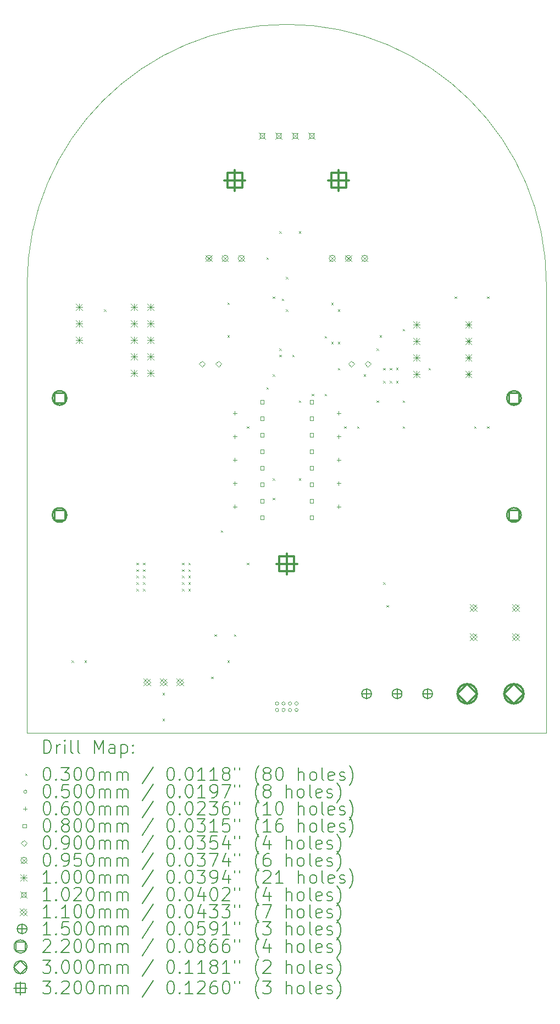
<source format=gbr>
%TF.GenerationSoftware,KiCad,Pcbnew,8.0.1*%
%TF.CreationDate,2024-06-02T16:30:32+02:00*%
%TF.ProjectId,Microrat,4d696372-6f72-4617-942e-6b696361645f,rev?*%
%TF.SameCoordinates,Original*%
%TF.FileFunction,Drillmap*%
%TF.FilePolarity,Positive*%
%FSLAX45Y45*%
G04 Gerber Fmt 4.5, Leading zero omitted, Abs format (unit mm)*
G04 Created by KiCad (PCBNEW 8.0.1) date 2024-06-02 16:30:32*
%MOMM*%
%LPD*%
G01*
G04 APERTURE LIST*
%ADD10C,0.050000*%
%ADD11C,0.200000*%
%ADD12C,0.100000*%
%ADD13C,0.102000*%
%ADD14C,0.110000*%
%ADD15C,0.150000*%
%ADD16C,0.220000*%
%ADD17C,0.300000*%
%ADD18C,0.320000*%
G04 APERTURE END LIST*
D10*
X19800000Y-15200000D02*
X19800000Y-22100000D01*
X19800000Y-15200000D02*
G75*
G02*
X27800000Y-15200000I4000000J0D01*
G01*
X27800000Y-22100000D02*
X19800000Y-22100000D01*
X27800000Y-22100000D02*
X27800000Y-15200000D01*
D11*
D12*
X20485000Y-20985000D02*
X20515000Y-21015000D01*
X20515000Y-20985000D02*
X20485000Y-21015000D01*
X20685000Y-20985000D02*
X20715000Y-21015000D01*
X20715000Y-20985000D02*
X20685000Y-21015000D01*
X20985000Y-15585000D02*
X21015000Y-15615000D01*
X21015000Y-15585000D02*
X20985000Y-15615000D01*
X21485000Y-19485000D02*
X21515000Y-19515000D01*
X21515000Y-19485000D02*
X21485000Y-19515000D01*
X21485000Y-19585000D02*
X21515000Y-19615000D01*
X21515000Y-19585000D02*
X21485000Y-19615000D01*
X21485000Y-19685000D02*
X21515000Y-19715000D01*
X21515000Y-19685000D02*
X21485000Y-19715000D01*
X21485000Y-19785000D02*
X21515000Y-19815000D01*
X21515000Y-19785000D02*
X21485000Y-19815000D01*
X21485000Y-19885000D02*
X21515000Y-19915000D01*
X21515000Y-19885000D02*
X21485000Y-19915000D01*
X21585000Y-19485000D02*
X21615000Y-19515000D01*
X21615000Y-19485000D02*
X21585000Y-19515000D01*
X21585000Y-19585000D02*
X21615000Y-19615000D01*
X21615000Y-19585000D02*
X21585000Y-19615000D01*
X21585000Y-19685000D02*
X21615000Y-19715000D01*
X21615000Y-19685000D02*
X21585000Y-19715000D01*
X21585000Y-19785000D02*
X21615000Y-19815000D01*
X21615000Y-19785000D02*
X21585000Y-19815000D01*
X21585000Y-19885000D02*
X21615000Y-19915000D01*
X21615000Y-19885000D02*
X21585000Y-19915000D01*
X21885000Y-21485000D02*
X21915000Y-21515000D01*
X21915000Y-21485000D02*
X21885000Y-21515000D01*
X21885000Y-21885000D02*
X21915000Y-21915000D01*
X21915000Y-21885000D02*
X21885000Y-21915000D01*
X22185000Y-19485000D02*
X22215000Y-19515000D01*
X22215000Y-19485000D02*
X22185000Y-19515000D01*
X22185000Y-19585000D02*
X22215000Y-19615000D01*
X22215000Y-19585000D02*
X22185000Y-19615000D01*
X22185000Y-19685000D02*
X22215000Y-19715000D01*
X22215000Y-19685000D02*
X22185000Y-19715000D01*
X22185000Y-19785000D02*
X22215000Y-19815000D01*
X22215000Y-19785000D02*
X22185000Y-19815000D01*
X22185000Y-19885000D02*
X22215000Y-19915000D01*
X22215000Y-19885000D02*
X22185000Y-19915000D01*
X22285000Y-19485000D02*
X22315000Y-19515000D01*
X22315000Y-19485000D02*
X22285000Y-19515000D01*
X22285000Y-19585000D02*
X22315000Y-19615000D01*
X22315000Y-19585000D02*
X22285000Y-19615000D01*
X22285000Y-19685000D02*
X22315000Y-19715000D01*
X22315000Y-19685000D02*
X22285000Y-19715000D01*
X22285000Y-19785000D02*
X22315000Y-19815000D01*
X22315000Y-19785000D02*
X22285000Y-19815000D01*
X22285000Y-19885000D02*
X22315000Y-19915000D01*
X22315000Y-19885000D02*
X22285000Y-19915000D01*
X22635000Y-21235000D02*
X22665000Y-21265000D01*
X22665000Y-21235000D02*
X22635000Y-21265000D01*
X22685000Y-20585000D02*
X22715000Y-20615000D01*
X22715000Y-20585000D02*
X22685000Y-20615000D01*
X22785000Y-18985000D02*
X22815000Y-19015000D01*
X22815000Y-18985000D02*
X22785000Y-19015000D01*
X22885000Y-15480000D02*
X22915000Y-15510000D01*
X22915000Y-15480000D02*
X22885000Y-15510000D01*
X22885000Y-15985000D02*
X22915000Y-16015000D01*
X22915000Y-15985000D02*
X22885000Y-16015000D01*
X22885000Y-20985000D02*
X22915000Y-21015000D01*
X22915000Y-20985000D02*
X22885000Y-21015000D01*
X22985000Y-20585000D02*
X23015000Y-20615000D01*
X23015000Y-20585000D02*
X22985000Y-20615000D01*
X23185000Y-17385000D02*
X23215000Y-17415000D01*
X23215000Y-17385000D02*
X23185000Y-17415000D01*
X23185000Y-19485000D02*
X23215000Y-19515000D01*
X23215000Y-19485000D02*
X23185000Y-19515000D01*
X23485000Y-14785000D02*
X23515000Y-14815000D01*
X23515000Y-14785000D02*
X23485000Y-14815000D01*
X23485000Y-16785000D02*
X23515000Y-16815000D01*
X23515000Y-16785000D02*
X23485000Y-16815000D01*
X23585000Y-15385000D02*
X23615000Y-15415000D01*
X23615000Y-15385000D02*
X23585000Y-15415000D01*
X23585000Y-16585000D02*
X23615000Y-16615000D01*
X23615000Y-16585000D02*
X23585000Y-16615000D01*
X23585000Y-18185000D02*
X23615000Y-18215000D01*
X23615000Y-18185000D02*
X23585000Y-18215000D01*
X23585000Y-18485000D02*
X23615000Y-18515000D01*
X23615000Y-18485000D02*
X23585000Y-18515000D01*
X23685000Y-14385000D02*
X23715000Y-14415000D01*
X23715000Y-14385000D02*
X23685000Y-14415000D01*
X23685000Y-16185000D02*
X23715000Y-16215000D01*
X23715000Y-16185000D02*
X23685000Y-16215000D01*
X23685000Y-16285000D02*
X23715000Y-16315000D01*
X23715000Y-16285000D02*
X23685000Y-16315000D01*
X23721282Y-15421282D02*
X23751282Y-15451282D01*
X23751282Y-15421282D02*
X23721282Y-15451282D01*
X23785000Y-15085000D02*
X23815000Y-15115000D01*
X23815000Y-15085000D02*
X23785000Y-15115000D01*
X23785000Y-15585000D02*
X23815000Y-15615000D01*
X23815000Y-15585000D02*
X23785000Y-15615000D01*
X23885000Y-16285000D02*
X23915000Y-16315000D01*
X23915000Y-16285000D02*
X23885000Y-16315000D01*
X23985000Y-14385000D02*
X24015000Y-14415000D01*
X24015000Y-14385000D02*
X23985000Y-14415000D01*
X23985000Y-16985000D02*
X24015000Y-17015000D01*
X24015000Y-16985000D02*
X23985000Y-17015000D01*
X23985000Y-18185000D02*
X24015000Y-18215000D01*
X24015000Y-18185000D02*
X23985000Y-18215000D01*
X24185000Y-16885000D02*
X24215000Y-16915000D01*
X24215000Y-16885000D02*
X24185000Y-16915000D01*
X24385000Y-15995000D02*
X24415000Y-16025000D01*
X24415000Y-15995000D02*
X24385000Y-16025000D01*
X24385000Y-16885000D02*
X24415000Y-16915000D01*
X24415000Y-16885000D02*
X24385000Y-16915000D01*
X24485000Y-15485000D02*
X24515000Y-15515000D01*
X24515000Y-15485000D02*
X24485000Y-15515000D01*
X24485000Y-16085000D02*
X24515000Y-16115000D01*
X24515000Y-16085000D02*
X24485000Y-16115000D01*
X24585000Y-15585000D02*
X24615000Y-15615000D01*
X24615000Y-15585000D02*
X24585000Y-15615000D01*
X24585000Y-16085000D02*
X24615000Y-16115000D01*
X24615000Y-16085000D02*
X24585000Y-16115000D01*
X24585000Y-16485000D02*
X24615000Y-16515000D01*
X24615000Y-16485000D02*
X24585000Y-16515000D01*
X24685000Y-17385000D02*
X24715000Y-17415000D01*
X24715000Y-17385000D02*
X24685000Y-17415000D01*
X24885000Y-17385000D02*
X24915000Y-17415000D01*
X24915000Y-17385000D02*
X24885000Y-17415000D01*
X24985000Y-16585000D02*
X25015000Y-16615000D01*
X25015000Y-16585000D02*
X24985000Y-16615000D01*
X25185000Y-16185000D02*
X25215000Y-16215000D01*
X25215000Y-16185000D02*
X25185000Y-16215000D01*
X25185000Y-16985000D02*
X25215000Y-17015000D01*
X25215000Y-16985000D02*
X25185000Y-17015000D01*
X25230000Y-15985000D02*
X25260000Y-16015000D01*
X25260000Y-15985000D02*
X25230000Y-16015000D01*
X25285000Y-16485000D02*
X25315000Y-16515000D01*
X25315000Y-16485000D02*
X25285000Y-16515000D01*
X25285000Y-16685000D02*
X25315000Y-16715000D01*
X25315000Y-16685000D02*
X25285000Y-16715000D01*
X25285000Y-19785000D02*
X25315000Y-19815000D01*
X25315000Y-19785000D02*
X25285000Y-19815000D01*
X25335000Y-20135000D02*
X25365000Y-20165000D01*
X25365000Y-20135000D02*
X25335000Y-20165000D01*
X25385000Y-16485000D02*
X25415000Y-16515000D01*
X25415000Y-16485000D02*
X25385000Y-16515000D01*
X25385000Y-16685000D02*
X25415000Y-16715000D01*
X25415000Y-16685000D02*
X25385000Y-16715000D01*
X25485000Y-16483109D02*
X25515000Y-16513109D01*
X25515000Y-16483109D02*
X25485000Y-16513109D01*
X25485000Y-16685000D02*
X25515000Y-16715000D01*
X25515000Y-16685000D02*
X25485000Y-16715000D01*
X25585000Y-15885000D02*
X25615000Y-15915000D01*
X25615000Y-15885000D02*
X25585000Y-15915000D01*
X25585000Y-16985000D02*
X25615000Y-17015000D01*
X25615000Y-16985000D02*
X25585000Y-17015000D01*
X25585000Y-17385000D02*
X25615000Y-17415000D01*
X25615000Y-17385000D02*
X25585000Y-17415000D01*
X25985000Y-16485000D02*
X26015000Y-16515000D01*
X26015000Y-16485000D02*
X25985000Y-16515000D01*
X26385000Y-15385000D02*
X26415000Y-15415000D01*
X26415000Y-15385000D02*
X26385000Y-15415000D01*
X26685000Y-17385000D02*
X26715000Y-17415000D01*
X26715000Y-17385000D02*
X26685000Y-17415000D01*
X26885000Y-15385000D02*
X26915000Y-15415000D01*
X26915000Y-15385000D02*
X26885000Y-15415000D01*
X26885000Y-17385000D02*
X26915000Y-17415000D01*
X26915000Y-17385000D02*
X26885000Y-17415000D01*
X23675000Y-21650000D02*
G75*
G02*
X23625000Y-21650000I-25000J0D01*
G01*
X23625000Y-21650000D02*
G75*
G02*
X23675000Y-21650000I25000J0D01*
G01*
X23675000Y-21750000D02*
G75*
G02*
X23625000Y-21750000I-25000J0D01*
G01*
X23625000Y-21750000D02*
G75*
G02*
X23675000Y-21750000I25000J0D01*
G01*
X23775000Y-21650000D02*
G75*
G02*
X23725000Y-21650000I-25000J0D01*
G01*
X23725000Y-21650000D02*
G75*
G02*
X23775000Y-21650000I25000J0D01*
G01*
X23775000Y-21750000D02*
G75*
G02*
X23725000Y-21750000I-25000J0D01*
G01*
X23725000Y-21750000D02*
G75*
G02*
X23775000Y-21750000I25000J0D01*
G01*
X23875000Y-21650000D02*
G75*
G02*
X23825000Y-21650000I-25000J0D01*
G01*
X23825000Y-21650000D02*
G75*
G02*
X23875000Y-21650000I25000J0D01*
G01*
X23875000Y-21750000D02*
G75*
G02*
X23825000Y-21750000I-25000J0D01*
G01*
X23825000Y-21750000D02*
G75*
G02*
X23875000Y-21750000I25000J0D01*
G01*
X23975000Y-21650000D02*
G75*
G02*
X23925000Y-21650000I-25000J0D01*
G01*
X23925000Y-21650000D02*
G75*
G02*
X23975000Y-21650000I25000J0D01*
G01*
X23975000Y-21750000D02*
G75*
G02*
X23925000Y-21750000I-25000J0D01*
G01*
X23925000Y-21750000D02*
G75*
G02*
X23975000Y-21750000I25000J0D01*
G01*
X23000000Y-17150000D02*
X23000000Y-17210000D01*
X22970000Y-17180000D02*
X23030000Y-17180000D01*
X23000000Y-17510000D02*
X23000000Y-17570000D01*
X22970000Y-17540000D02*
X23030000Y-17540000D01*
X23000000Y-17870000D02*
X23000000Y-17930000D01*
X22970000Y-17900000D02*
X23030000Y-17900000D01*
X23000000Y-18230000D02*
X23000000Y-18290000D01*
X22970000Y-18260000D02*
X23030000Y-18260000D01*
X23000000Y-18590000D02*
X23000000Y-18650000D01*
X22970000Y-18620000D02*
X23030000Y-18620000D01*
X24600000Y-17150000D02*
X24600000Y-17210000D01*
X24570000Y-17180000D02*
X24630000Y-17180000D01*
X24600000Y-17510000D02*
X24600000Y-17570000D01*
X24570000Y-17540000D02*
X24630000Y-17540000D01*
X24600000Y-17870000D02*
X24600000Y-17930000D01*
X24570000Y-17900000D02*
X24630000Y-17900000D01*
X24600000Y-18230000D02*
X24600000Y-18290000D01*
X24570000Y-18260000D02*
X24630000Y-18260000D01*
X24600000Y-18590000D02*
X24600000Y-18650000D01*
X24570000Y-18620000D02*
X24630000Y-18620000D01*
X23448284Y-17040785D02*
X23448284Y-16984216D01*
X23391715Y-16984216D01*
X23391715Y-17040785D01*
X23448284Y-17040785D01*
X23448284Y-17294785D02*
X23448284Y-17238216D01*
X23391715Y-17238216D01*
X23391715Y-17294785D01*
X23448284Y-17294785D01*
X23448284Y-17548785D02*
X23448284Y-17492216D01*
X23391715Y-17492216D01*
X23391715Y-17548785D01*
X23448284Y-17548785D01*
X23448284Y-17802785D02*
X23448284Y-17746216D01*
X23391715Y-17746216D01*
X23391715Y-17802785D01*
X23448284Y-17802785D01*
X23448284Y-18056785D02*
X23448284Y-18000216D01*
X23391715Y-18000216D01*
X23391715Y-18056785D01*
X23448284Y-18056785D01*
X23448284Y-18310785D02*
X23448284Y-18254216D01*
X23391715Y-18254216D01*
X23391715Y-18310785D01*
X23448284Y-18310785D01*
X23448284Y-18564785D02*
X23448284Y-18508216D01*
X23391715Y-18508216D01*
X23391715Y-18564785D01*
X23448284Y-18564785D01*
X23448284Y-18818785D02*
X23448284Y-18762216D01*
X23391715Y-18762216D01*
X23391715Y-18818785D01*
X23448284Y-18818785D01*
X24210284Y-17040785D02*
X24210284Y-16984216D01*
X24153715Y-16984216D01*
X24153715Y-17040785D01*
X24210284Y-17040785D01*
X24210284Y-17294785D02*
X24210284Y-17238216D01*
X24153715Y-17238216D01*
X24153715Y-17294785D01*
X24210284Y-17294785D01*
X24210284Y-17548785D02*
X24210284Y-17492216D01*
X24153715Y-17492216D01*
X24153715Y-17548785D01*
X24210284Y-17548785D01*
X24210284Y-17802785D02*
X24210284Y-17746216D01*
X24153715Y-17746216D01*
X24153715Y-17802785D01*
X24210284Y-17802785D01*
X24210284Y-18056785D02*
X24210284Y-18000216D01*
X24153715Y-18000216D01*
X24153715Y-18056785D01*
X24210284Y-18056785D01*
X24210284Y-18310785D02*
X24210284Y-18254216D01*
X24153715Y-18254216D01*
X24153715Y-18310785D01*
X24210284Y-18310785D01*
X24210284Y-18564785D02*
X24210284Y-18508216D01*
X24153715Y-18508216D01*
X24153715Y-18564785D01*
X24210284Y-18564785D01*
X24210284Y-18818785D02*
X24210284Y-18762216D01*
X24153715Y-18762216D01*
X24153715Y-18818785D01*
X24210284Y-18818785D01*
X22495949Y-16468392D02*
X22540949Y-16423392D01*
X22495949Y-16378392D01*
X22450949Y-16423392D01*
X22495949Y-16468392D01*
X22749949Y-16468392D02*
X22794949Y-16423392D01*
X22749949Y-16378392D01*
X22704949Y-16423392D01*
X22749949Y-16468392D01*
X24795949Y-16468392D02*
X24840949Y-16423392D01*
X24795949Y-16378392D01*
X24750949Y-16423392D01*
X24795949Y-16468392D01*
X25049949Y-16468392D02*
X25094949Y-16423392D01*
X25049949Y-16378392D01*
X25004949Y-16423392D01*
X25049949Y-16468392D01*
X22552500Y-14752500D02*
X22647500Y-14847500D01*
X22647500Y-14752500D02*
X22552500Y-14847500D01*
X22647500Y-14800000D02*
G75*
G02*
X22552500Y-14800000I-47500J0D01*
G01*
X22552500Y-14800000D02*
G75*
G02*
X22647500Y-14800000I47500J0D01*
G01*
X22802500Y-14752500D02*
X22897500Y-14847500D01*
X22897500Y-14752500D02*
X22802500Y-14847500D01*
X22897500Y-14800000D02*
G75*
G02*
X22802500Y-14800000I-47500J0D01*
G01*
X22802500Y-14800000D02*
G75*
G02*
X22897500Y-14800000I47500J0D01*
G01*
X23052500Y-14752500D02*
X23147500Y-14847500D01*
X23147500Y-14752500D02*
X23052500Y-14847500D01*
X23147500Y-14800000D02*
G75*
G02*
X23052500Y-14800000I-47500J0D01*
G01*
X23052500Y-14800000D02*
G75*
G02*
X23147500Y-14800000I47500J0D01*
G01*
X24452500Y-14752500D02*
X24547500Y-14847500D01*
X24547500Y-14752500D02*
X24452500Y-14847500D01*
X24547500Y-14800000D02*
G75*
G02*
X24452500Y-14800000I-47500J0D01*
G01*
X24452500Y-14800000D02*
G75*
G02*
X24547500Y-14800000I47500J0D01*
G01*
X24702500Y-14752500D02*
X24797500Y-14847500D01*
X24797500Y-14752500D02*
X24702500Y-14847500D01*
X24797500Y-14800000D02*
G75*
G02*
X24702500Y-14800000I-47500J0D01*
G01*
X24702500Y-14800000D02*
G75*
G02*
X24797500Y-14800000I47500J0D01*
G01*
X24952500Y-14752500D02*
X25047500Y-14847500D01*
X25047500Y-14752500D02*
X24952500Y-14847500D01*
X25047500Y-14800000D02*
G75*
G02*
X24952500Y-14800000I-47500J0D01*
G01*
X24952500Y-14800000D02*
G75*
G02*
X25047500Y-14800000I47500J0D01*
G01*
X20550000Y-15497500D02*
X20650000Y-15597500D01*
X20650000Y-15497500D02*
X20550000Y-15597500D01*
X20600000Y-15497500D02*
X20600000Y-15597500D01*
X20550000Y-15547500D02*
X20650000Y-15547500D01*
X20550000Y-15751500D02*
X20650000Y-15851500D01*
X20650000Y-15751500D02*
X20550000Y-15851500D01*
X20600000Y-15751500D02*
X20600000Y-15851500D01*
X20550000Y-15801500D02*
X20650000Y-15801500D01*
X20550000Y-16005500D02*
X20650000Y-16105500D01*
X20650000Y-16005500D02*
X20550000Y-16105500D01*
X20600000Y-16005500D02*
X20600000Y-16105500D01*
X20550000Y-16055500D02*
X20650000Y-16055500D01*
X21396000Y-15496000D02*
X21496000Y-15596000D01*
X21496000Y-15496000D02*
X21396000Y-15596000D01*
X21446000Y-15496000D02*
X21446000Y-15596000D01*
X21396000Y-15546000D02*
X21496000Y-15546000D01*
X21396000Y-15750000D02*
X21496000Y-15850000D01*
X21496000Y-15750000D02*
X21396000Y-15850000D01*
X21446000Y-15750000D02*
X21446000Y-15850000D01*
X21396000Y-15800000D02*
X21496000Y-15800000D01*
X21396000Y-16004000D02*
X21496000Y-16104000D01*
X21496000Y-16004000D02*
X21396000Y-16104000D01*
X21446000Y-16004000D02*
X21446000Y-16104000D01*
X21396000Y-16054000D02*
X21496000Y-16054000D01*
X21396000Y-16258000D02*
X21496000Y-16358000D01*
X21496000Y-16258000D02*
X21396000Y-16358000D01*
X21446000Y-16258000D02*
X21446000Y-16358000D01*
X21396000Y-16308000D02*
X21496000Y-16308000D01*
X21396000Y-16512000D02*
X21496000Y-16612000D01*
X21496000Y-16512000D02*
X21396000Y-16612000D01*
X21446000Y-16512000D02*
X21446000Y-16612000D01*
X21396000Y-16562000D02*
X21496000Y-16562000D01*
X21650000Y-15496000D02*
X21750000Y-15596000D01*
X21750000Y-15496000D02*
X21650000Y-15596000D01*
X21700000Y-15496000D02*
X21700000Y-15596000D01*
X21650000Y-15546000D02*
X21750000Y-15546000D01*
X21650000Y-15750000D02*
X21750000Y-15850000D01*
X21750000Y-15750000D02*
X21650000Y-15850000D01*
X21700000Y-15750000D02*
X21700000Y-15850000D01*
X21650000Y-15800000D02*
X21750000Y-15800000D01*
X21650000Y-16004000D02*
X21750000Y-16104000D01*
X21750000Y-16004000D02*
X21650000Y-16104000D01*
X21700000Y-16004000D02*
X21700000Y-16104000D01*
X21650000Y-16054000D02*
X21750000Y-16054000D01*
X21650000Y-16258000D02*
X21750000Y-16358000D01*
X21750000Y-16258000D02*
X21650000Y-16358000D01*
X21700000Y-16258000D02*
X21700000Y-16358000D01*
X21650000Y-16308000D02*
X21750000Y-16308000D01*
X21650000Y-16512000D02*
X21750000Y-16612000D01*
X21750000Y-16512000D02*
X21650000Y-16612000D01*
X21700000Y-16512000D02*
X21700000Y-16612000D01*
X21650000Y-16562000D02*
X21750000Y-16562000D01*
X25750000Y-15770000D02*
X25850000Y-15870000D01*
X25850000Y-15770000D02*
X25750000Y-15870000D01*
X25800000Y-15770000D02*
X25800000Y-15870000D01*
X25750000Y-15820000D02*
X25850000Y-15820000D01*
X25750000Y-16024000D02*
X25850000Y-16124000D01*
X25850000Y-16024000D02*
X25750000Y-16124000D01*
X25800000Y-16024000D02*
X25800000Y-16124000D01*
X25750000Y-16074000D02*
X25850000Y-16074000D01*
X25750000Y-16278000D02*
X25850000Y-16378000D01*
X25850000Y-16278000D02*
X25750000Y-16378000D01*
X25800000Y-16278000D02*
X25800000Y-16378000D01*
X25750000Y-16328000D02*
X25850000Y-16328000D01*
X25750000Y-16532000D02*
X25850000Y-16632000D01*
X25850000Y-16532000D02*
X25750000Y-16632000D01*
X25800000Y-16532000D02*
X25800000Y-16632000D01*
X25750000Y-16582000D02*
X25850000Y-16582000D01*
X26550000Y-15770000D02*
X26650000Y-15870000D01*
X26650000Y-15770000D02*
X26550000Y-15870000D01*
X26600000Y-15770000D02*
X26600000Y-15870000D01*
X26550000Y-15820000D02*
X26650000Y-15820000D01*
X26550000Y-16024000D02*
X26650000Y-16124000D01*
X26650000Y-16024000D02*
X26550000Y-16124000D01*
X26600000Y-16024000D02*
X26600000Y-16124000D01*
X26550000Y-16074000D02*
X26650000Y-16074000D01*
X26550000Y-16278000D02*
X26650000Y-16378000D01*
X26650000Y-16278000D02*
X26550000Y-16378000D01*
X26600000Y-16278000D02*
X26600000Y-16378000D01*
X26550000Y-16328000D02*
X26650000Y-16328000D01*
X26550000Y-16532000D02*
X26650000Y-16632000D01*
X26650000Y-16532000D02*
X26550000Y-16632000D01*
X26600000Y-16532000D02*
X26600000Y-16632000D01*
X26550000Y-16582000D02*
X26650000Y-16582000D01*
D13*
X23368000Y-12861500D02*
X23470000Y-12963500D01*
X23470000Y-12861500D02*
X23368000Y-12963500D01*
X23455063Y-12948563D02*
X23455063Y-12876437D01*
X23382937Y-12876437D01*
X23382937Y-12948563D01*
X23455063Y-12948563D01*
X23622000Y-12861500D02*
X23724000Y-12963500D01*
X23724000Y-12861500D02*
X23622000Y-12963500D01*
X23709063Y-12948563D02*
X23709063Y-12876437D01*
X23636937Y-12876437D01*
X23636937Y-12948563D01*
X23709063Y-12948563D01*
X23876000Y-12861500D02*
X23978000Y-12963500D01*
X23978000Y-12861500D02*
X23876000Y-12963500D01*
X23963063Y-12948563D02*
X23963063Y-12876437D01*
X23890937Y-12876437D01*
X23890937Y-12948563D01*
X23963063Y-12948563D01*
X24130000Y-12861500D02*
X24232000Y-12963500D01*
X24232000Y-12861500D02*
X24130000Y-12963500D01*
X24217063Y-12948563D02*
X24217063Y-12876437D01*
X24144937Y-12876437D01*
X24144937Y-12948563D01*
X24217063Y-12948563D01*
D14*
X21591000Y-21268000D02*
X21701000Y-21378000D01*
X21701000Y-21268000D02*
X21591000Y-21378000D01*
X21646000Y-21378000D02*
X21701000Y-21323000D01*
X21646000Y-21268000D01*
X21591000Y-21323000D01*
X21646000Y-21378000D01*
X21845000Y-21268000D02*
X21955000Y-21378000D01*
X21955000Y-21268000D02*
X21845000Y-21378000D01*
X21900000Y-21378000D02*
X21955000Y-21323000D01*
X21900000Y-21268000D01*
X21845000Y-21323000D01*
X21900000Y-21378000D01*
X22099000Y-21268000D02*
X22209000Y-21378000D01*
X22209000Y-21268000D02*
X22099000Y-21378000D01*
X22154000Y-21378000D02*
X22209000Y-21323000D01*
X22154000Y-21268000D01*
X22099000Y-21323000D01*
X22154000Y-21378000D01*
X26620000Y-20120000D02*
X26730000Y-20230000D01*
X26730000Y-20120000D02*
X26620000Y-20230000D01*
X26675000Y-20230000D02*
X26730000Y-20175000D01*
X26675000Y-20120000D01*
X26620000Y-20175000D01*
X26675000Y-20230000D01*
X26620000Y-20570000D02*
X26730000Y-20680000D01*
X26730000Y-20570000D02*
X26620000Y-20680000D01*
X26675000Y-20680000D02*
X26730000Y-20625000D01*
X26675000Y-20570000D01*
X26620000Y-20625000D01*
X26675000Y-20680000D01*
X27270000Y-20120000D02*
X27380000Y-20230000D01*
X27380000Y-20120000D02*
X27270000Y-20230000D01*
X27325000Y-20230000D02*
X27380000Y-20175000D01*
X27325000Y-20120000D01*
X27270000Y-20175000D01*
X27325000Y-20230000D01*
X27270000Y-20570000D02*
X27380000Y-20680000D01*
X27380000Y-20570000D02*
X27270000Y-20680000D01*
X27325000Y-20680000D02*
X27380000Y-20625000D01*
X27325000Y-20570000D01*
X27270000Y-20625000D01*
X27325000Y-20680000D01*
D15*
X25030000Y-21425000D02*
X25030000Y-21575000D01*
X24955000Y-21500000D02*
X25105000Y-21500000D01*
X25105000Y-21500000D02*
G75*
G02*
X24955000Y-21500000I-75000J0D01*
G01*
X24955000Y-21500000D02*
G75*
G02*
X25105000Y-21500000I75000J0D01*
G01*
X25500000Y-21425000D02*
X25500000Y-21575000D01*
X25425000Y-21500000D02*
X25575000Y-21500000D01*
X25575000Y-21500000D02*
G75*
G02*
X25425000Y-21500000I-75000J0D01*
G01*
X25425000Y-21500000D02*
G75*
G02*
X25575000Y-21500000I75000J0D01*
G01*
X25970000Y-21425000D02*
X25970000Y-21575000D01*
X25895000Y-21500000D02*
X26045000Y-21500000D01*
X26045000Y-21500000D02*
G75*
G02*
X25895000Y-21500000I-75000J0D01*
G01*
X25895000Y-21500000D02*
G75*
G02*
X26045000Y-21500000I75000J0D01*
G01*
D16*
X20377211Y-18827478D02*
X20377211Y-18671913D01*
X20221646Y-18671913D01*
X20221646Y-18827478D01*
X20377211Y-18827478D01*
X20409428Y-18749696D02*
G75*
G02*
X20189428Y-18749696I-110000J0D01*
G01*
X20189428Y-18749696D02*
G75*
G02*
X20409428Y-18749696I110000J0D01*
G01*
X20378640Y-17025906D02*
X20378640Y-16870341D01*
X20223075Y-16870341D01*
X20223075Y-17025906D01*
X20378640Y-17025906D01*
X20410857Y-16948124D02*
G75*
G02*
X20190857Y-16948124I-110000J0D01*
G01*
X20190857Y-16948124D02*
G75*
G02*
X20410857Y-16948124I110000J0D01*
G01*
X27377782Y-18826335D02*
X27377782Y-18670770D01*
X27222217Y-18670770D01*
X27222217Y-18826335D01*
X27377782Y-18826335D01*
X27410000Y-18748553D02*
G75*
G02*
X27190000Y-18748553I-110000J0D01*
G01*
X27190000Y-18748553D02*
G75*
G02*
X27410000Y-18748553I110000J0D01*
G01*
X27378640Y-17027193D02*
X27378640Y-16871628D01*
X27223075Y-16871628D01*
X27223075Y-17027193D01*
X27378640Y-17027193D01*
X27410857Y-16949410D02*
G75*
G02*
X27190857Y-16949410I-110000J0D01*
G01*
X27190857Y-16949410D02*
G75*
G02*
X27410857Y-16949410I110000J0D01*
G01*
D17*
X26580000Y-21650000D02*
X26730000Y-21500000D01*
X26580000Y-21350000D01*
X26430000Y-21500000D01*
X26580000Y-21650000D01*
X26730000Y-21500000D02*
G75*
G02*
X26430000Y-21500000I-150000J0D01*
G01*
X26430000Y-21500000D02*
G75*
G02*
X26730000Y-21500000I150000J0D01*
G01*
X27300000Y-21650000D02*
X27450000Y-21500000D01*
X27300000Y-21350000D01*
X27150000Y-21500000D01*
X27300000Y-21650000D01*
X27450000Y-21500000D02*
G75*
G02*
X27150000Y-21500000I-150000J0D01*
G01*
X27150000Y-21500000D02*
G75*
G02*
X27450000Y-21500000I150000J0D01*
G01*
D18*
X23000000Y-13440000D02*
X23000000Y-13760000D01*
X22840000Y-13600000D02*
X23160000Y-13600000D01*
X23113138Y-13713138D02*
X23113138Y-13486862D01*
X22886862Y-13486862D01*
X22886862Y-13713138D01*
X23113138Y-13713138D01*
X23800000Y-19340000D02*
X23800000Y-19660000D01*
X23640000Y-19500000D02*
X23960000Y-19500000D01*
X23913138Y-19613138D02*
X23913138Y-19386862D01*
X23686862Y-19386862D01*
X23686862Y-19613138D01*
X23913138Y-19613138D01*
X24600000Y-13440000D02*
X24600000Y-13760000D01*
X24440000Y-13600000D02*
X24760000Y-13600000D01*
X24713138Y-13713138D02*
X24713138Y-13486862D01*
X24486862Y-13486862D01*
X24486862Y-13713138D01*
X24713138Y-13713138D01*
D11*
X20058277Y-22413984D02*
X20058277Y-22213984D01*
X20058277Y-22213984D02*
X20105896Y-22213984D01*
X20105896Y-22213984D02*
X20134467Y-22223508D01*
X20134467Y-22223508D02*
X20153515Y-22242555D01*
X20153515Y-22242555D02*
X20163039Y-22261603D01*
X20163039Y-22261603D02*
X20172563Y-22299698D01*
X20172563Y-22299698D02*
X20172563Y-22328270D01*
X20172563Y-22328270D02*
X20163039Y-22366365D01*
X20163039Y-22366365D02*
X20153515Y-22385412D01*
X20153515Y-22385412D02*
X20134467Y-22404460D01*
X20134467Y-22404460D02*
X20105896Y-22413984D01*
X20105896Y-22413984D02*
X20058277Y-22413984D01*
X20258277Y-22413984D02*
X20258277Y-22280650D01*
X20258277Y-22318746D02*
X20267801Y-22299698D01*
X20267801Y-22299698D02*
X20277324Y-22290174D01*
X20277324Y-22290174D02*
X20296372Y-22280650D01*
X20296372Y-22280650D02*
X20315420Y-22280650D01*
X20382086Y-22413984D02*
X20382086Y-22280650D01*
X20382086Y-22213984D02*
X20372563Y-22223508D01*
X20372563Y-22223508D02*
X20382086Y-22233031D01*
X20382086Y-22233031D02*
X20391610Y-22223508D01*
X20391610Y-22223508D02*
X20382086Y-22213984D01*
X20382086Y-22213984D02*
X20382086Y-22233031D01*
X20505896Y-22413984D02*
X20486848Y-22404460D01*
X20486848Y-22404460D02*
X20477324Y-22385412D01*
X20477324Y-22385412D02*
X20477324Y-22213984D01*
X20610658Y-22413984D02*
X20591610Y-22404460D01*
X20591610Y-22404460D02*
X20582086Y-22385412D01*
X20582086Y-22385412D02*
X20582086Y-22213984D01*
X20839229Y-22413984D02*
X20839229Y-22213984D01*
X20839229Y-22213984D02*
X20905896Y-22356841D01*
X20905896Y-22356841D02*
X20972563Y-22213984D01*
X20972563Y-22213984D02*
X20972563Y-22413984D01*
X21153515Y-22413984D02*
X21153515Y-22309222D01*
X21153515Y-22309222D02*
X21143991Y-22290174D01*
X21143991Y-22290174D02*
X21124944Y-22280650D01*
X21124944Y-22280650D02*
X21086848Y-22280650D01*
X21086848Y-22280650D02*
X21067801Y-22290174D01*
X21153515Y-22404460D02*
X21134467Y-22413984D01*
X21134467Y-22413984D02*
X21086848Y-22413984D01*
X21086848Y-22413984D02*
X21067801Y-22404460D01*
X21067801Y-22404460D02*
X21058277Y-22385412D01*
X21058277Y-22385412D02*
X21058277Y-22366365D01*
X21058277Y-22366365D02*
X21067801Y-22347317D01*
X21067801Y-22347317D02*
X21086848Y-22337793D01*
X21086848Y-22337793D02*
X21134467Y-22337793D01*
X21134467Y-22337793D02*
X21153515Y-22328270D01*
X21248753Y-22280650D02*
X21248753Y-22480650D01*
X21248753Y-22290174D02*
X21267801Y-22280650D01*
X21267801Y-22280650D02*
X21305896Y-22280650D01*
X21305896Y-22280650D02*
X21324944Y-22290174D01*
X21324944Y-22290174D02*
X21334467Y-22299698D01*
X21334467Y-22299698D02*
X21343991Y-22318746D01*
X21343991Y-22318746D02*
X21343991Y-22375888D01*
X21343991Y-22375888D02*
X21334467Y-22394936D01*
X21334467Y-22394936D02*
X21324944Y-22404460D01*
X21324944Y-22404460D02*
X21305896Y-22413984D01*
X21305896Y-22413984D02*
X21267801Y-22413984D01*
X21267801Y-22413984D02*
X21248753Y-22404460D01*
X21429705Y-22394936D02*
X21439229Y-22404460D01*
X21439229Y-22404460D02*
X21429705Y-22413984D01*
X21429705Y-22413984D02*
X21420182Y-22404460D01*
X21420182Y-22404460D02*
X21429705Y-22394936D01*
X21429705Y-22394936D02*
X21429705Y-22413984D01*
X21429705Y-22290174D02*
X21439229Y-22299698D01*
X21439229Y-22299698D02*
X21429705Y-22309222D01*
X21429705Y-22309222D02*
X21420182Y-22299698D01*
X21420182Y-22299698D02*
X21429705Y-22290174D01*
X21429705Y-22290174D02*
X21429705Y-22309222D01*
D12*
X19767500Y-22727500D02*
X19797500Y-22757500D01*
X19797500Y-22727500D02*
X19767500Y-22757500D01*
D11*
X20096372Y-22633984D02*
X20115420Y-22633984D01*
X20115420Y-22633984D02*
X20134467Y-22643508D01*
X20134467Y-22643508D02*
X20143991Y-22653031D01*
X20143991Y-22653031D02*
X20153515Y-22672079D01*
X20153515Y-22672079D02*
X20163039Y-22710174D01*
X20163039Y-22710174D02*
X20163039Y-22757793D01*
X20163039Y-22757793D02*
X20153515Y-22795888D01*
X20153515Y-22795888D02*
X20143991Y-22814936D01*
X20143991Y-22814936D02*
X20134467Y-22824460D01*
X20134467Y-22824460D02*
X20115420Y-22833984D01*
X20115420Y-22833984D02*
X20096372Y-22833984D01*
X20096372Y-22833984D02*
X20077324Y-22824460D01*
X20077324Y-22824460D02*
X20067801Y-22814936D01*
X20067801Y-22814936D02*
X20058277Y-22795888D01*
X20058277Y-22795888D02*
X20048753Y-22757793D01*
X20048753Y-22757793D02*
X20048753Y-22710174D01*
X20048753Y-22710174D02*
X20058277Y-22672079D01*
X20058277Y-22672079D02*
X20067801Y-22653031D01*
X20067801Y-22653031D02*
X20077324Y-22643508D01*
X20077324Y-22643508D02*
X20096372Y-22633984D01*
X20248753Y-22814936D02*
X20258277Y-22824460D01*
X20258277Y-22824460D02*
X20248753Y-22833984D01*
X20248753Y-22833984D02*
X20239229Y-22824460D01*
X20239229Y-22824460D02*
X20248753Y-22814936D01*
X20248753Y-22814936D02*
X20248753Y-22833984D01*
X20324944Y-22633984D02*
X20448753Y-22633984D01*
X20448753Y-22633984D02*
X20382086Y-22710174D01*
X20382086Y-22710174D02*
X20410658Y-22710174D01*
X20410658Y-22710174D02*
X20429705Y-22719698D01*
X20429705Y-22719698D02*
X20439229Y-22729222D01*
X20439229Y-22729222D02*
X20448753Y-22748269D01*
X20448753Y-22748269D02*
X20448753Y-22795888D01*
X20448753Y-22795888D02*
X20439229Y-22814936D01*
X20439229Y-22814936D02*
X20429705Y-22824460D01*
X20429705Y-22824460D02*
X20410658Y-22833984D01*
X20410658Y-22833984D02*
X20353515Y-22833984D01*
X20353515Y-22833984D02*
X20334467Y-22824460D01*
X20334467Y-22824460D02*
X20324944Y-22814936D01*
X20572563Y-22633984D02*
X20591610Y-22633984D01*
X20591610Y-22633984D02*
X20610658Y-22643508D01*
X20610658Y-22643508D02*
X20620182Y-22653031D01*
X20620182Y-22653031D02*
X20629705Y-22672079D01*
X20629705Y-22672079D02*
X20639229Y-22710174D01*
X20639229Y-22710174D02*
X20639229Y-22757793D01*
X20639229Y-22757793D02*
X20629705Y-22795888D01*
X20629705Y-22795888D02*
X20620182Y-22814936D01*
X20620182Y-22814936D02*
X20610658Y-22824460D01*
X20610658Y-22824460D02*
X20591610Y-22833984D01*
X20591610Y-22833984D02*
X20572563Y-22833984D01*
X20572563Y-22833984D02*
X20553515Y-22824460D01*
X20553515Y-22824460D02*
X20543991Y-22814936D01*
X20543991Y-22814936D02*
X20534467Y-22795888D01*
X20534467Y-22795888D02*
X20524944Y-22757793D01*
X20524944Y-22757793D02*
X20524944Y-22710174D01*
X20524944Y-22710174D02*
X20534467Y-22672079D01*
X20534467Y-22672079D02*
X20543991Y-22653031D01*
X20543991Y-22653031D02*
X20553515Y-22643508D01*
X20553515Y-22643508D02*
X20572563Y-22633984D01*
X20763039Y-22633984D02*
X20782086Y-22633984D01*
X20782086Y-22633984D02*
X20801134Y-22643508D01*
X20801134Y-22643508D02*
X20810658Y-22653031D01*
X20810658Y-22653031D02*
X20820182Y-22672079D01*
X20820182Y-22672079D02*
X20829705Y-22710174D01*
X20829705Y-22710174D02*
X20829705Y-22757793D01*
X20829705Y-22757793D02*
X20820182Y-22795888D01*
X20820182Y-22795888D02*
X20810658Y-22814936D01*
X20810658Y-22814936D02*
X20801134Y-22824460D01*
X20801134Y-22824460D02*
X20782086Y-22833984D01*
X20782086Y-22833984D02*
X20763039Y-22833984D01*
X20763039Y-22833984D02*
X20743991Y-22824460D01*
X20743991Y-22824460D02*
X20734467Y-22814936D01*
X20734467Y-22814936D02*
X20724944Y-22795888D01*
X20724944Y-22795888D02*
X20715420Y-22757793D01*
X20715420Y-22757793D02*
X20715420Y-22710174D01*
X20715420Y-22710174D02*
X20724944Y-22672079D01*
X20724944Y-22672079D02*
X20734467Y-22653031D01*
X20734467Y-22653031D02*
X20743991Y-22643508D01*
X20743991Y-22643508D02*
X20763039Y-22633984D01*
X20915420Y-22833984D02*
X20915420Y-22700650D01*
X20915420Y-22719698D02*
X20924944Y-22710174D01*
X20924944Y-22710174D02*
X20943991Y-22700650D01*
X20943991Y-22700650D02*
X20972563Y-22700650D01*
X20972563Y-22700650D02*
X20991610Y-22710174D01*
X20991610Y-22710174D02*
X21001134Y-22729222D01*
X21001134Y-22729222D02*
X21001134Y-22833984D01*
X21001134Y-22729222D02*
X21010658Y-22710174D01*
X21010658Y-22710174D02*
X21029705Y-22700650D01*
X21029705Y-22700650D02*
X21058277Y-22700650D01*
X21058277Y-22700650D02*
X21077325Y-22710174D01*
X21077325Y-22710174D02*
X21086848Y-22729222D01*
X21086848Y-22729222D02*
X21086848Y-22833984D01*
X21182086Y-22833984D02*
X21182086Y-22700650D01*
X21182086Y-22719698D02*
X21191610Y-22710174D01*
X21191610Y-22710174D02*
X21210658Y-22700650D01*
X21210658Y-22700650D02*
X21239229Y-22700650D01*
X21239229Y-22700650D02*
X21258277Y-22710174D01*
X21258277Y-22710174D02*
X21267801Y-22729222D01*
X21267801Y-22729222D02*
X21267801Y-22833984D01*
X21267801Y-22729222D02*
X21277325Y-22710174D01*
X21277325Y-22710174D02*
X21296372Y-22700650D01*
X21296372Y-22700650D02*
X21324944Y-22700650D01*
X21324944Y-22700650D02*
X21343991Y-22710174D01*
X21343991Y-22710174D02*
X21353515Y-22729222D01*
X21353515Y-22729222D02*
X21353515Y-22833984D01*
X21743991Y-22624460D02*
X21572563Y-22881603D01*
X22001134Y-22633984D02*
X22020182Y-22633984D01*
X22020182Y-22633984D02*
X22039229Y-22643508D01*
X22039229Y-22643508D02*
X22048753Y-22653031D01*
X22048753Y-22653031D02*
X22058277Y-22672079D01*
X22058277Y-22672079D02*
X22067801Y-22710174D01*
X22067801Y-22710174D02*
X22067801Y-22757793D01*
X22067801Y-22757793D02*
X22058277Y-22795888D01*
X22058277Y-22795888D02*
X22048753Y-22814936D01*
X22048753Y-22814936D02*
X22039229Y-22824460D01*
X22039229Y-22824460D02*
X22020182Y-22833984D01*
X22020182Y-22833984D02*
X22001134Y-22833984D01*
X22001134Y-22833984D02*
X21982087Y-22824460D01*
X21982087Y-22824460D02*
X21972563Y-22814936D01*
X21972563Y-22814936D02*
X21963039Y-22795888D01*
X21963039Y-22795888D02*
X21953515Y-22757793D01*
X21953515Y-22757793D02*
X21953515Y-22710174D01*
X21953515Y-22710174D02*
X21963039Y-22672079D01*
X21963039Y-22672079D02*
X21972563Y-22653031D01*
X21972563Y-22653031D02*
X21982087Y-22643508D01*
X21982087Y-22643508D02*
X22001134Y-22633984D01*
X22153515Y-22814936D02*
X22163039Y-22824460D01*
X22163039Y-22824460D02*
X22153515Y-22833984D01*
X22153515Y-22833984D02*
X22143991Y-22824460D01*
X22143991Y-22824460D02*
X22153515Y-22814936D01*
X22153515Y-22814936D02*
X22153515Y-22833984D01*
X22286848Y-22633984D02*
X22305896Y-22633984D01*
X22305896Y-22633984D02*
X22324944Y-22643508D01*
X22324944Y-22643508D02*
X22334468Y-22653031D01*
X22334468Y-22653031D02*
X22343991Y-22672079D01*
X22343991Y-22672079D02*
X22353515Y-22710174D01*
X22353515Y-22710174D02*
X22353515Y-22757793D01*
X22353515Y-22757793D02*
X22343991Y-22795888D01*
X22343991Y-22795888D02*
X22334468Y-22814936D01*
X22334468Y-22814936D02*
X22324944Y-22824460D01*
X22324944Y-22824460D02*
X22305896Y-22833984D01*
X22305896Y-22833984D02*
X22286848Y-22833984D01*
X22286848Y-22833984D02*
X22267801Y-22824460D01*
X22267801Y-22824460D02*
X22258277Y-22814936D01*
X22258277Y-22814936D02*
X22248753Y-22795888D01*
X22248753Y-22795888D02*
X22239229Y-22757793D01*
X22239229Y-22757793D02*
X22239229Y-22710174D01*
X22239229Y-22710174D02*
X22248753Y-22672079D01*
X22248753Y-22672079D02*
X22258277Y-22653031D01*
X22258277Y-22653031D02*
X22267801Y-22643508D01*
X22267801Y-22643508D02*
X22286848Y-22633984D01*
X22543991Y-22833984D02*
X22429706Y-22833984D01*
X22486848Y-22833984D02*
X22486848Y-22633984D01*
X22486848Y-22633984D02*
X22467801Y-22662555D01*
X22467801Y-22662555D02*
X22448753Y-22681603D01*
X22448753Y-22681603D02*
X22429706Y-22691127D01*
X22734467Y-22833984D02*
X22620182Y-22833984D01*
X22677325Y-22833984D02*
X22677325Y-22633984D01*
X22677325Y-22633984D02*
X22658277Y-22662555D01*
X22658277Y-22662555D02*
X22639229Y-22681603D01*
X22639229Y-22681603D02*
X22620182Y-22691127D01*
X22848753Y-22719698D02*
X22829706Y-22710174D01*
X22829706Y-22710174D02*
X22820182Y-22700650D01*
X22820182Y-22700650D02*
X22810658Y-22681603D01*
X22810658Y-22681603D02*
X22810658Y-22672079D01*
X22810658Y-22672079D02*
X22820182Y-22653031D01*
X22820182Y-22653031D02*
X22829706Y-22643508D01*
X22829706Y-22643508D02*
X22848753Y-22633984D01*
X22848753Y-22633984D02*
X22886848Y-22633984D01*
X22886848Y-22633984D02*
X22905896Y-22643508D01*
X22905896Y-22643508D02*
X22915420Y-22653031D01*
X22915420Y-22653031D02*
X22924944Y-22672079D01*
X22924944Y-22672079D02*
X22924944Y-22681603D01*
X22924944Y-22681603D02*
X22915420Y-22700650D01*
X22915420Y-22700650D02*
X22905896Y-22710174D01*
X22905896Y-22710174D02*
X22886848Y-22719698D01*
X22886848Y-22719698D02*
X22848753Y-22719698D01*
X22848753Y-22719698D02*
X22829706Y-22729222D01*
X22829706Y-22729222D02*
X22820182Y-22738746D01*
X22820182Y-22738746D02*
X22810658Y-22757793D01*
X22810658Y-22757793D02*
X22810658Y-22795888D01*
X22810658Y-22795888D02*
X22820182Y-22814936D01*
X22820182Y-22814936D02*
X22829706Y-22824460D01*
X22829706Y-22824460D02*
X22848753Y-22833984D01*
X22848753Y-22833984D02*
X22886848Y-22833984D01*
X22886848Y-22833984D02*
X22905896Y-22824460D01*
X22905896Y-22824460D02*
X22915420Y-22814936D01*
X22915420Y-22814936D02*
X22924944Y-22795888D01*
X22924944Y-22795888D02*
X22924944Y-22757793D01*
X22924944Y-22757793D02*
X22915420Y-22738746D01*
X22915420Y-22738746D02*
X22905896Y-22729222D01*
X22905896Y-22729222D02*
X22886848Y-22719698D01*
X23001134Y-22633984D02*
X23001134Y-22672079D01*
X23077325Y-22633984D02*
X23077325Y-22672079D01*
X23372563Y-22910174D02*
X23363039Y-22900650D01*
X23363039Y-22900650D02*
X23343991Y-22872079D01*
X23343991Y-22872079D02*
X23334468Y-22853031D01*
X23334468Y-22853031D02*
X23324944Y-22824460D01*
X23324944Y-22824460D02*
X23315420Y-22776841D01*
X23315420Y-22776841D02*
X23315420Y-22738746D01*
X23315420Y-22738746D02*
X23324944Y-22691127D01*
X23324944Y-22691127D02*
X23334468Y-22662555D01*
X23334468Y-22662555D02*
X23343991Y-22643508D01*
X23343991Y-22643508D02*
X23363039Y-22614936D01*
X23363039Y-22614936D02*
X23372563Y-22605412D01*
X23477325Y-22719698D02*
X23458277Y-22710174D01*
X23458277Y-22710174D02*
X23448753Y-22700650D01*
X23448753Y-22700650D02*
X23439229Y-22681603D01*
X23439229Y-22681603D02*
X23439229Y-22672079D01*
X23439229Y-22672079D02*
X23448753Y-22653031D01*
X23448753Y-22653031D02*
X23458277Y-22643508D01*
X23458277Y-22643508D02*
X23477325Y-22633984D01*
X23477325Y-22633984D02*
X23515420Y-22633984D01*
X23515420Y-22633984D02*
X23534468Y-22643508D01*
X23534468Y-22643508D02*
X23543991Y-22653031D01*
X23543991Y-22653031D02*
X23553515Y-22672079D01*
X23553515Y-22672079D02*
X23553515Y-22681603D01*
X23553515Y-22681603D02*
X23543991Y-22700650D01*
X23543991Y-22700650D02*
X23534468Y-22710174D01*
X23534468Y-22710174D02*
X23515420Y-22719698D01*
X23515420Y-22719698D02*
X23477325Y-22719698D01*
X23477325Y-22719698D02*
X23458277Y-22729222D01*
X23458277Y-22729222D02*
X23448753Y-22738746D01*
X23448753Y-22738746D02*
X23439229Y-22757793D01*
X23439229Y-22757793D02*
X23439229Y-22795888D01*
X23439229Y-22795888D02*
X23448753Y-22814936D01*
X23448753Y-22814936D02*
X23458277Y-22824460D01*
X23458277Y-22824460D02*
X23477325Y-22833984D01*
X23477325Y-22833984D02*
X23515420Y-22833984D01*
X23515420Y-22833984D02*
X23534468Y-22824460D01*
X23534468Y-22824460D02*
X23543991Y-22814936D01*
X23543991Y-22814936D02*
X23553515Y-22795888D01*
X23553515Y-22795888D02*
X23553515Y-22757793D01*
X23553515Y-22757793D02*
X23543991Y-22738746D01*
X23543991Y-22738746D02*
X23534468Y-22729222D01*
X23534468Y-22729222D02*
X23515420Y-22719698D01*
X23677325Y-22633984D02*
X23696372Y-22633984D01*
X23696372Y-22633984D02*
X23715420Y-22643508D01*
X23715420Y-22643508D02*
X23724944Y-22653031D01*
X23724944Y-22653031D02*
X23734468Y-22672079D01*
X23734468Y-22672079D02*
X23743991Y-22710174D01*
X23743991Y-22710174D02*
X23743991Y-22757793D01*
X23743991Y-22757793D02*
X23734468Y-22795888D01*
X23734468Y-22795888D02*
X23724944Y-22814936D01*
X23724944Y-22814936D02*
X23715420Y-22824460D01*
X23715420Y-22824460D02*
X23696372Y-22833984D01*
X23696372Y-22833984D02*
X23677325Y-22833984D01*
X23677325Y-22833984D02*
X23658277Y-22824460D01*
X23658277Y-22824460D02*
X23648753Y-22814936D01*
X23648753Y-22814936D02*
X23639229Y-22795888D01*
X23639229Y-22795888D02*
X23629706Y-22757793D01*
X23629706Y-22757793D02*
X23629706Y-22710174D01*
X23629706Y-22710174D02*
X23639229Y-22672079D01*
X23639229Y-22672079D02*
X23648753Y-22653031D01*
X23648753Y-22653031D02*
X23658277Y-22643508D01*
X23658277Y-22643508D02*
X23677325Y-22633984D01*
X23982087Y-22833984D02*
X23982087Y-22633984D01*
X24067801Y-22833984D02*
X24067801Y-22729222D01*
X24067801Y-22729222D02*
X24058277Y-22710174D01*
X24058277Y-22710174D02*
X24039230Y-22700650D01*
X24039230Y-22700650D02*
X24010658Y-22700650D01*
X24010658Y-22700650D02*
X23991610Y-22710174D01*
X23991610Y-22710174D02*
X23982087Y-22719698D01*
X24191610Y-22833984D02*
X24172563Y-22824460D01*
X24172563Y-22824460D02*
X24163039Y-22814936D01*
X24163039Y-22814936D02*
X24153515Y-22795888D01*
X24153515Y-22795888D02*
X24153515Y-22738746D01*
X24153515Y-22738746D02*
X24163039Y-22719698D01*
X24163039Y-22719698D02*
X24172563Y-22710174D01*
X24172563Y-22710174D02*
X24191610Y-22700650D01*
X24191610Y-22700650D02*
X24220182Y-22700650D01*
X24220182Y-22700650D02*
X24239230Y-22710174D01*
X24239230Y-22710174D02*
X24248753Y-22719698D01*
X24248753Y-22719698D02*
X24258277Y-22738746D01*
X24258277Y-22738746D02*
X24258277Y-22795888D01*
X24258277Y-22795888D02*
X24248753Y-22814936D01*
X24248753Y-22814936D02*
X24239230Y-22824460D01*
X24239230Y-22824460D02*
X24220182Y-22833984D01*
X24220182Y-22833984D02*
X24191610Y-22833984D01*
X24372563Y-22833984D02*
X24353515Y-22824460D01*
X24353515Y-22824460D02*
X24343991Y-22805412D01*
X24343991Y-22805412D02*
X24343991Y-22633984D01*
X24524944Y-22824460D02*
X24505896Y-22833984D01*
X24505896Y-22833984D02*
X24467801Y-22833984D01*
X24467801Y-22833984D02*
X24448753Y-22824460D01*
X24448753Y-22824460D02*
X24439230Y-22805412D01*
X24439230Y-22805412D02*
X24439230Y-22729222D01*
X24439230Y-22729222D02*
X24448753Y-22710174D01*
X24448753Y-22710174D02*
X24467801Y-22700650D01*
X24467801Y-22700650D02*
X24505896Y-22700650D01*
X24505896Y-22700650D02*
X24524944Y-22710174D01*
X24524944Y-22710174D02*
X24534468Y-22729222D01*
X24534468Y-22729222D02*
X24534468Y-22748269D01*
X24534468Y-22748269D02*
X24439230Y-22767317D01*
X24610658Y-22824460D02*
X24629706Y-22833984D01*
X24629706Y-22833984D02*
X24667801Y-22833984D01*
X24667801Y-22833984D02*
X24686849Y-22824460D01*
X24686849Y-22824460D02*
X24696372Y-22805412D01*
X24696372Y-22805412D02*
X24696372Y-22795888D01*
X24696372Y-22795888D02*
X24686849Y-22776841D01*
X24686849Y-22776841D02*
X24667801Y-22767317D01*
X24667801Y-22767317D02*
X24639230Y-22767317D01*
X24639230Y-22767317D02*
X24620182Y-22757793D01*
X24620182Y-22757793D02*
X24610658Y-22738746D01*
X24610658Y-22738746D02*
X24610658Y-22729222D01*
X24610658Y-22729222D02*
X24620182Y-22710174D01*
X24620182Y-22710174D02*
X24639230Y-22700650D01*
X24639230Y-22700650D02*
X24667801Y-22700650D01*
X24667801Y-22700650D02*
X24686849Y-22710174D01*
X24763039Y-22910174D02*
X24772563Y-22900650D01*
X24772563Y-22900650D02*
X24791611Y-22872079D01*
X24791611Y-22872079D02*
X24801134Y-22853031D01*
X24801134Y-22853031D02*
X24810658Y-22824460D01*
X24810658Y-22824460D02*
X24820182Y-22776841D01*
X24820182Y-22776841D02*
X24820182Y-22738746D01*
X24820182Y-22738746D02*
X24810658Y-22691127D01*
X24810658Y-22691127D02*
X24801134Y-22662555D01*
X24801134Y-22662555D02*
X24791611Y-22643508D01*
X24791611Y-22643508D02*
X24772563Y-22614936D01*
X24772563Y-22614936D02*
X24763039Y-22605412D01*
D12*
X19797500Y-23006500D02*
G75*
G02*
X19747500Y-23006500I-25000J0D01*
G01*
X19747500Y-23006500D02*
G75*
G02*
X19797500Y-23006500I25000J0D01*
G01*
D11*
X20096372Y-22897984D02*
X20115420Y-22897984D01*
X20115420Y-22897984D02*
X20134467Y-22907508D01*
X20134467Y-22907508D02*
X20143991Y-22917031D01*
X20143991Y-22917031D02*
X20153515Y-22936079D01*
X20153515Y-22936079D02*
X20163039Y-22974174D01*
X20163039Y-22974174D02*
X20163039Y-23021793D01*
X20163039Y-23021793D02*
X20153515Y-23059888D01*
X20153515Y-23059888D02*
X20143991Y-23078936D01*
X20143991Y-23078936D02*
X20134467Y-23088460D01*
X20134467Y-23088460D02*
X20115420Y-23097984D01*
X20115420Y-23097984D02*
X20096372Y-23097984D01*
X20096372Y-23097984D02*
X20077324Y-23088460D01*
X20077324Y-23088460D02*
X20067801Y-23078936D01*
X20067801Y-23078936D02*
X20058277Y-23059888D01*
X20058277Y-23059888D02*
X20048753Y-23021793D01*
X20048753Y-23021793D02*
X20048753Y-22974174D01*
X20048753Y-22974174D02*
X20058277Y-22936079D01*
X20058277Y-22936079D02*
X20067801Y-22917031D01*
X20067801Y-22917031D02*
X20077324Y-22907508D01*
X20077324Y-22907508D02*
X20096372Y-22897984D01*
X20248753Y-23078936D02*
X20258277Y-23088460D01*
X20258277Y-23088460D02*
X20248753Y-23097984D01*
X20248753Y-23097984D02*
X20239229Y-23088460D01*
X20239229Y-23088460D02*
X20248753Y-23078936D01*
X20248753Y-23078936D02*
X20248753Y-23097984D01*
X20439229Y-22897984D02*
X20343991Y-22897984D01*
X20343991Y-22897984D02*
X20334467Y-22993222D01*
X20334467Y-22993222D02*
X20343991Y-22983698D01*
X20343991Y-22983698D02*
X20363039Y-22974174D01*
X20363039Y-22974174D02*
X20410658Y-22974174D01*
X20410658Y-22974174D02*
X20429705Y-22983698D01*
X20429705Y-22983698D02*
X20439229Y-22993222D01*
X20439229Y-22993222D02*
X20448753Y-23012269D01*
X20448753Y-23012269D02*
X20448753Y-23059888D01*
X20448753Y-23059888D02*
X20439229Y-23078936D01*
X20439229Y-23078936D02*
X20429705Y-23088460D01*
X20429705Y-23088460D02*
X20410658Y-23097984D01*
X20410658Y-23097984D02*
X20363039Y-23097984D01*
X20363039Y-23097984D02*
X20343991Y-23088460D01*
X20343991Y-23088460D02*
X20334467Y-23078936D01*
X20572563Y-22897984D02*
X20591610Y-22897984D01*
X20591610Y-22897984D02*
X20610658Y-22907508D01*
X20610658Y-22907508D02*
X20620182Y-22917031D01*
X20620182Y-22917031D02*
X20629705Y-22936079D01*
X20629705Y-22936079D02*
X20639229Y-22974174D01*
X20639229Y-22974174D02*
X20639229Y-23021793D01*
X20639229Y-23021793D02*
X20629705Y-23059888D01*
X20629705Y-23059888D02*
X20620182Y-23078936D01*
X20620182Y-23078936D02*
X20610658Y-23088460D01*
X20610658Y-23088460D02*
X20591610Y-23097984D01*
X20591610Y-23097984D02*
X20572563Y-23097984D01*
X20572563Y-23097984D02*
X20553515Y-23088460D01*
X20553515Y-23088460D02*
X20543991Y-23078936D01*
X20543991Y-23078936D02*
X20534467Y-23059888D01*
X20534467Y-23059888D02*
X20524944Y-23021793D01*
X20524944Y-23021793D02*
X20524944Y-22974174D01*
X20524944Y-22974174D02*
X20534467Y-22936079D01*
X20534467Y-22936079D02*
X20543991Y-22917031D01*
X20543991Y-22917031D02*
X20553515Y-22907508D01*
X20553515Y-22907508D02*
X20572563Y-22897984D01*
X20763039Y-22897984D02*
X20782086Y-22897984D01*
X20782086Y-22897984D02*
X20801134Y-22907508D01*
X20801134Y-22907508D02*
X20810658Y-22917031D01*
X20810658Y-22917031D02*
X20820182Y-22936079D01*
X20820182Y-22936079D02*
X20829705Y-22974174D01*
X20829705Y-22974174D02*
X20829705Y-23021793D01*
X20829705Y-23021793D02*
X20820182Y-23059888D01*
X20820182Y-23059888D02*
X20810658Y-23078936D01*
X20810658Y-23078936D02*
X20801134Y-23088460D01*
X20801134Y-23088460D02*
X20782086Y-23097984D01*
X20782086Y-23097984D02*
X20763039Y-23097984D01*
X20763039Y-23097984D02*
X20743991Y-23088460D01*
X20743991Y-23088460D02*
X20734467Y-23078936D01*
X20734467Y-23078936D02*
X20724944Y-23059888D01*
X20724944Y-23059888D02*
X20715420Y-23021793D01*
X20715420Y-23021793D02*
X20715420Y-22974174D01*
X20715420Y-22974174D02*
X20724944Y-22936079D01*
X20724944Y-22936079D02*
X20734467Y-22917031D01*
X20734467Y-22917031D02*
X20743991Y-22907508D01*
X20743991Y-22907508D02*
X20763039Y-22897984D01*
X20915420Y-23097984D02*
X20915420Y-22964650D01*
X20915420Y-22983698D02*
X20924944Y-22974174D01*
X20924944Y-22974174D02*
X20943991Y-22964650D01*
X20943991Y-22964650D02*
X20972563Y-22964650D01*
X20972563Y-22964650D02*
X20991610Y-22974174D01*
X20991610Y-22974174D02*
X21001134Y-22993222D01*
X21001134Y-22993222D02*
X21001134Y-23097984D01*
X21001134Y-22993222D02*
X21010658Y-22974174D01*
X21010658Y-22974174D02*
X21029705Y-22964650D01*
X21029705Y-22964650D02*
X21058277Y-22964650D01*
X21058277Y-22964650D02*
X21077325Y-22974174D01*
X21077325Y-22974174D02*
X21086848Y-22993222D01*
X21086848Y-22993222D02*
X21086848Y-23097984D01*
X21182086Y-23097984D02*
X21182086Y-22964650D01*
X21182086Y-22983698D02*
X21191610Y-22974174D01*
X21191610Y-22974174D02*
X21210658Y-22964650D01*
X21210658Y-22964650D02*
X21239229Y-22964650D01*
X21239229Y-22964650D02*
X21258277Y-22974174D01*
X21258277Y-22974174D02*
X21267801Y-22993222D01*
X21267801Y-22993222D02*
X21267801Y-23097984D01*
X21267801Y-22993222D02*
X21277325Y-22974174D01*
X21277325Y-22974174D02*
X21296372Y-22964650D01*
X21296372Y-22964650D02*
X21324944Y-22964650D01*
X21324944Y-22964650D02*
X21343991Y-22974174D01*
X21343991Y-22974174D02*
X21353515Y-22993222D01*
X21353515Y-22993222D02*
X21353515Y-23097984D01*
X21743991Y-22888460D02*
X21572563Y-23145603D01*
X22001134Y-22897984D02*
X22020182Y-22897984D01*
X22020182Y-22897984D02*
X22039229Y-22907508D01*
X22039229Y-22907508D02*
X22048753Y-22917031D01*
X22048753Y-22917031D02*
X22058277Y-22936079D01*
X22058277Y-22936079D02*
X22067801Y-22974174D01*
X22067801Y-22974174D02*
X22067801Y-23021793D01*
X22067801Y-23021793D02*
X22058277Y-23059888D01*
X22058277Y-23059888D02*
X22048753Y-23078936D01*
X22048753Y-23078936D02*
X22039229Y-23088460D01*
X22039229Y-23088460D02*
X22020182Y-23097984D01*
X22020182Y-23097984D02*
X22001134Y-23097984D01*
X22001134Y-23097984D02*
X21982087Y-23088460D01*
X21982087Y-23088460D02*
X21972563Y-23078936D01*
X21972563Y-23078936D02*
X21963039Y-23059888D01*
X21963039Y-23059888D02*
X21953515Y-23021793D01*
X21953515Y-23021793D02*
X21953515Y-22974174D01*
X21953515Y-22974174D02*
X21963039Y-22936079D01*
X21963039Y-22936079D02*
X21972563Y-22917031D01*
X21972563Y-22917031D02*
X21982087Y-22907508D01*
X21982087Y-22907508D02*
X22001134Y-22897984D01*
X22153515Y-23078936D02*
X22163039Y-23088460D01*
X22163039Y-23088460D02*
X22153515Y-23097984D01*
X22153515Y-23097984D02*
X22143991Y-23088460D01*
X22143991Y-23088460D02*
X22153515Y-23078936D01*
X22153515Y-23078936D02*
X22153515Y-23097984D01*
X22286848Y-22897984D02*
X22305896Y-22897984D01*
X22305896Y-22897984D02*
X22324944Y-22907508D01*
X22324944Y-22907508D02*
X22334468Y-22917031D01*
X22334468Y-22917031D02*
X22343991Y-22936079D01*
X22343991Y-22936079D02*
X22353515Y-22974174D01*
X22353515Y-22974174D02*
X22353515Y-23021793D01*
X22353515Y-23021793D02*
X22343991Y-23059888D01*
X22343991Y-23059888D02*
X22334468Y-23078936D01*
X22334468Y-23078936D02*
X22324944Y-23088460D01*
X22324944Y-23088460D02*
X22305896Y-23097984D01*
X22305896Y-23097984D02*
X22286848Y-23097984D01*
X22286848Y-23097984D02*
X22267801Y-23088460D01*
X22267801Y-23088460D02*
X22258277Y-23078936D01*
X22258277Y-23078936D02*
X22248753Y-23059888D01*
X22248753Y-23059888D02*
X22239229Y-23021793D01*
X22239229Y-23021793D02*
X22239229Y-22974174D01*
X22239229Y-22974174D02*
X22248753Y-22936079D01*
X22248753Y-22936079D02*
X22258277Y-22917031D01*
X22258277Y-22917031D02*
X22267801Y-22907508D01*
X22267801Y-22907508D02*
X22286848Y-22897984D01*
X22543991Y-23097984D02*
X22429706Y-23097984D01*
X22486848Y-23097984D02*
X22486848Y-22897984D01*
X22486848Y-22897984D02*
X22467801Y-22926555D01*
X22467801Y-22926555D02*
X22448753Y-22945603D01*
X22448753Y-22945603D02*
X22429706Y-22955127D01*
X22639229Y-23097984D02*
X22677325Y-23097984D01*
X22677325Y-23097984D02*
X22696372Y-23088460D01*
X22696372Y-23088460D02*
X22705896Y-23078936D01*
X22705896Y-23078936D02*
X22724944Y-23050365D01*
X22724944Y-23050365D02*
X22734467Y-23012269D01*
X22734467Y-23012269D02*
X22734467Y-22936079D01*
X22734467Y-22936079D02*
X22724944Y-22917031D01*
X22724944Y-22917031D02*
X22715420Y-22907508D01*
X22715420Y-22907508D02*
X22696372Y-22897984D01*
X22696372Y-22897984D02*
X22658277Y-22897984D01*
X22658277Y-22897984D02*
X22639229Y-22907508D01*
X22639229Y-22907508D02*
X22629706Y-22917031D01*
X22629706Y-22917031D02*
X22620182Y-22936079D01*
X22620182Y-22936079D02*
X22620182Y-22983698D01*
X22620182Y-22983698D02*
X22629706Y-23002746D01*
X22629706Y-23002746D02*
X22639229Y-23012269D01*
X22639229Y-23012269D02*
X22658277Y-23021793D01*
X22658277Y-23021793D02*
X22696372Y-23021793D01*
X22696372Y-23021793D02*
X22715420Y-23012269D01*
X22715420Y-23012269D02*
X22724944Y-23002746D01*
X22724944Y-23002746D02*
X22734467Y-22983698D01*
X22801134Y-22897984D02*
X22934467Y-22897984D01*
X22934467Y-22897984D02*
X22848753Y-23097984D01*
X23001134Y-22897984D02*
X23001134Y-22936079D01*
X23077325Y-22897984D02*
X23077325Y-22936079D01*
X23372563Y-23174174D02*
X23363039Y-23164650D01*
X23363039Y-23164650D02*
X23343991Y-23136079D01*
X23343991Y-23136079D02*
X23334468Y-23117031D01*
X23334468Y-23117031D02*
X23324944Y-23088460D01*
X23324944Y-23088460D02*
X23315420Y-23040841D01*
X23315420Y-23040841D02*
X23315420Y-23002746D01*
X23315420Y-23002746D02*
X23324944Y-22955127D01*
X23324944Y-22955127D02*
X23334468Y-22926555D01*
X23334468Y-22926555D02*
X23343991Y-22907508D01*
X23343991Y-22907508D02*
X23363039Y-22878936D01*
X23363039Y-22878936D02*
X23372563Y-22869412D01*
X23477325Y-22983698D02*
X23458277Y-22974174D01*
X23458277Y-22974174D02*
X23448753Y-22964650D01*
X23448753Y-22964650D02*
X23439229Y-22945603D01*
X23439229Y-22945603D02*
X23439229Y-22936079D01*
X23439229Y-22936079D02*
X23448753Y-22917031D01*
X23448753Y-22917031D02*
X23458277Y-22907508D01*
X23458277Y-22907508D02*
X23477325Y-22897984D01*
X23477325Y-22897984D02*
X23515420Y-22897984D01*
X23515420Y-22897984D02*
X23534468Y-22907508D01*
X23534468Y-22907508D02*
X23543991Y-22917031D01*
X23543991Y-22917031D02*
X23553515Y-22936079D01*
X23553515Y-22936079D02*
X23553515Y-22945603D01*
X23553515Y-22945603D02*
X23543991Y-22964650D01*
X23543991Y-22964650D02*
X23534468Y-22974174D01*
X23534468Y-22974174D02*
X23515420Y-22983698D01*
X23515420Y-22983698D02*
X23477325Y-22983698D01*
X23477325Y-22983698D02*
X23458277Y-22993222D01*
X23458277Y-22993222D02*
X23448753Y-23002746D01*
X23448753Y-23002746D02*
X23439229Y-23021793D01*
X23439229Y-23021793D02*
X23439229Y-23059888D01*
X23439229Y-23059888D02*
X23448753Y-23078936D01*
X23448753Y-23078936D02*
X23458277Y-23088460D01*
X23458277Y-23088460D02*
X23477325Y-23097984D01*
X23477325Y-23097984D02*
X23515420Y-23097984D01*
X23515420Y-23097984D02*
X23534468Y-23088460D01*
X23534468Y-23088460D02*
X23543991Y-23078936D01*
X23543991Y-23078936D02*
X23553515Y-23059888D01*
X23553515Y-23059888D02*
X23553515Y-23021793D01*
X23553515Y-23021793D02*
X23543991Y-23002746D01*
X23543991Y-23002746D02*
X23534468Y-22993222D01*
X23534468Y-22993222D02*
X23515420Y-22983698D01*
X23791610Y-23097984D02*
X23791610Y-22897984D01*
X23877325Y-23097984D02*
X23877325Y-22993222D01*
X23877325Y-22993222D02*
X23867801Y-22974174D01*
X23867801Y-22974174D02*
X23848753Y-22964650D01*
X23848753Y-22964650D02*
X23820182Y-22964650D01*
X23820182Y-22964650D02*
X23801134Y-22974174D01*
X23801134Y-22974174D02*
X23791610Y-22983698D01*
X24001134Y-23097984D02*
X23982087Y-23088460D01*
X23982087Y-23088460D02*
X23972563Y-23078936D01*
X23972563Y-23078936D02*
X23963039Y-23059888D01*
X23963039Y-23059888D02*
X23963039Y-23002746D01*
X23963039Y-23002746D02*
X23972563Y-22983698D01*
X23972563Y-22983698D02*
X23982087Y-22974174D01*
X23982087Y-22974174D02*
X24001134Y-22964650D01*
X24001134Y-22964650D02*
X24029706Y-22964650D01*
X24029706Y-22964650D02*
X24048753Y-22974174D01*
X24048753Y-22974174D02*
X24058277Y-22983698D01*
X24058277Y-22983698D02*
X24067801Y-23002746D01*
X24067801Y-23002746D02*
X24067801Y-23059888D01*
X24067801Y-23059888D02*
X24058277Y-23078936D01*
X24058277Y-23078936D02*
X24048753Y-23088460D01*
X24048753Y-23088460D02*
X24029706Y-23097984D01*
X24029706Y-23097984D02*
X24001134Y-23097984D01*
X24182087Y-23097984D02*
X24163039Y-23088460D01*
X24163039Y-23088460D02*
X24153515Y-23069412D01*
X24153515Y-23069412D02*
X24153515Y-22897984D01*
X24334468Y-23088460D02*
X24315420Y-23097984D01*
X24315420Y-23097984D02*
X24277325Y-23097984D01*
X24277325Y-23097984D02*
X24258277Y-23088460D01*
X24258277Y-23088460D02*
X24248753Y-23069412D01*
X24248753Y-23069412D02*
X24248753Y-22993222D01*
X24248753Y-22993222D02*
X24258277Y-22974174D01*
X24258277Y-22974174D02*
X24277325Y-22964650D01*
X24277325Y-22964650D02*
X24315420Y-22964650D01*
X24315420Y-22964650D02*
X24334468Y-22974174D01*
X24334468Y-22974174D02*
X24343991Y-22993222D01*
X24343991Y-22993222D02*
X24343991Y-23012269D01*
X24343991Y-23012269D02*
X24248753Y-23031317D01*
X24420182Y-23088460D02*
X24439230Y-23097984D01*
X24439230Y-23097984D02*
X24477325Y-23097984D01*
X24477325Y-23097984D02*
X24496372Y-23088460D01*
X24496372Y-23088460D02*
X24505896Y-23069412D01*
X24505896Y-23069412D02*
X24505896Y-23059888D01*
X24505896Y-23059888D02*
X24496372Y-23040841D01*
X24496372Y-23040841D02*
X24477325Y-23031317D01*
X24477325Y-23031317D02*
X24448753Y-23031317D01*
X24448753Y-23031317D02*
X24429706Y-23021793D01*
X24429706Y-23021793D02*
X24420182Y-23002746D01*
X24420182Y-23002746D02*
X24420182Y-22993222D01*
X24420182Y-22993222D02*
X24429706Y-22974174D01*
X24429706Y-22974174D02*
X24448753Y-22964650D01*
X24448753Y-22964650D02*
X24477325Y-22964650D01*
X24477325Y-22964650D02*
X24496372Y-22974174D01*
X24572563Y-23174174D02*
X24582087Y-23164650D01*
X24582087Y-23164650D02*
X24601134Y-23136079D01*
X24601134Y-23136079D02*
X24610658Y-23117031D01*
X24610658Y-23117031D02*
X24620182Y-23088460D01*
X24620182Y-23088460D02*
X24629706Y-23040841D01*
X24629706Y-23040841D02*
X24629706Y-23002746D01*
X24629706Y-23002746D02*
X24620182Y-22955127D01*
X24620182Y-22955127D02*
X24610658Y-22926555D01*
X24610658Y-22926555D02*
X24601134Y-22907508D01*
X24601134Y-22907508D02*
X24582087Y-22878936D01*
X24582087Y-22878936D02*
X24572563Y-22869412D01*
D12*
X19767500Y-23240500D02*
X19767500Y-23300500D01*
X19737500Y-23270500D02*
X19797500Y-23270500D01*
D11*
X20096372Y-23161984D02*
X20115420Y-23161984D01*
X20115420Y-23161984D02*
X20134467Y-23171508D01*
X20134467Y-23171508D02*
X20143991Y-23181031D01*
X20143991Y-23181031D02*
X20153515Y-23200079D01*
X20153515Y-23200079D02*
X20163039Y-23238174D01*
X20163039Y-23238174D02*
X20163039Y-23285793D01*
X20163039Y-23285793D02*
X20153515Y-23323888D01*
X20153515Y-23323888D02*
X20143991Y-23342936D01*
X20143991Y-23342936D02*
X20134467Y-23352460D01*
X20134467Y-23352460D02*
X20115420Y-23361984D01*
X20115420Y-23361984D02*
X20096372Y-23361984D01*
X20096372Y-23361984D02*
X20077324Y-23352460D01*
X20077324Y-23352460D02*
X20067801Y-23342936D01*
X20067801Y-23342936D02*
X20058277Y-23323888D01*
X20058277Y-23323888D02*
X20048753Y-23285793D01*
X20048753Y-23285793D02*
X20048753Y-23238174D01*
X20048753Y-23238174D02*
X20058277Y-23200079D01*
X20058277Y-23200079D02*
X20067801Y-23181031D01*
X20067801Y-23181031D02*
X20077324Y-23171508D01*
X20077324Y-23171508D02*
X20096372Y-23161984D01*
X20248753Y-23342936D02*
X20258277Y-23352460D01*
X20258277Y-23352460D02*
X20248753Y-23361984D01*
X20248753Y-23361984D02*
X20239229Y-23352460D01*
X20239229Y-23352460D02*
X20248753Y-23342936D01*
X20248753Y-23342936D02*
X20248753Y-23361984D01*
X20429705Y-23161984D02*
X20391610Y-23161984D01*
X20391610Y-23161984D02*
X20372563Y-23171508D01*
X20372563Y-23171508D02*
X20363039Y-23181031D01*
X20363039Y-23181031D02*
X20343991Y-23209603D01*
X20343991Y-23209603D02*
X20334467Y-23247698D01*
X20334467Y-23247698D02*
X20334467Y-23323888D01*
X20334467Y-23323888D02*
X20343991Y-23342936D01*
X20343991Y-23342936D02*
X20353515Y-23352460D01*
X20353515Y-23352460D02*
X20372563Y-23361984D01*
X20372563Y-23361984D02*
X20410658Y-23361984D01*
X20410658Y-23361984D02*
X20429705Y-23352460D01*
X20429705Y-23352460D02*
X20439229Y-23342936D01*
X20439229Y-23342936D02*
X20448753Y-23323888D01*
X20448753Y-23323888D02*
X20448753Y-23276269D01*
X20448753Y-23276269D02*
X20439229Y-23257222D01*
X20439229Y-23257222D02*
X20429705Y-23247698D01*
X20429705Y-23247698D02*
X20410658Y-23238174D01*
X20410658Y-23238174D02*
X20372563Y-23238174D01*
X20372563Y-23238174D02*
X20353515Y-23247698D01*
X20353515Y-23247698D02*
X20343991Y-23257222D01*
X20343991Y-23257222D02*
X20334467Y-23276269D01*
X20572563Y-23161984D02*
X20591610Y-23161984D01*
X20591610Y-23161984D02*
X20610658Y-23171508D01*
X20610658Y-23171508D02*
X20620182Y-23181031D01*
X20620182Y-23181031D02*
X20629705Y-23200079D01*
X20629705Y-23200079D02*
X20639229Y-23238174D01*
X20639229Y-23238174D02*
X20639229Y-23285793D01*
X20639229Y-23285793D02*
X20629705Y-23323888D01*
X20629705Y-23323888D02*
X20620182Y-23342936D01*
X20620182Y-23342936D02*
X20610658Y-23352460D01*
X20610658Y-23352460D02*
X20591610Y-23361984D01*
X20591610Y-23361984D02*
X20572563Y-23361984D01*
X20572563Y-23361984D02*
X20553515Y-23352460D01*
X20553515Y-23352460D02*
X20543991Y-23342936D01*
X20543991Y-23342936D02*
X20534467Y-23323888D01*
X20534467Y-23323888D02*
X20524944Y-23285793D01*
X20524944Y-23285793D02*
X20524944Y-23238174D01*
X20524944Y-23238174D02*
X20534467Y-23200079D01*
X20534467Y-23200079D02*
X20543991Y-23181031D01*
X20543991Y-23181031D02*
X20553515Y-23171508D01*
X20553515Y-23171508D02*
X20572563Y-23161984D01*
X20763039Y-23161984D02*
X20782086Y-23161984D01*
X20782086Y-23161984D02*
X20801134Y-23171508D01*
X20801134Y-23171508D02*
X20810658Y-23181031D01*
X20810658Y-23181031D02*
X20820182Y-23200079D01*
X20820182Y-23200079D02*
X20829705Y-23238174D01*
X20829705Y-23238174D02*
X20829705Y-23285793D01*
X20829705Y-23285793D02*
X20820182Y-23323888D01*
X20820182Y-23323888D02*
X20810658Y-23342936D01*
X20810658Y-23342936D02*
X20801134Y-23352460D01*
X20801134Y-23352460D02*
X20782086Y-23361984D01*
X20782086Y-23361984D02*
X20763039Y-23361984D01*
X20763039Y-23361984D02*
X20743991Y-23352460D01*
X20743991Y-23352460D02*
X20734467Y-23342936D01*
X20734467Y-23342936D02*
X20724944Y-23323888D01*
X20724944Y-23323888D02*
X20715420Y-23285793D01*
X20715420Y-23285793D02*
X20715420Y-23238174D01*
X20715420Y-23238174D02*
X20724944Y-23200079D01*
X20724944Y-23200079D02*
X20734467Y-23181031D01*
X20734467Y-23181031D02*
X20743991Y-23171508D01*
X20743991Y-23171508D02*
X20763039Y-23161984D01*
X20915420Y-23361984D02*
X20915420Y-23228650D01*
X20915420Y-23247698D02*
X20924944Y-23238174D01*
X20924944Y-23238174D02*
X20943991Y-23228650D01*
X20943991Y-23228650D02*
X20972563Y-23228650D01*
X20972563Y-23228650D02*
X20991610Y-23238174D01*
X20991610Y-23238174D02*
X21001134Y-23257222D01*
X21001134Y-23257222D02*
X21001134Y-23361984D01*
X21001134Y-23257222D02*
X21010658Y-23238174D01*
X21010658Y-23238174D02*
X21029705Y-23228650D01*
X21029705Y-23228650D02*
X21058277Y-23228650D01*
X21058277Y-23228650D02*
X21077325Y-23238174D01*
X21077325Y-23238174D02*
X21086848Y-23257222D01*
X21086848Y-23257222D02*
X21086848Y-23361984D01*
X21182086Y-23361984D02*
X21182086Y-23228650D01*
X21182086Y-23247698D02*
X21191610Y-23238174D01*
X21191610Y-23238174D02*
X21210658Y-23228650D01*
X21210658Y-23228650D02*
X21239229Y-23228650D01*
X21239229Y-23228650D02*
X21258277Y-23238174D01*
X21258277Y-23238174D02*
X21267801Y-23257222D01*
X21267801Y-23257222D02*
X21267801Y-23361984D01*
X21267801Y-23257222D02*
X21277325Y-23238174D01*
X21277325Y-23238174D02*
X21296372Y-23228650D01*
X21296372Y-23228650D02*
X21324944Y-23228650D01*
X21324944Y-23228650D02*
X21343991Y-23238174D01*
X21343991Y-23238174D02*
X21353515Y-23257222D01*
X21353515Y-23257222D02*
X21353515Y-23361984D01*
X21743991Y-23152460D02*
X21572563Y-23409603D01*
X22001134Y-23161984D02*
X22020182Y-23161984D01*
X22020182Y-23161984D02*
X22039229Y-23171508D01*
X22039229Y-23171508D02*
X22048753Y-23181031D01*
X22048753Y-23181031D02*
X22058277Y-23200079D01*
X22058277Y-23200079D02*
X22067801Y-23238174D01*
X22067801Y-23238174D02*
X22067801Y-23285793D01*
X22067801Y-23285793D02*
X22058277Y-23323888D01*
X22058277Y-23323888D02*
X22048753Y-23342936D01*
X22048753Y-23342936D02*
X22039229Y-23352460D01*
X22039229Y-23352460D02*
X22020182Y-23361984D01*
X22020182Y-23361984D02*
X22001134Y-23361984D01*
X22001134Y-23361984D02*
X21982087Y-23352460D01*
X21982087Y-23352460D02*
X21972563Y-23342936D01*
X21972563Y-23342936D02*
X21963039Y-23323888D01*
X21963039Y-23323888D02*
X21953515Y-23285793D01*
X21953515Y-23285793D02*
X21953515Y-23238174D01*
X21953515Y-23238174D02*
X21963039Y-23200079D01*
X21963039Y-23200079D02*
X21972563Y-23181031D01*
X21972563Y-23181031D02*
X21982087Y-23171508D01*
X21982087Y-23171508D02*
X22001134Y-23161984D01*
X22153515Y-23342936D02*
X22163039Y-23352460D01*
X22163039Y-23352460D02*
X22153515Y-23361984D01*
X22153515Y-23361984D02*
X22143991Y-23352460D01*
X22143991Y-23352460D02*
X22153515Y-23342936D01*
X22153515Y-23342936D02*
X22153515Y-23361984D01*
X22286848Y-23161984D02*
X22305896Y-23161984D01*
X22305896Y-23161984D02*
X22324944Y-23171508D01*
X22324944Y-23171508D02*
X22334468Y-23181031D01*
X22334468Y-23181031D02*
X22343991Y-23200079D01*
X22343991Y-23200079D02*
X22353515Y-23238174D01*
X22353515Y-23238174D02*
X22353515Y-23285793D01*
X22353515Y-23285793D02*
X22343991Y-23323888D01*
X22343991Y-23323888D02*
X22334468Y-23342936D01*
X22334468Y-23342936D02*
X22324944Y-23352460D01*
X22324944Y-23352460D02*
X22305896Y-23361984D01*
X22305896Y-23361984D02*
X22286848Y-23361984D01*
X22286848Y-23361984D02*
X22267801Y-23352460D01*
X22267801Y-23352460D02*
X22258277Y-23342936D01*
X22258277Y-23342936D02*
X22248753Y-23323888D01*
X22248753Y-23323888D02*
X22239229Y-23285793D01*
X22239229Y-23285793D02*
X22239229Y-23238174D01*
X22239229Y-23238174D02*
X22248753Y-23200079D01*
X22248753Y-23200079D02*
X22258277Y-23181031D01*
X22258277Y-23181031D02*
X22267801Y-23171508D01*
X22267801Y-23171508D02*
X22286848Y-23161984D01*
X22429706Y-23181031D02*
X22439229Y-23171508D01*
X22439229Y-23171508D02*
X22458277Y-23161984D01*
X22458277Y-23161984D02*
X22505896Y-23161984D01*
X22505896Y-23161984D02*
X22524944Y-23171508D01*
X22524944Y-23171508D02*
X22534467Y-23181031D01*
X22534467Y-23181031D02*
X22543991Y-23200079D01*
X22543991Y-23200079D02*
X22543991Y-23219127D01*
X22543991Y-23219127D02*
X22534467Y-23247698D01*
X22534467Y-23247698D02*
X22420182Y-23361984D01*
X22420182Y-23361984D02*
X22543991Y-23361984D01*
X22610658Y-23161984D02*
X22734467Y-23161984D01*
X22734467Y-23161984D02*
X22667801Y-23238174D01*
X22667801Y-23238174D02*
X22696372Y-23238174D01*
X22696372Y-23238174D02*
X22715420Y-23247698D01*
X22715420Y-23247698D02*
X22724944Y-23257222D01*
X22724944Y-23257222D02*
X22734467Y-23276269D01*
X22734467Y-23276269D02*
X22734467Y-23323888D01*
X22734467Y-23323888D02*
X22724944Y-23342936D01*
X22724944Y-23342936D02*
X22715420Y-23352460D01*
X22715420Y-23352460D02*
X22696372Y-23361984D01*
X22696372Y-23361984D02*
X22639229Y-23361984D01*
X22639229Y-23361984D02*
X22620182Y-23352460D01*
X22620182Y-23352460D02*
X22610658Y-23342936D01*
X22905896Y-23161984D02*
X22867801Y-23161984D01*
X22867801Y-23161984D02*
X22848753Y-23171508D01*
X22848753Y-23171508D02*
X22839229Y-23181031D01*
X22839229Y-23181031D02*
X22820182Y-23209603D01*
X22820182Y-23209603D02*
X22810658Y-23247698D01*
X22810658Y-23247698D02*
X22810658Y-23323888D01*
X22810658Y-23323888D02*
X22820182Y-23342936D01*
X22820182Y-23342936D02*
X22829706Y-23352460D01*
X22829706Y-23352460D02*
X22848753Y-23361984D01*
X22848753Y-23361984D02*
X22886848Y-23361984D01*
X22886848Y-23361984D02*
X22905896Y-23352460D01*
X22905896Y-23352460D02*
X22915420Y-23342936D01*
X22915420Y-23342936D02*
X22924944Y-23323888D01*
X22924944Y-23323888D02*
X22924944Y-23276269D01*
X22924944Y-23276269D02*
X22915420Y-23257222D01*
X22915420Y-23257222D02*
X22905896Y-23247698D01*
X22905896Y-23247698D02*
X22886848Y-23238174D01*
X22886848Y-23238174D02*
X22848753Y-23238174D01*
X22848753Y-23238174D02*
X22829706Y-23247698D01*
X22829706Y-23247698D02*
X22820182Y-23257222D01*
X22820182Y-23257222D02*
X22810658Y-23276269D01*
X23001134Y-23161984D02*
X23001134Y-23200079D01*
X23077325Y-23161984D02*
X23077325Y-23200079D01*
X23372563Y-23438174D02*
X23363039Y-23428650D01*
X23363039Y-23428650D02*
X23343991Y-23400079D01*
X23343991Y-23400079D02*
X23334468Y-23381031D01*
X23334468Y-23381031D02*
X23324944Y-23352460D01*
X23324944Y-23352460D02*
X23315420Y-23304841D01*
X23315420Y-23304841D02*
X23315420Y-23266746D01*
X23315420Y-23266746D02*
X23324944Y-23219127D01*
X23324944Y-23219127D02*
X23334468Y-23190555D01*
X23334468Y-23190555D02*
X23343991Y-23171508D01*
X23343991Y-23171508D02*
X23363039Y-23142936D01*
X23363039Y-23142936D02*
X23372563Y-23133412D01*
X23553515Y-23361984D02*
X23439229Y-23361984D01*
X23496372Y-23361984D02*
X23496372Y-23161984D01*
X23496372Y-23161984D02*
X23477325Y-23190555D01*
X23477325Y-23190555D02*
X23458277Y-23209603D01*
X23458277Y-23209603D02*
X23439229Y-23219127D01*
X23677325Y-23161984D02*
X23696372Y-23161984D01*
X23696372Y-23161984D02*
X23715420Y-23171508D01*
X23715420Y-23171508D02*
X23724944Y-23181031D01*
X23724944Y-23181031D02*
X23734468Y-23200079D01*
X23734468Y-23200079D02*
X23743991Y-23238174D01*
X23743991Y-23238174D02*
X23743991Y-23285793D01*
X23743991Y-23285793D02*
X23734468Y-23323888D01*
X23734468Y-23323888D02*
X23724944Y-23342936D01*
X23724944Y-23342936D02*
X23715420Y-23352460D01*
X23715420Y-23352460D02*
X23696372Y-23361984D01*
X23696372Y-23361984D02*
X23677325Y-23361984D01*
X23677325Y-23361984D02*
X23658277Y-23352460D01*
X23658277Y-23352460D02*
X23648753Y-23342936D01*
X23648753Y-23342936D02*
X23639229Y-23323888D01*
X23639229Y-23323888D02*
X23629706Y-23285793D01*
X23629706Y-23285793D02*
X23629706Y-23238174D01*
X23629706Y-23238174D02*
X23639229Y-23200079D01*
X23639229Y-23200079D02*
X23648753Y-23181031D01*
X23648753Y-23181031D02*
X23658277Y-23171508D01*
X23658277Y-23171508D02*
X23677325Y-23161984D01*
X23982087Y-23361984D02*
X23982087Y-23161984D01*
X24067801Y-23361984D02*
X24067801Y-23257222D01*
X24067801Y-23257222D02*
X24058277Y-23238174D01*
X24058277Y-23238174D02*
X24039230Y-23228650D01*
X24039230Y-23228650D02*
X24010658Y-23228650D01*
X24010658Y-23228650D02*
X23991610Y-23238174D01*
X23991610Y-23238174D02*
X23982087Y-23247698D01*
X24191610Y-23361984D02*
X24172563Y-23352460D01*
X24172563Y-23352460D02*
X24163039Y-23342936D01*
X24163039Y-23342936D02*
X24153515Y-23323888D01*
X24153515Y-23323888D02*
X24153515Y-23266746D01*
X24153515Y-23266746D02*
X24163039Y-23247698D01*
X24163039Y-23247698D02*
X24172563Y-23238174D01*
X24172563Y-23238174D02*
X24191610Y-23228650D01*
X24191610Y-23228650D02*
X24220182Y-23228650D01*
X24220182Y-23228650D02*
X24239230Y-23238174D01*
X24239230Y-23238174D02*
X24248753Y-23247698D01*
X24248753Y-23247698D02*
X24258277Y-23266746D01*
X24258277Y-23266746D02*
X24258277Y-23323888D01*
X24258277Y-23323888D02*
X24248753Y-23342936D01*
X24248753Y-23342936D02*
X24239230Y-23352460D01*
X24239230Y-23352460D02*
X24220182Y-23361984D01*
X24220182Y-23361984D02*
X24191610Y-23361984D01*
X24372563Y-23361984D02*
X24353515Y-23352460D01*
X24353515Y-23352460D02*
X24343991Y-23333412D01*
X24343991Y-23333412D02*
X24343991Y-23161984D01*
X24524944Y-23352460D02*
X24505896Y-23361984D01*
X24505896Y-23361984D02*
X24467801Y-23361984D01*
X24467801Y-23361984D02*
X24448753Y-23352460D01*
X24448753Y-23352460D02*
X24439230Y-23333412D01*
X24439230Y-23333412D02*
X24439230Y-23257222D01*
X24439230Y-23257222D02*
X24448753Y-23238174D01*
X24448753Y-23238174D02*
X24467801Y-23228650D01*
X24467801Y-23228650D02*
X24505896Y-23228650D01*
X24505896Y-23228650D02*
X24524944Y-23238174D01*
X24524944Y-23238174D02*
X24534468Y-23257222D01*
X24534468Y-23257222D02*
X24534468Y-23276269D01*
X24534468Y-23276269D02*
X24439230Y-23295317D01*
X24610658Y-23352460D02*
X24629706Y-23361984D01*
X24629706Y-23361984D02*
X24667801Y-23361984D01*
X24667801Y-23361984D02*
X24686849Y-23352460D01*
X24686849Y-23352460D02*
X24696372Y-23333412D01*
X24696372Y-23333412D02*
X24696372Y-23323888D01*
X24696372Y-23323888D02*
X24686849Y-23304841D01*
X24686849Y-23304841D02*
X24667801Y-23295317D01*
X24667801Y-23295317D02*
X24639230Y-23295317D01*
X24639230Y-23295317D02*
X24620182Y-23285793D01*
X24620182Y-23285793D02*
X24610658Y-23266746D01*
X24610658Y-23266746D02*
X24610658Y-23257222D01*
X24610658Y-23257222D02*
X24620182Y-23238174D01*
X24620182Y-23238174D02*
X24639230Y-23228650D01*
X24639230Y-23228650D02*
X24667801Y-23228650D01*
X24667801Y-23228650D02*
X24686849Y-23238174D01*
X24763039Y-23438174D02*
X24772563Y-23428650D01*
X24772563Y-23428650D02*
X24791611Y-23400079D01*
X24791611Y-23400079D02*
X24801134Y-23381031D01*
X24801134Y-23381031D02*
X24810658Y-23352460D01*
X24810658Y-23352460D02*
X24820182Y-23304841D01*
X24820182Y-23304841D02*
X24820182Y-23266746D01*
X24820182Y-23266746D02*
X24810658Y-23219127D01*
X24810658Y-23219127D02*
X24801134Y-23190555D01*
X24801134Y-23190555D02*
X24791611Y-23171508D01*
X24791611Y-23171508D02*
X24772563Y-23142936D01*
X24772563Y-23142936D02*
X24763039Y-23133412D01*
D12*
X19785785Y-23562784D02*
X19785785Y-23506215D01*
X19729216Y-23506215D01*
X19729216Y-23562784D01*
X19785785Y-23562784D01*
D11*
X20096372Y-23425984D02*
X20115420Y-23425984D01*
X20115420Y-23425984D02*
X20134467Y-23435508D01*
X20134467Y-23435508D02*
X20143991Y-23445031D01*
X20143991Y-23445031D02*
X20153515Y-23464079D01*
X20153515Y-23464079D02*
X20163039Y-23502174D01*
X20163039Y-23502174D02*
X20163039Y-23549793D01*
X20163039Y-23549793D02*
X20153515Y-23587888D01*
X20153515Y-23587888D02*
X20143991Y-23606936D01*
X20143991Y-23606936D02*
X20134467Y-23616460D01*
X20134467Y-23616460D02*
X20115420Y-23625984D01*
X20115420Y-23625984D02*
X20096372Y-23625984D01*
X20096372Y-23625984D02*
X20077324Y-23616460D01*
X20077324Y-23616460D02*
X20067801Y-23606936D01*
X20067801Y-23606936D02*
X20058277Y-23587888D01*
X20058277Y-23587888D02*
X20048753Y-23549793D01*
X20048753Y-23549793D02*
X20048753Y-23502174D01*
X20048753Y-23502174D02*
X20058277Y-23464079D01*
X20058277Y-23464079D02*
X20067801Y-23445031D01*
X20067801Y-23445031D02*
X20077324Y-23435508D01*
X20077324Y-23435508D02*
X20096372Y-23425984D01*
X20248753Y-23606936D02*
X20258277Y-23616460D01*
X20258277Y-23616460D02*
X20248753Y-23625984D01*
X20248753Y-23625984D02*
X20239229Y-23616460D01*
X20239229Y-23616460D02*
X20248753Y-23606936D01*
X20248753Y-23606936D02*
X20248753Y-23625984D01*
X20372563Y-23511698D02*
X20353515Y-23502174D01*
X20353515Y-23502174D02*
X20343991Y-23492650D01*
X20343991Y-23492650D02*
X20334467Y-23473603D01*
X20334467Y-23473603D02*
X20334467Y-23464079D01*
X20334467Y-23464079D02*
X20343991Y-23445031D01*
X20343991Y-23445031D02*
X20353515Y-23435508D01*
X20353515Y-23435508D02*
X20372563Y-23425984D01*
X20372563Y-23425984D02*
X20410658Y-23425984D01*
X20410658Y-23425984D02*
X20429705Y-23435508D01*
X20429705Y-23435508D02*
X20439229Y-23445031D01*
X20439229Y-23445031D02*
X20448753Y-23464079D01*
X20448753Y-23464079D02*
X20448753Y-23473603D01*
X20448753Y-23473603D02*
X20439229Y-23492650D01*
X20439229Y-23492650D02*
X20429705Y-23502174D01*
X20429705Y-23502174D02*
X20410658Y-23511698D01*
X20410658Y-23511698D02*
X20372563Y-23511698D01*
X20372563Y-23511698D02*
X20353515Y-23521222D01*
X20353515Y-23521222D02*
X20343991Y-23530746D01*
X20343991Y-23530746D02*
X20334467Y-23549793D01*
X20334467Y-23549793D02*
X20334467Y-23587888D01*
X20334467Y-23587888D02*
X20343991Y-23606936D01*
X20343991Y-23606936D02*
X20353515Y-23616460D01*
X20353515Y-23616460D02*
X20372563Y-23625984D01*
X20372563Y-23625984D02*
X20410658Y-23625984D01*
X20410658Y-23625984D02*
X20429705Y-23616460D01*
X20429705Y-23616460D02*
X20439229Y-23606936D01*
X20439229Y-23606936D02*
X20448753Y-23587888D01*
X20448753Y-23587888D02*
X20448753Y-23549793D01*
X20448753Y-23549793D02*
X20439229Y-23530746D01*
X20439229Y-23530746D02*
X20429705Y-23521222D01*
X20429705Y-23521222D02*
X20410658Y-23511698D01*
X20572563Y-23425984D02*
X20591610Y-23425984D01*
X20591610Y-23425984D02*
X20610658Y-23435508D01*
X20610658Y-23435508D02*
X20620182Y-23445031D01*
X20620182Y-23445031D02*
X20629705Y-23464079D01*
X20629705Y-23464079D02*
X20639229Y-23502174D01*
X20639229Y-23502174D02*
X20639229Y-23549793D01*
X20639229Y-23549793D02*
X20629705Y-23587888D01*
X20629705Y-23587888D02*
X20620182Y-23606936D01*
X20620182Y-23606936D02*
X20610658Y-23616460D01*
X20610658Y-23616460D02*
X20591610Y-23625984D01*
X20591610Y-23625984D02*
X20572563Y-23625984D01*
X20572563Y-23625984D02*
X20553515Y-23616460D01*
X20553515Y-23616460D02*
X20543991Y-23606936D01*
X20543991Y-23606936D02*
X20534467Y-23587888D01*
X20534467Y-23587888D02*
X20524944Y-23549793D01*
X20524944Y-23549793D02*
X20524944Y-23502174D01*
X20524944Y-23502174D02*
X20534467Y-23464079D01*
X20534467Y-23464079D02*
X20543991Y-23445031D01*
X20543991Y-23445031D02*
X20553515Y-23435508D01*
X20553515Y-23435508D02*
X20572563Y-23425984D01*
X20763039Y-23425984D02*
X20782086Y-23425984D01*
X20782086Y-23425984D02*
X20801134Y-23435508D01*
X20801134Y-23435508D02*
X20810658Y-23445031D01*
X20810658Y-23445031D02*
X20820182Y-23464079D01*
X20820182Y-23464079D02*
X20829705Y-23502174D01*
X20829705Y-23502174D02*
X20829705Y-23549793D01*
X20829705Y-23549793D02*
X20820182Y-23587888D01*
X20820182Y-23587888D02*
X20810658Y-23606936D01*
X20810658Y-23606936D02*
X20801134Y-23616460D01*
X20801134Y-23616460D02*
X20782086Y-23625984D01*
X20782086Y-23625984D02*
X20763039Y-23625984D01*
X20763039Y-23625984D02*
X20743991Y-23616460D01*
X20743991Y-23616460D02*
X20734467Y-23606936D01*
X20734467Y-23606936D02*
X20724944Y-23587888D01*
X20724944Y-23587888D02*
X20715420Y-23549793D01*
X20715420Y-23549793D02*
X20715420Y-23502174D01*
X20715420Y-23502174D02*
X20724944Y-23464079D01*
X20724944Y-23464079D02*
X20734467Y-23445031D01*
X20734467Y-23445031D02*
X20743991Y-23435508D01*
X20743991Y-23435508D02*
X20763039Y-23425984D01*
X20915420Y-23625984D02*
X20915420Y-23492650D01*
X20915420Y-23511698D02*
X20924944Y-23502174D01*
X20924944Y-23502174D02*
X20943991Y-23492650D01*
X20943991Y-23492650D02*
X20972563Y-23492650D01*
X20972563Y-23492650D02*
X20991610Y-23502174D01*
X20991610Y-23502174D02*
X21001134Y-23521222D01*
X21001134Y-23521222D02*
X21001134Y-23625984D01*
X21001134Y-23521222D02*
X21010658Y-23502174D01*
X21010658Y-23502174D02*
X21029705Y-23492650D01*
X21029705Y-23492650D02*
X21058277Y-23492650D01*
X21058277Y-23492650D02*
X21077325Y-23502174D01*
X21077325Y-23502174D02*
X21086848Y-23521222D01*
X21086848Y-23521222D02*
X21086848Y-23625984D01*
X21182086Y-23625984D02*
X21182086Y-23492650D01*
X21182086Y-23511698D02*
X21191610Y-23502174D01*
X21191610Y-23502174D02*
X21210658Y-23492650D01*
X21210658Y-23492650D02*
X21239229Y-23492650D01*
X21239229Y-23492650D02*
X21258277Y-23502174D01*
X21258277Y-23502174D02*
X21267801Y-23521222D01*
X21267801Y-23521222D02*
X21267801Y-23625984D01*
X21267801Y-23521222D02*
X21277325Y-23502174D01*
X21277325Y-23502174D02*
X21296372Y-23492650D01*
X21296372Y-23492650D02*
X21324944Y-23492650D01*
X21324944Y-23492650D02*
X21343991Y-23502174D01*
X21343991Y-23502174D02*
X21353515Y-23521222D01*
X21353515Y-23521222D02*
X21353515Y-23625984D01*
X21743991Y-23416460D02*
X21572563Y-23673603D01*
X22001134Y-23425984D02*
X22020182Y-23425984D01*
X22020182Y-23425984D02*
X22039229Y-23435508D01*
X22039229Y-23435508D02*
X22048753Y-23445031D01*
X22048753Y-23445031D02*
X22058277Y-23464079D01*
X22058277Y-23464079D02*
X22067801Y-23502174D01*
X22067801Y-23502174D02*
X22067801Y-23549793D01*
X22067801Y-23549793D02*
X22058277Y-23587888D01*
X22058277Y-23587888D02*
X22048753Y-23606936D01*
X22048753Y-23606936D02*
X22039229Y-23616460D01*
X22039229Y-23616460D02*
X22020182Y-23625984D01*
X22020182Y-23625984D02*
X22001134Y-23625984D01*
X22001134Y-23625984D02*
X21982087Y-23616460D01*
X21982087Y-23616460D02*
X21972563Y-23606936D01*
X21972563Y-23606936D02*
X21963039Y-23587888D01*
X21963039Y-23587888D02*
X21953515Y-23549793D01*
X21953515Y-23549793D02*
X21953515Y-23502174D01*
X21953515Y-23502174D02*
X21963039Y-23464079D01*
X21963039Y-23464079D02*
X21972563Y-23445031D01*
X21972563Y-23445031D02*
X21982087Y-23435508D01*
X21982087Y-23435508D02*
X22001134Y-23425984D01*
X22153515Y-23606936D02*
X22163039Y-23616460D01*
X22163039Y-23616460D02*
X22153515Y-23625984D01*
X22153515Y-23625984D02*
X22143991Y-23616460D01*
X22143991Y-23616460D02*
X22153515Y-23606936D01*
X22153515Y-23606936D02*
X22153515Y-23625984D01*
X22286848Y-23425984D02*
X22305896Y-23425984D01*
X22305896Y-23425984D02*
X22324944Y-23435508D01*
X22324944Y-23435508D02*
X22334468Y-23445031D01*
X22334468Y-23445031D02*
X22343991Y-23464079D01*
X22343991Y-23464079D02*
X22353515Y-23502174D01*
X22353515Y-23502174D02*
X22353515Y-23549793D01*
X22353515Y-23549793D02*
X22343991Y-23587888D01*
X22343991Y-23587888D02*
X22334468Y-23606936D01*
X22334468Y-23606936D02*
X22324944Y-23616460D01*
X22324944Y-23616460D02*
X22305896Y-23625984D01*
X22305896Y-23625984D02*
X22286848Y-23625984D01*
X22286848Y-23625984D02*
X22267801Y-23616460D01*
X22267801Y-23616460D02*
X22258277Y-23606936D01*
X22258277Y-23606936D02*
X22248753Y-23587888D01*
X22248753Y-23587888D02*
X22239229Y-23549793D01*
X22239229Y-23549793D02*
X22239229Y-23502174D01*
X22239229Y-23502174D02*
X22248753Y-23464079D01*
X22248753Y-23464079D02*
X22258277Y-23445031D01*
X22258277Y-23445031D02*
X22267801Y-23435508D01*
X22267801Y-23435508D02*
X22286848Y-23425984D01*
X22420182Y-23425984D02*
X22543991Y-23425984D01*
X22543991Y-23425984D02*
X22477325Y-23502174D01*
X22477325Y-23502174D02*
X22505896Y-23502174D01*
X22505896Y-23502174D02*
X22524944Y-23511698D01*
X22524944Y-23511698D02*
X22534467Y-23521222D01*
X22534467Y-23521222D02*
X22543991Y-23540269D01*
X22543991Y-23540269D02*
X22543991Y-23587888D01*
X22543991Y-23587888D02*
X22534467Y-23606936D01*
X22534467Y-23606936D02*
X22524944Y-23616460D01*
X22524944Y-23616460D02*
X22505896Y-23625984D01*
X22505896Y-23625984D02*
X22448753Y-23625984D01*
X22448753Y-23625984D02*
X22429706Y-23616460D01*
X22429706Y-23616460D02*
X22420182Y-23606936D01*
X22734467Y-23625984D02*
X22620182Y-23625984D01*
X22677325Y-23625984D02*
X22677325Y-23425984D01*
X22677325Y-23425984D02*
X22658277Y-23454555D01*
X22658277Y-23454555D02*
X22639229Y-23473603D01*
X22639229Y-23473603D02*
X22620182Y-23483127D01*
X22915420Y-23425984D02*
X22820182Y-23425984D01*
X22820182Y-23425984D02*
X22810658Y-23521222D01*
X22810658Y-23521222D02*
X22820182Y-23511698D01*
X22820182Y-23511698D02*
X22839229Y-23502174D01*
X22839229Y-23502174D02*
X22886848Y-23502174D01*
X22886848Y-23502174D02*
X22905896Y-23511698D01*
X22905896Y-23511698D02*
X22915420Y-23521222D01*
X22915420Y-23521222D02*
X22924944Y-23540269D01*
X22924944Y-23540269D02*
X22924944Y-23587888D01*
X22924944Y-23587888D02*
X22915420Y-23606936D01*
X22915420Y-23606936D02*
X22905896Y-23616460D01*
X22905896Y-23616460D02*
X22886848Y-23625984D01*
X22886848Y-23625984D02*
X22839229Y-23625984D01*
X22839229Y-23625984D02*
X22820182Y-23616460D01*
X22820182Y-23616460D02*
X22810658Y-23606936D01*
X23001134Y-23425984D02*
X23001134Y-23464079D01*
X23077325Y-23425984D02*
X23077325Y-23464079D01*
X23372563Y-23702174D02*
X23363039Y-23692650D01*
X23363039Y-23692650D02*
X23343991Y-23664079D01*
X23343991Y-23664079D02*
X23334468Y-23645031D01*
X23334468Y-23645031D02*
X23324944Y-23616460D01*
X23324944Y-23616460D02*
X23315420Y-23568841D01*
X23315420Y-23568841D02*
X23315420Y-23530746D01*
X23315420Y-23530746D02*
X23324944Y-23483127D01*
X23324944Y-23483127D02*
X23334468Y-23454555D01*
X23334468Y-23454555D02*
X23343991Y-23435508D01*
X23343991Y-23435508D02*
X23363039Y-23406936D01*
X23363039Y-23406936D02*
X23372563Y-23397412D01*
X23553515Y-23625984D02*
X23439229Y-23625984D01*
X23496372Y-23625984D02*
X23496372Y-23425984D01*
X23496372Y-23425984D02*
X23477325Y-23454555D01*
X23477325Y-23454555D02*
X23458277Y-23473603D01*
X23458277Y-23473603D02*
X23439229Y-23483127D01*
X23724944Y-23425984D02*
X23686848Y-23425984D01*
X23686848Y-23425984D02*
X23667801Y-23435508D01*
X23667801Y-23435508D02*
X23658277Y-23445031D01*
X23658277Y-23445031D02*
X23639229Y-23473603D01*
X23639229Y-23473603D02*
X23629706Y-23511698D01*
X23629706Y-23511698D02*
X23629706Y-23587888D01*
X23629706Y-23587888D02*
X23639229Y-23606936D01*
X23639229Y-23606936D02*
X23648753Y-23616460D01*
X23648753Y-23616460D02*
X23667801Y-23625984D01*
X23667801Y-23625984D02*
X23705896Y-23625984D01*
X23705896Y-23625984D02*
X23724944Y-23616460D01*
X23724944Y-23616460D02*
X23734468Y-23606936D01*
X23734468Y-23606936D02*
X23743991Y-23587888D01*
X23743991Y-23587888D02*
X23743991Y-23540269D01*
X23743991Y-23540269D02*
X23734468Y-23521222D01*
X23734468Y-23521222D02*
X23724944Y-23511698D01*
X23724944Y-23511698D02*
X23705896Y-23502174D01*
X23705896Y-23502174D02*
X23667801Y-23502174D01*
X23667801Y-23502174D02*
X23648753Y-23511698D01*
X23648753Y-23511698D02*
X23639229Y-23521222D01*
X23639229Y-23521222D02*
X23629706Y-23540269D01*
X23982087Y-23625984D02*
X23982087Y-23425984D01*
X24067801Y-23625984D02*
X24067801Y-23521222D01*
X24067801Y-23521222D02*
X24058277Y-23502174D01*
X24058277Y-23502174D02*
X24039230Y-23492650D01*
X24039230Y-23492650D02*
X24010658Y-23492650D01*
X24010658Y-23492650D02*
X23991610Y-23502174D01*
X23991610Y-23502174D02*
X23982087Y-23511698D01*
X24191610Y-23625984D02*
X24172563Y-23616460D01*
X24172563Y-23616460D02*
X24163039Y-23606936D01*
X24163039Y-23606936D02*
X24153515Y-23587888D01*
X24153515Y-23587888D02*
X24153515Y-23530746D01*
X24153515Y-23530746D02*
X24163039Y-23511698D01*
X24163039Y-23511698D02*
X24172563Y-23502174D01*
X24172563Y-23502174D02*
X24191610Y-23492650D01*
X24191610Y-23492650D02*
X24220182Y-23492650D01*
X24220182Y-23492650D02*
X24239230Y-23502174D01*
X24239230Y-23502174D02*
X24248753Y-23511698D01*
X24248753Y-23511698D02*
X24258277Y-23530746D01*
X24258277Y-23530746D02*
X24258277Y-23587888D01*
X24258277Y-23587888D02*
X24248753Y-23606936D01*
X24248753Y-23606936D02*
X24239230Y-23616460D01*
X24239230Y-23616460D02*
X24220182Y-23625984D01*
X24220182Y-23625984D02*
X24191610Y-23625984D01*
X24372563Y-23625984D02*
X24353515Y-23616460D01*
X24353515Y-23616460D02*
X24343991Y-23597412D01*
X24343991Y-23597412D02*
X24343991Y-23425984D01*
X24524944Y-23616460D02*
X24505896Y-23625984D01*
X24505896Y-23625984D02*
X24467801Y-23625984D01*
X24467801Y-23625984D02*
X24448753Y-23616460D01*
X24448753Y-23616460D02*
X24439230Y-23597412D01*
X24439230Y-23597412D02*
X24439230Y-23521222D01*
X24439230Y-23521222D02*
X24448753Y-23502174D01*
X24448753Y-23502174D02*
X24467801Y-23492650D01*
X24467801Y-23492650D02*
X24505896Y-23492650D01*
X24505896Y-23492650D02*
X24524944Y-23502174D01*
X24524944Y-23502174D02*
X24534468Y-23521222D01*
X24534468Y-23521222D02*
X24534468Y-23540269D01*
X24534468Y-23540269D02*
X24439230Y-23559317D01*
X24610658Y-23616460D02*
X24629706Y-23625984D01*
X24629706Y-23625984D02*
X24667801Y-23625984D01*
X24667801Y-23625984D02*
X24686849Y-23616460D01*
X24686849Y-23616460D02*
X24696372Y-23597412D01*
X24696372Y-23597412D02*
X24696372Y-23587888D01*
X24696372Y-23587888D02*
X24686849Y-23568841D01*
X24686849Y-23568841D02*
X24667801Y-23559317D01*
X24667801Y-23559317D02*
X24639230Y-23559317D01*
X24639230Y-23559317D02*
X24620182Y-23549793D01*
X24620182Y-23549793D02*
X24610658Y-23530746D01*
X24610658Y-23530746D02*
X24610658Y-23521222D01*
X24610658Y-23521222D02*
X24620182Y-23502174D01*
X24620182Y-23502174D02*
X24639230Y-23492650D01*
X24639230Y-23492650D02*
X24667801Y-23492650D01*
X24667801Y-23492650D02*
X24686849Y-23502174D01*
X24763039Y-23702174D02*
X24772563Y-23692650D01*
X24772563Y-23692650D02*
X24791611Y-23664079D01*
X24791611Y-23664079D02*
X24801134Y-23645031D01*
X24801134Y-23645031D02*
X24810658Y-23616460D01*
X24810658Y-23616460D02*
X24820182Y-23568841D01*
X24820182Y-23568841D02*
X24820182Y-23530746D01*
X24820182Y-23530746D02*
X24810658Y-23483127D01*
X24810658Y-23483127D02*
X24801134Y-23454555D01*
X24801134Y-23454555D02*
X24791611Y-23435508D01*
X24791611Y-23435508D02*
X24772563Y-23406936D01*
X24772563Y-23406936D02*
X24763039Y-23397412D01*
D12*
X19752500Y-23843500D02*
X19797500Y-23798500D01*
X19752500Y-23753500D01*
X19707500Y-23798500D01*
X19752500Y-23843500D01*
D11*
X20096372Y-23689984D02*
X20115420Y-23689984D01*
X20115420Y-23689984D02*
X20134467Y-23699508D01*
X20134467Y-23699508D02*
X20143991Y-23709031D01*
X20143991Y-23709031D02*
X20153515Y-23728079D01*
X20153515Y-23728079D02*
X20163039Y-23766174D01*
X20163039Y-23766174D02*
X20163039Y-23813793D01*
X20163039Y-23813793D02*
X20153515Y-23851888D01*
X20153515Y-23851888D02*
X20143991Y-23870936D01*
X20143991Y-23870936D02*
X20134467Y-23880460D01*
X20134467Y-23880460D02*
X20115420Y-23889984D01*
X20115420Y-23889984D02*
X20096372Y-23889984D01*
X20096372Y-23889984D02*
X20077324Y-23880460D01*
X20077324Y-23880460D02*
X20067801Y-23870936D01*
X20067801Y-23870936D02*
X20058277Y-23851888D01*
X20058277Y-23851888D02*
X20048753Y-23813793D01*
X20048753Y-23813793D02*
X20048753Y-23766174D01*
X20048753Y-23766174D02*
X20058277Y-23728079D01*
X20058277Y-23728079D02*
X20067801Y-23709031D01*
X20067801Y-23709031D02*
X20077324Y-23699508D01*
X20077324Y-23699508D02*
X20096372Y-23689984D01*
X20248753Y-23870936D02*
X20258277Y-23880460D01*
X20258277Y-23880460D02*
X20248753Y-23889984D01*
X20248753Y-23889984D02*
X20239229Y-23880460D01*
X20239229Y-23880460D02*
X20248753Y-23870936D01*
X20248753Y-23870936D02*
X20248753Y-23889984D01*
X20353515Y-23889984D02*
X20391610Y-23889984D01*
X20391610Y-23889984D02*
X20410658Y-23880460D01*
X20410658Y-23880460D02*
X20420182Y-23870936D01*
X20420182Y-23870936D02*
X20439229Y-23842365D01*
X20439229Y-23842365D02*
X20448753Y-23804269D01*
X20448753Y-23804269D02*
X20448753Y-23728079D01*
X20448753Y-23728079D02*
X20439229Y-23709031D01*
X20439229Y-23709031D02*
X20429705Y-23699508D01*
X20429705Y-23699508D02*
X20410658Y-23689984D01*
X20410658Y-23689984D02*
X20372563Y-23689984D01*
X20372563Y-23689984D02*
X20353515Y-23699508D01*
X20353515Y-23699508D02*
X20343991Y-23709031D01*
X20343991Y-23709031D02*
X20334467Y-23728079D01*
X20334467Y-23728079D02*
X20334467Y-23775698D01*
X20334467Y-23775698D02*
X20343991Y-23794746D01*
X20343991Y-23794746D02*
X20353515Y-23804269D01*
X20353515Y-23804269D02*
X20372563Y-23813793D01*
X20372563Y-23813793D02*
X20410658Y-23813793D01*
X20410658Y-23813793D02*
X20429705Y-23804269D01*
X20429705Y-23804269D02*
X20439229Y-23794746D01*
X20439229Y-23794746D02*
X20448753Y-23775698D01*
X20572563Y-23689984D02*
X20591610Y-23689984D01*
X20591610Y-23689984D02*
X20610658Y-23699508D01*
X20610658Y-23699508D02*
X20620182Y-23709031D01*
X20620182Y-23709031D02*
X20629705Y-23728079D01*
X20629705Y-23728079D02*
X20639229Y-23766174D01*
X20639229Y-23766174D02*
X20639229Y-23813793D01*
X20639229Y-23813793D02*
X20629705Y-23851888D01*
X20629705Y-23851888D02*
X20620182Y-23870936D01*
X20620182Y-23870936D02*
X20610658Y-23880460D01*
X20610658Y-23880460D02*
X20591610Y-23889984D01*
X20591610Y-23889984D02*
X20572563Y-23889984D01*
X20572563Y-23889984D02*
X20553515Y-23880460D01*
X20553515Y-23880460D02*
X20543991Y-23870936D01*
X20543991Y-23870936D02*
X20534467Y-23851888D01*
X20534467Y-23851888D02*
X20524944Y-23813793D01*
X20524944Y-23813793D02*
X20524944Y-23766174D01*
X20524944Y-23766174D02*
X20534467Y-23728079D01*
X20534467Y-23728079D02*
X20543991Y-23709031D01*
X20543991Y-23709031D02*
X20553515Y-23699508D01*
X20553515Y-23699508D02*
X20572563Y-23689984D01*
X20763039Y-23689984D02*
X20782086Y-23689984D01*
X20782086Y-23689984D02*
X20801134Y-23699508D01*
X20801134Y-23699508D02*
X20810658Y-23709031D01*
X20810658Y-23709031D02*
X20820182Y-23728079D01*
X20820182Y-23728079D02*
X20829705Y-23766174D01*
X20829705Y-23766174D02*
X20829705Y-23813793D01*
X20829705Y-23813793D02*
X20820182Y-23851888D01*
X20820182Y-23851888D02*
X20810658Y-23870936D01*
X20810658Y-23870936D02*
X20801134Y-23880460D01*
X20801134Y-23880460D02*
X20782086Y-23889984D01*
X20782086Y-23889984D02*
X20763039Y-23889984D01*
X20763039Y-23889984D02*
X20743991Y-23880460D01*
X20743991Y-23880460D02*
X20734467Y-23870936D01*
X20734467Y-23870936D02*
X20724944Y-23851888D01*
X20724944Y-23851888D02*
X20715420Y-23813793D01*
X20715420Y-23813793D02*
X20715420Y-23766174D01*
X20715420Y-23766174D02*
X20724944Y-23728079D01*
X20724944Y-23728079D02*
X20734467Y-23709031D01*
X20734467Y-23709031D02*
X20743991Y-23699508D01*
X20743991Y-23699508D02*
X20763039Y-23689984D01*
X20915420Y-23889984D02*
X20915420Y-23756650D01*
X20915420Y-23775698D02*
X20924944Y-23766174D01*
X20924944Y-23766174D02*
X20943991Y-23756650D01*
X20943991Y-23756650D02*
X20972563Y-23756650D01*
X20972563Y-23756650D02*
X20991610Y-23766174D01*
X20991610Y-23766174D02*
X21001134Y-23785222D01*
X21001134Y-23785222D02*
X21001134Y-23889984D01*
X21001134Y-23785222D02*
X21010658Y-23766174D01*
X21010658Y-23766174D02*
X21029705Y-23756650D01*
X21029705Y-23756650D02*
X21058277Y-23756650D01*
X21058277Y-23756650D02*
X21077325Y-23766174D01*
X21077325Y-23766174D02*
X21086848Y-23785222D01*
X21086848Y-23785222D02*
X21086848Y-23889984D01*
X21182086Y-23889984D02*
X21182086Y-23756650D01*
X21182086Y-23775698D02*
X21191610Y-23766174D01*
X21191610Y-23766174D02*
X21210658Y-23756650D01*
X21210658Y-23756650D02*
X21239229Y-23756650D01*
X21239229Y-23756650D02*
X21258277Y-23766174D01*
X21258277Y-23766174D02*
X21267801Y-23785222D01*
X21267801Y-23785222D02*
X21267801Y-23889984D01*
X21267801Y-23785222D02*
X21277325Y-23766174D01*
X21277325Y-23766174D02*
X21296372Y-23756650D01*
X21296372Y-23756650D02*
X21324944Y-23756650D01*
X21324944Y-23756650D02*
X21343991Y-23766174D01*
X21343991Y-23766174D02*
X21353515Y-23785222D01*
X21353515Y-23785222D02*
X21353515Y-23889984D01*
X21743991Y-23680460D02*
X21572563Y-23937603D01*
X22001134Y-23689984D02*
X22020182Y-23689984D01*
X22020182Y-23689984D02*
X22039229Y-23699508D01*
X22039229Y-23699508D02*
X22048753Y-23709031D01*
X22048753Y-23709031D02*
X22058277Y-23728079D01*
X22058277Y-23728079D02*
X22067801Y-23766174D01*
X22067801Y-23766174D02*
X22067801Y-23813793D01*
X22067801Y-23813793D02*
X22058277Y-23851888D01*
X22058277Y-23851888D02*
X22048753Y-23870936D01*
X22048753Y-23870936D02*
X22039229Y-23880460D01*
X22039229Y-23880460D02*
X22020182Y-23889984D01*
X22020182Y-23889984D02*
X22001134Y-23889984D01*
X22001134Y-23889984D02*
X21982087Y-23880460D01*
X21982087Y-23880460D02*
X21972563Y-23870936D01*
X21972563Y-23870936D02*
X21963039Y-23851888D01*
X21963039Y-23851888D02*
X21953515Y-23813793D01*
X21953515Y-23813793D02*
X21953515Y-23766174D01*
X21953515Y-23766174D02*
X21963039Y-23728079D01*
X21963039Y-23728079D02*
X21972563Y-23709031D01*
X21972563Y-23709031D02*
X21982087Y-23699508D01*
X21982087Y-23699508D02*
X22001134Y-23689984D01*
X22153515Y-23870936D02*
X22163039Y-23880460D01*
X22163039Y-23880460D02*
X22153515Y-23889984D01*
X22153515Y-23889984D02*
X22143991Y-23880460D01*
X22143991Y-23880460D02*
X22153515Y-23870936D01*
X22153515Y-23870936D02*
X22153515Y-23889984D01*
X22286848Y-23689984D02*
X22305896Y-23689984D01*
X22305896Y-23689984D02*
X22324944Y-23699508D01*
X22324944Y-23699508D02*
X22334468Y-23709031D01*
X22334468Y-23709031D02*
X22343991Y-23728079D01*
X22343991Y-23728079D02*
X22353515Y-23766174D01*
X22353515Y-23766174D02*
X22353515Y-23813793D01*
X22353515Y-23813793D02*
X22343991Y-23851888D01*
X22343991Y-23851888D02*
X22334468Y-23870936D01*
X22334468Y-23870936D02*
X22324944Y-23880460D01*
X22324944Y-23880460D02*
X22305896Y-23889984D01*
X22305896Y-23889984D02*
X22286848Y-23889984D01*
X22286848Y-23889984D02*
X22267801Y-23880460D01*
X22267801Y-23880460D02*
X22258277Y-23870936D01*
X22258277Y-23870936D02*
X22248753Y-23851888D01*
X22248753Y-23851888D02*
X22239229Y-23813793D01*
X22239229Y-23813793D02*
X22239229Y-23766174D01*
X22239229Y-23766174D02*
X22248753Y-23728079D01*
X22248753Y-23728079D02*
X22258277Y-23709031D01*
X22258277Y-23709031D02*
X22267801Y-23699508D01*
X22267801Y-23699508D02*
X22286848Y-23689984D01*
X22420182Y-23689984D02*
X22543991Y-23689984D01*
X22543991Y-23689984D02*
X22477325Y-23766174D01*
X22477325Y-23766174D02*
X22505896Y-23766174D01*
X22505896Y-23766174D02*
X22524944Y-23775698D01*
X22524944Y-23775698D02*
X22534467Y-23785222D01*
X22534467Y-23785222D02*
X22543991Y-23804269D01*
X22543991Y-23804269D02*
X22543991Y-23851888D01*
X22543991Y-23851888D02*
X22534467Y-23870936D01*
X22534467Y-23870936D02*
X22524944Y-23880460D01*
X22524944Y-23880460D02*
X22505896Y-23889984D01*
X22505896Y-23889984D02*
X22448753Y-23889984D01*
X22448753Y-23889984D02*
X22429706Y-23880460D01*
X22429706Y-23880460D02*
X22420182Y-23870936D01*
X22724944Y-23689984D02*
X22629706Y-23689984D01*
X22629706Y-23689984D02*
X22620182Y-23785222D01*
X22620182Y-23785222D02*
X22629706Y-23775698D01*
X22629706Y-23775698D02*
X22648753Y-23766174D01*
X22648753Y-23766174D02*
X22696372Y-23766174D01*
X22696372Y-23766174D02*
X22715420Y-23775698D01*
X22715420Y-23775698D02*
X22724944Y-23785222D01*
X22724944Y-23785222D02*
X22734467Y-23804269D01*
X22734467Y-23804269D02*
X22734467Y-23851888D01*
X22734467Y-23851888D02*
X22724944Y-23870936D01*
X22724944Y-23870936D02*
X22715420Y-23880460D01*
X22715420Y-23880460D02*
X22696372Y-23889984D01*
X22696372Y-23889984D02*
X22648753Y-23889984D01*
X22648753Y-23889984D02*
X22629706Y-23880460D01*
X22629706Y-23880460D02*
X22620182Y-23870936D01*
X22905896Y-23756650D02*
X22905896Y-23889984D01*
X22858277Y-23680460D02*
X22810658Y-23823317D01*
X22810658Y-23823317D02*
X22934467Y-23823317D01*
X23001134Y-23689984D02*
X23001134Y-23728079D01*
X23077325Y-23689984D02*
X23077325Y-23728079D01*
X23372563Y-23966174D02*
X23363039Y-23956650D01*
X23363039Y-23956650D02*
X23343991Y-23928079D01*
X23343991Y-23928079D02*
X23334468Y-23909031D01*
X23334468Y-23909031D02*
X23324944Y-23880460D01*
X23324944Y-23880460D02*
X23315420Y-23832841D01*
X23315420Y-23832841D02*
X23315420Y-23794746D01*
X23315420Y-23794746D02*
X23324944Y-23747127D01*
X23324944Y-23747127D02*
X23334468Y-23718555D01*
X23334468Y-23718555D02*
X23343991Y-23699508D01*
X23343991Y-23699508D02*
X23363039Y-23670936D01*
X23363039Y-23670936D02*
X23372563Y-23661412D01*
X23534468Y-23756650D02*
X23534468Y-23889984D01*
X23486848Y-23680460D02*
X23439229Y-23823317D01*
X23439229Y-23823317D02*
X23563039Y-23823317D01*
X23791610Y-23889984D02*
X23791610Y-23689984D01*
X23877325Y-23889984D02*
X23877325Y-23785222D01*
X23877325Y-23785222D02*
X23867801Y-23766174D01*
X23867801Y-23766174D02*
X23848753Y-23756650D01*
X23848753Y-23756650D02*
X23820182Y-23756650D01*
X23820182Y-23756650D02*
X23801134Y-23766174D01*
X23801134Y-23766174D02*
X23791610Y-23775698D01*
X24001134Y-23889984D02*
X23982087Y-23880460D01*
X23982087Y-23880460D02*
X23972563Y-23870936D01*
X23972563Y-23870936D02*
X23963039Y-23851888D01*
X23963039Y-23851888D02*
X23963039Y-23794746D01*
X23963039Y-23794746D02*
X23972563Y-23775698D01*
X23972563Y-23775698D02*
X23982087Y-23766174D01*
X23982087Y-23766174D02*
X24001134Y-23756650D01*
X24001134Y-23756650D02*
X24029706Y-23756650D01*
X24029706Y-23756650D02*
X24048753Y-23766174D01*
X24048753Y-23766174D02*
X24058277Y-23775698D01*
X24058277Y-23775698D02*
X24067801Y-23794746D01*
X24067801Y-23794746D02*
X24067801Y-23851888D01*
X24067801Y-23851888D02*
X24058277Y-23870936D01*
X24058277Y-23870936D02*
X24048753Y-23880460D01*
X24048753Y-23880460D02*
X24029706Y-23889984D01*
X24029706Y-23889984D02*
X24001134Y-23889984D01*
X24182087Y-23889984D02*
X24163039Y-23880460D01*
X24163039Y-23880460D02*
X24153515Y-23861412D01*
X24153515Y-23861412D02*
X24153515Y-23689984D01*
X24334468Y-23880460D02*
X24315420Y-23889984D01*
X24315420Y-23889984D02*
X24277325Y-23889984D01*
X24277325Y-23889984D02*
X24258277Y-23880460D01*
X24258277Y-23880460D02*
X24248753Y-23861412D01*
X24248753Y-23861412D02*
X24248753Y-23785222D01*
X24248753Y-23785222D02*
X24258277Y-23766174D01*
X24258277Y-23766174D02*
X24277325Y-23756650D01*
X24277325Y-23756650D02*
X24315420Y-23756650D01*
X24315420Y-23756650D02*
X24334468Y-23766174D01*
X24334468Y-23766174D02*
X24343991Y-23785222D01*
X24343991Y-23785222D02*
X24343991Y-23804269D01*
X24343991Y-23804269D02*
X24248753Y-23823317D01*
X24420182Y-23880460D02*
X24439230Y-23889984D01*
X24439230Y-23889984D02*
X24477325Y-23889984D01*
X24477325Y-23889984D02*
X24496372Y-23880460D01*
X24496372Y-23880460D02*
X24505896Y-23861412D01*
X24505896Y-23861412D02*
X24505896Y-23851888D01*
X24505896Y-23851888D02*
X24496372Y-23832841D01*
X24496372Y-23832841D02*
X24477325Y-23823317D01*
X24477325Y-23823317D02*
X24448753Y-23823317D01*
X24448753Y-23823317D02*
X24429706Y-23813793D01*
X24429706Y-23813793D02*
X24420182Y-23794746D01*
X24420182Y-23794746D02*
X24420182Y-23785222D01*
X24420182Y-23785222D02*
X24429706Y-23766174D01*
X24429706Y-23766174D02*
X24448753Y-23756650D01*
X24448753Y-23756650D02*
X24477325Y-23756650D01*
X24477325Y-23756650D02*
X24496372Y-23766174D01*
X24572563Y-23966174D02*
X24582087Y-23956650D01*
X24582087Y-23956650D02*
X24601134Y-23928079D01*
X24601134Y-23928079D02*
X24610658Y-23909031D01*
X24610658Y-23909031D02*
X24620182Y-23880460D01*
X24620182Y-23880460D02*
X24629706Y-23832841D01*
X24629706Y-23832841D02*
X24629706Y-23794746D01*
X24629706Y-23794746D02*
X24620182Y-23747127D01*
X24620182Y-23747127D02*
X24610658Y-23718555D01*
X24610658Y-23718555D02*
X24601134Y-23699508D01*
X24601134Y-23699508D02*
X24582087Y-23670936D01*
X24582087Y-23670936D02*
X24572563Y-23661412D01*
D12*
X19702500Y-24015000D02*
X19797500Y-24110000D01*
X19797500Y-24015000D02*
X19702500Y-24110000D01*
X19797500Y-24062500D02*
G75*
G02*
X19702500Y-24062500I-47500J0D01*
G01*
X19702500Y-24062500D02*
G75*
G02*
X19797500Y-24062500I47500J0D01*
G01*
D11*
X20096372Y-23953984D02*
X20115420Y-23953984D01*
X20115420Y-23953984D02*
X20134467Y-23963508D01*
X20134467Y-23963508D02*
X20143991Y-23973031D01*
X20143991Y-23973031D02*
X20153515Y-23992079D01*
X20153515Y-23992079D02*
X20163039Y-24030174D01*
X20163039Y-24030174D02*
X20163039Y-24077793D01*
X20163039Y-24077793D02*
X20153515Y-24115888D01*
X20153515Y-24115888D02*
X20143991Y-24134936D01*
X20143991Y-24134936D02*
X20134467Y-24144460D01*
X20134467Y-24144460D02*
X20115420Y-24153984D01*
X20115420Y-24153984D02*
X20096372Y-24153984D01*
X20096372Y-24153984D02*
X20077324Y-24144460D01*
X20077324Y-24144460D02*
X20067801Y-24134936D01*
X20067801Y-24134936D02*
X20058277Y-24115888D01*
X20058277Y-24115888D02*
X20048753Y-24077793D01*
X20048753Y-24077793D02*
X20048753Y-24030174D01*
X20048753Y-24030174D02*
X20058277Y-23992079D01*
X20058277Y-23992079D02*
X20067801Y-23973031D01*
X20067801Y-23973031D02*
X20077324Y-23963508D01*
X20077324Y-23963508D02*
X20096372Y-23953984D01*
X20248753Y-24134936D02*
X20258277Y-24144460D01*
X20258277Y-24144460D02*
X20248753Y-24153984D01*
X20248753Y-24153984D02*
X20239229Y-24144460D01*
X20239229Y-24144460D02*
X20248753Y-24134936D01*
X20248753Y-24134936D02*
X20248753Y-24153984D01*
X20353515Y-24153984D02*
X20391610Y-24153984D01*
X20391610Y-24153984D02*
X20410658Y-24144460D01*
X20410658Y-24144460D02*
X20420182Y-24134936D01*
X20420182Y-24134936D02*
X20439229Y-24106365D01*
X20439229Y-24106365D02*
X20448753Y-24068269D01*
X20448753Y-24068269D02*
X20448753Y-23992079D01*
X20448753Y-23992079D02*
X20439229Y-23973031D01*
X20439229Y-23973031D02*
X20429705Y-23963508D01*
X20429705Y-23963508D02*
X20410658Y-23953984D01*
X20410658Y-23953984D02*
X20372563Y-23953984D01*
X20372563Y-23953984D02*
X20353515Y-23963508D01*
X20353515Y-23963508D02*
X20343991Y-23973031D01*
X20343991Y-23973031D02*
X20334467Y-23992079D01*
X20334467Y-23992079D02*
X20334467Y-24039698D01*
X20334467Y-24039698D02*
X20343991Y-24058746D01*
X20343991Y-24058746D02*
X20353515Y-24068269D01*
X20353515Y-24068269D02*
X20372563Y-24077793D01*
X20372563Y-24077793D02*
X20410658Y-24077793D01*
X20410658Y-24077793D02*
X20429705Y-24068269D01*
X20429705Y-24068269D02*
X20439229Y-24058746D01*
X20439229Y-24058746D02*
X20448753Y-24039698D01*
X20629705Y-23953984D02*
X20534467Y-23953984D01*
X20534467Y-23953984D02*
X20524944Y-24049222D01*
X20524944Y-24049222D02*
X20534467Y-24039698D01*
X20534467Y-24039698D02*
X20553515Y-24030174D01*
X20553515Y-24030174D02*
X20601134Y-24030174D01*
X20601134Y-24030174D02*
X20620182Y-24039698D01*
X20620182Y-24039698D02*
X20629705Y-24049222D01*
X20629705Y-24049222D02*
X20639229Y-24068269D01*
X20639229Y-24068269D02*
X20639229Y-24115888D01*
X20639229Y-24115888D02*
X20629705Y-24134936D01*
X20629705Y-24134936D02*
X20620182Y-24144460D01*
X20620182Y-24144460D02*
X20601134Y-24153984D01*
X20601134Y-24153984D02*
X20553515Y-24153984D01*
X20553515Y-24153984D02*
X20534467Y-24144460D01*
X20534467Y-24144460D02*
X20524944Y-24134936D01*
X20763039Y-23953984D02*
X20782086Y-23953984D01*
X20782086Y-23953984D02*
X20801134Y-23963508D01*
X20801134Y-23963508D02*
X20810658Y-23973031D01*
X20810658Y-23973031D02*
X20820182Y-23992079D01*
X20820182Y-23992079D02*
X20829705Y-24030174D01*
X20829705Y-24030174D02*
X20829705Y-24077793D01*
X20829705Y-24077793D02*
X20820182Y-24115888D01*
X20820182Y-24115888D02*
X20810658Y-24134936D01*
X20810658Y-24134936D02*
X20801134Y-24144460D01*
X20801134Y-24144460D02*
X20782086Y-24153984D01*
X20782086Y-24153984D02*
X20763039Y-24153984D01*
X20763039Y-24153984D02*
X20743991Y-24144460D01*
X20743991Y-24144460D02*
X20734467Y-24134936D01*
X20734467Y-24134936D02*
X20724944Y-24115888D01*
X20724944Y-24115888D02*
X20715420Y-24077793D01*
X20715420Y-24077793D02*
X20715420Y-24030174D01*
X20715420Y-24030174D02*
X20724944Y-23992079D01*
X20724944Y-23992079D02*
X20734467Y-23973031D01*
X20734467Y-23973031D02*
X20743991Y-23963508D01*
X20743991Y-23963508D02*
X20763039Y-23953984D01*
X20915420Y-24153984D02*
X20915420Y-24020650D01*
X20915420Y-24039698D02*
X20924944Y-24030174D01*
X20924944Y-24030174D02*
X20943991Y-24020650D01*
X20943991Y-24020650D02*
X20972563Y-24020650D01*
X20972563Y-24020650D02*
X20991610Y-24030174D01*
X20991610Y-24030174D02*
X21001134Y-24049222D01*
X21001134Y-24049222D02*
X21001134Y-24153984D01*
X21001134Y-24049222D02*
X21010658Y-24030174D01*
X21010658Y-24030174D02*
X21029705Y-24020650D01*
X21029705Y-24020650D02*
X21058277Y-24020650D01*
X21058277Y-24020650D02*
X21077325Y-24030174D01*
X21077325Y-24030174D02*
X21086848Y-24049222D01*
X21086848Y-24049222D02*
X21086848Y-24153984D01*
X21182086Y-24153984D02*
X21182086Y-24020650D01*
X21182086Y-24039698D02*
X21191610Y-24030174D01*
X21191610Y-24030174D02*
X21210658Y-24020650D01*
X21210658Y-24020650D02*
X21239229Y-24020650D01*
X21239229Y-24020650D02*
X21258277Y-24030174D01*
X21258277Y-24030174D02*
X21267801Y-24049222D01*
X21267801Y-24049222D02*
X21267801Y-24153984D01*
X21267801Y-24049222D02*
X21277325Y-24030174D01*
X21277325Y-24030174D02*
X21296372Y-24020650D01*
X21296372Y-24020650D02*
X21324944Y-24020650D01*
X21324944Y-24020650D02*
X21343991Y-24030174D01*
X21343991Y-24030174D02*
X21353515Y-24049222D01*
X21353515Y-24049222D02*
X21353515Y-24153984D01*
X21743991Y-23944460D02*
X21572563Y-24201603D01*
X22001134Y-23953984D02*
X22020182Y-23953984D01*
X22020182Y-23953984D02*
X22039229Y-23963508D01*
X22039229Y-23963508D02*
X22048753Y-23973031D01*
X22048753Y-23973031D02*
X22058277Y-23992079D01*
X22058277Y-23992079D02*
X22067801Y-24030174D01*
X22067801Y-24030174D02*
X22067801Y-24077793D01*
X22067801Y-24077793D02*
X22058277Y-24115888D01*
X22058277Y-24115888D02*
X22048753Y-24134936D01*
X22048753Y-24134936D02*
X22039229Y-24144460D01*
X22039229Y-24144460D02*
X22020182Y-24153984D01*
X22020182Y-24153984D02*
X22001134Y-24153984D01*
X22001134Y-24153984D02*
X21982087Y-24144460D01*
X21982087Y-24144460D02*
X21972563Y-24134936D01*
X21972563Y-24134936D02*
X21963039Y-24115888D01*
X21963039Y-24115888D02*
X21953515Y-24077793D01*
X21953515Y-24077793D02*
X21953515Y-24030174D01*
X21953515Y-24030174D02*
X21963039Y-23992079D01*
X21963039Y-23992079D02*
X21972563Y-23973031D01*
X21972563Y-23973031D02*
X21982087Y-23963508D01*
X21982087Y-23963508D02*
X22001134Y-23953984D01*
X22153515Y-24134936D02*
X22163039Y-24144460D01*
X22163039Y-24144460D02*
X22153515Y-24153984D01*
X22153515Y-24153984D02*
X22143991Y-24144460D01*
X22143991Y-24144460D02*
X22153515Y-24134936D01*
X22153515Y-24134936D02*
X22153515Y-24153984D01*
X22286848Y-23953984D02*
X22305896Y-23953984D01*
X22305896Y-23953984D02*
X22324944Y-23963508D01*
X22324944Y-23963508D02*
X22334468Y-23973031D01*
X22334468Y-23973031D02*
X22343991Y-23992079D01*
X22343991Y-23992079D02*
X22353515Y-24030174D01*
X22353515Y-24030174D02*
X22353515Y-24077793D01*
X22353515Y-24077793D02*
X22343991Y-24115888D01*
X22343991Y-24115888D02*
X22334468Y-24134936D01*
X22334468Y-24134936D02*
X22324944Y-24144460D01*
X22324944Y-24144460D02*
X22305896Y-24153984D01*
X22305896Y-24153984D02*
X22286848Y-24153984D01*
X22286848Y-24153984D02*
X22267801Y-24144460D01*
X22267801Y-24144460D02*
X22258277Y-24134936D01*
X22258277Y-24134936D02*
X22248753Y-24115888D01*
X22248753Y-24115888D02*
X22239229Y-24077793D01*
X22239229Y-24077793D02*
X22239229Y-24030174D01*
X22239229Y-24030174D02*
X22248753Y-23992079D01*
X22248753Y-23992079D02*
X22258277Y-23973031D01*
X22258277Y-23973031D02*
X22267801Y-23963508D01*
X22267801Y-23963508D02*
X22286848Y-23953984D01*
X22420182Y-23953984D02*
X22543991Y-23953984D01*
X22543991Y-23953984D02*
X22477325Y-24030174D01*
X22477325Y-24030174D02*
X22505896Y-24030174D01*
X22505896Y-24030174D02*
X22524944Y-24039698D01*
X22524944Y-24039698D02*
X22534467Y-24049222D01*
X22534467Y-24049222D02*
X22543991Y-24068269D01*
X22543991Y-24068269D02*
X22543991Y-24115888D01*
X22543991Y-24115888D02*
X22534467Y-24134936D01*
X22534467Y-24134936D02*
X22524944Y-24144460D01*
X22524944Y-24144460D02*
X22505896Y-24153984D01*
X22505896Y-24153984D02*
X22448753Y-24153984D01*
X22448753Y-24153984D02*
X22429706Y-24144460D01*
X22429706Y-24144460D02*
X22420182Y-24134936D01*
X22610658Y-23953984D02*
X22743991Y-23953984D01*
X22743991Y-23953984D02*
X22658277Y-24153984D01*
X22905896Y-24020650D02*
X22905896Y-24153984D01*
X22858277Y-23944460D02*
X22810658Y-24087317D01*
X22810658Y-24087317D02*
X22934467Y-24087317D01*
X23001134Y-23953984D02*
X23001134Y-23992079D01*
X23077325Y-23953984D02*
X23077325Y-23992079D01*
X23372563Y-24230174D02*
X23363039Y-24220650D01*
X23363039Y-24220650D02*
X23343991Y-24192079D01*
X23343991Y-24192079D02*
X23334468Y-24173031D01*
X23334468Y-24173031D02*
X23324944Y-24144460D01*
X23324944Y-24144460D02*
X23315420Y-24096841D01*
X23315420Y-24096841D02*
X23315420Y-24058746D01*
X23315420Y-24058746D02*
X23324944Y-24011127D01*
X23324944Y-24011127D02*
X23334468Y-23982555D01*
X23334468Y-23982555D02*
X23343991Y-23963508D01*
X23343991Y-23963508D02*
X23363039Y-23934936D01*
X23363039Y-23934936D02*
X23372563Y-23925412D01*
X23534468Y-23953984D02*
X23496372Y-23953984D01*
X23496372Y-23953984D02*
X23477325Y-23963508D01*
X23477325Y-23963508D02*
X23467801Y-23973031D01*
X23467801Y-23973031D02*
X23448753Y-24001603D01*
X23448753Y-24001603D02*
X23439229Y-24039698D01*
X23439229Y-24039698D02*
X23439229Y-24115888D01*
X23439229Y-24115888D02*
X23448753Y-24134936D01*
X23448753Y-24134936D02*
X23458277Y-24144460D01*
X23458277Y-24144460D02*
X23477325Y-24153984D01*
X23477325Y-24153984D02*
X23515420Y-24153984D01*
X23515420Y-24153984D02*
X23534468Y-24144460D01*
X23534468Y-24144460D02*
X23543991Y-24134936D01*
X23543991Y-24134936D02*
X23553515Y-24115888D01*
X23553515Y-24115888D02*
X23553515Y-24068269D01*
X23553515Y-24068269D02*
X23543991Y-24049222D01*
X23543991Y-24049222D02*
X23534468Y-24039698D01*
X23534468Y-24039698D02*
X23515420Y-24030174D01*
X23515420Y-24030174D02*
X23477325Y-24030174D01*
X23477325Y-24030174D02*
X23458277Y-24039698D01*
X23458277Y-24039698D02*
X23448753Y-24049222D01*
X23448753Y-24049222D02*
X23439229Y-24068269D01*
X23791610Y-24153984D02*
X23791610Y-23953984D01*
X23877325Y-24153984D02*
X23877325Y-24049222D01*
X23877325Y-24049222D02*
X23867801Y-24030174D01*
X23867801Y-24030174D02*
X23848753Y-24020650D01*
X23848753Y-24020650D02*
X23820182Y-24020650D01*
X23820182Y-24020650D02*
X23801134Y-24030174D01*
X23801134Y-24030174D02*
X23791610Y-24039698D01*
X24001134Y-24153984D02*
X23982087Y-24144460D01*
X23982087Y-24144460D02*
X23972563Y-24134936D01*
X23972563Y-24134936D02*
X23963039Y-24115888D01*
X23963039Y-24115888D02*
X23963039Y-24058746D01*
X23963039Y-24058746D02*
X23972563Y-24039698D01*
X23972563Y-24039698D02*
X23982087Y-24030174D01*
X23982087Y-24030174D02*
X24001134Y-24020650D01*
X24001134Y-24020650D02*
X24029706Y-24020650D01*
X24029706Y-24020650D02*
X24048753Y-24030174D01*
X24048753Y-24030174D02*
X24058277Y-24039698D01*
X24058277Y-24039698D02*
X24067801Y-24058746D01*
X24067801Y-24058746D02*
X24067801Y-24115888D01*
X24067801Y-24115888D02*
X24058277Y-24134936D01*
X24058277Y-24134936D02*
X24048753Y-24144460D01*
X24048753Y-24144460D02*
X24029706Y-24153984D01*
X24029706Y-24153984D02*
X24001134Y-24153984D01*
X24182087Y-24153984D02*
X24163039Y-24144460D01*
X24163039Y-24144460D02*
X24153515Y-24125412D01*
X24153515Y-24125412D02*
X24153515Y-23953984D01*
X24334468Y-24144460D02*
X24315420Y-24153984D01*
X24315420Y-24153984D02*
X24277325Y-24153984D01*
X24277325Y-24153984D02*
X24258277Y-24144460D01*
X24258277Y-24144460D02*
X24248753Y-24125412D01*
X24248753Y-24125412D02*
X24248753Y-24049222D01*
X24248753Y-24049222D02*
X24258277Y-24030174D01*
X24258277Y-24030174D02*
X24277325Y-24020650D01*
X24277325Y-24020650D02*
X24315420Y-24020650D01*
X24315420Y-24020650D02*
X24334468Y-24030174D01*
X24334468Y-24030174D02*
X24343991Y-24049222D01*
X24343991Y-24049222D02*
X24343991Y-24068269D01*
X24343991Y-24068269D02*
X24248753Y-24087317D01*
X24420182Y-24144460D02*
X24439230Y-24153984D01*
X24439230Y-24153984D02*
X24477325Y-24153984D01*
X24477325Y-24153984D02*
X24496372Y-24144460D01*
X24496372Y-24144460D02*
X24505896Y-24125412D01*
X24505896Y-24125412D02*
X24505896Y-24115888D01*
X24505896Y-24115888D02*
X24496372Y-24096841D01*
X24496372Y-24096841D02*
X24477325Y-24087317D01*
X24477325Y-24087317D02*
X24448753Y-24087317D01*
X24448753Y-24087317D02*
X24429706Y-24077793D01*
X24429706Y-24077793D02*
X24420182Y-24058746D01*
X24420182Y-24058746D02*
X24420182Y-24049222D01*
X24420182Y-24049222D02*
X24429706Y-24030174D01*
X24429706Y-24030174D02*
X24448753Y-24020650D01*
X24448753Y-24020650D02*
X24477325Y-24020650D01*
X24477325Y-24020650D02*
X24496372Y-24030174D01*
X24572563Y-24230174D02*
X24582087Y-24220650D01*
X24582087Y-24220650D02*
X24601134Y-24192079D01*
X24601134Y-24192079D02*
X24610658Y-24173031D01*
X24610658Y-24173031D02*
X24620182Y-24144460D01*
X24620182Y-24144460D02*
X24629706Y-24096841D01*
X24629706Y-24096841D02*
X24629706Y-24058746D01*
X24629706Y-24058746D02*
X24620182Y-24011127D01*
X24620182Y-24011127D02*
X24610658Y-23982555D01*
X24610658Y-23982555D02*
X24601134Y-23963508D01*
X24601134Y-23963508D02*
X24582087Y-23934936D01*
X24582087Y-23934936D02*
X24572563Y-23925412D01*
D12*
X19697500Y-24276500D02*
X19797500Y-24376500D01*
X19797500Y-24276500D02*
X19697500Y-24376500D01*
X19747500Y-24276500D02*
X19747500Y-24376500D01*
X19697500Y-24326500D02*
X19797500Y-24326500D01*
D11*
X20163039Y-24417984D02*
X20048753Y-24417984D01*
X20105896Y-24417984D02*
X20105896Y-24217984D01*
X20105896Y-24217984D02*
X20086848Y-24246555D01*
X20086848Y-24246555D02*
X20067801Y-24265603D01*
X20067801Y-24265603D02*
X20048753Y-24275127D01*
X20248753Y-24398936D02*
X20258277Y-24408460D01*
X20258277Y-24408460D02*
X20248753Y-24417984D01*
X20248753Y-24417984D02*
X20239229Y-24408460D01*
X20239229Y-24408460D02*
X20248753Y-24398936D01*
X20248753Y-24398936D02*
X20248753Y-24417984D01*
X20382086Y-24217984D02*
X20401134Y-24217984D01*
X20401134Y-24217984D02*
X20420182Y-24227508D01*
X20420182Y-24227508D02*
X20429705Y-24237031D01*
X20429705Y-24237031D02*
X20439229Y-24256079D01*
X20439229Y-24256079D02*
X20448753Y-24294174D01*
X20448753Y-24294174D02*
X20448753Y-24341793D01*
X20448753Y-24341793D02*
X20439229Y-24379888D01*
X20439229Y-24379888D02*
X20429705Y-24398936D01*
X20429705Y-24398936D02*
X20420182Y-24408460D01*
X20420182Y-24408460D02*
X20401134Y-24417984D01*
X20401134Y-24417984D02*
X20382086Y-24417984D01*
X20382086Y-24417984D02*
X20363039Y-24408460D01*
X20363039Y-24408460D02*
X20353515Y-24398936D01*
X20353515Y-24398936D02*
X20343991Y-24379888D01*
X20343991Y-24379888D02*
X20334467Y-24341793D01*
X20334467Y-24341793D02*
X20334467Y-24294174D01*
X20334467Y-24294174D02*
X20343991Y-24256079D01*
X20343991Y-24256079D02*
X20353515Y-24237031D01*
X20353515Y-24237031D02*
X20363039Y-24227508D01*
X20363039Y-24227508D02*
X20382086Y-24217984D01*
X20572563Y-24217984D02*
X20591610Y-24217984D01*
X20591610Y-24217984D02*
X20610658Y-24227508D01*
X20610658Y-24227508D02*
X20620182Y-24237031D01*
X20620182Y-24237031D02*
X20629705Y-24256079D01*
X20629705Y-24256079D02*
X20639229Y-24294174D01*
X20639229Y-24294174D02*
X20639229Y-24341793D01*
X20639229Y-24341793D02*
X20629705Y-24379888D01*
X20629705Y-24379888D02*
X20620182Y-24398936D01*
X20620182Y-24398936D02*
X20610658Y-24408460D01*
X20610658Y-24408460D02*
X20591610Y-24417984D01*
X20591610Y-24417984D02*
X20572563Y-24417984D01*
X20572563Y-24417984D02*
X20553515Y-24408460D01*
X20553515Y-24408460D02*
X20543991Y-24398936D01*
X20543991Y-24398936D02*
X20534467Y-24379888D01*
X20534467Y-24379888D02*
X20524944Y-24341793D01*
X20524944Y-24341793D02*
X20524944Y-24294174D01*
X20524944Y-24294174D02*
X20534467Y-24256079D01*
X20534467Y-24256079D02*
X20543991Y-24237031D01*
X20543991Y-24237031D02*
X20553515Y-24227508D01*
X20553515Y-24227508D02*
X20572563Y-24217984D01*
X20763039Y-24217984D02*
X20782086Y-24217984D01*
X20782086Y-24217984D02*
X20801134Y-24227508D01*
X20801134Y-24227508D02*
X20810658Y-24237031D01*
X20810658Y-24237031D02*
X20820182Y-24256079D01*
X20820182Y-24256079D02*
X20829705Y-24294174D01*
X20829705Y-24294174D02*
X20829705Y-24341793D01*
X20829705Y-24341793D02*
X20820182Y-24379888D01*
X20820182Y-24379888D02*
X20810658Y-24398936D01*
X20810658Y-24398936D02*
X20801134Y-24408460D01*
X20801134Y-24408460D02*
X20782086Y-24417984D01*
X20782086Y-24417984D02*
X20763039Y-24417984D01*
X20763039Y-24417984D02*
X20743991Y-24408460D01*
X20743991Y-24408460D02*
X20734467Y-24398936D01*
X20734467Y-24398936D02*
X20724944Y-24379888D01*
X20724944Y-24379888D02*
X20715420Y-24341793D01*
X20715420Y-24341793D02*
X20715420Y-24294174D01*
X20715420Y-24294174D02*
X20724944Y-24256079D01*
X20724944Y-24256079D02*
X20734467Y-24237031D01*
X20734467Y-24237031D02*
X20743991Y-24227508D01*
X20743991Y-24227508D02*
X20763039Y-24217984D01*
X20915420Y-24417984D02*
X20915420Y-24284650D01*
X20915420Y-24303698D02*
X20924944Y-24294174D01*
X20924944Y-24294174D02*
X20943991Y-24284650D01*
X20943991Y-24284650D02*
X20972563Y-24284650D01*
X20972563Y-24284650D02*
X20991610Y-24294174D01*
X20991610Y-24294174D02*
X21001134Y-24313222D01*
X21001134Y-24313222D02*
X21001134Y-24417984D01*
X21001134Y-24313222D02*
X21010658Y-24294174D01*
X21010658Y-24294174D02*
X21029705Y-24284650D01*
X21029705Y-24284650D02*
X21058277Y-24284650D01*
X21058277Y-24284650D02*
X21077325Y-24294174D01*
X21077325Y-24294174D02*
X21086848Y-24313222D01*
X21086848Y-24313222D02*
X21086848Y-24417984D01*
X21182086Y-24417984D02*
X21182086Y-24284650D01*
X21182086Y-24303698D02*
X21191610Y-24294174D01*
X21191610Y-24294174D02*
X21210658Y-24284650D01*
X21210658Y-24284650D02*
X21239229Y-24284650D01*
X21239229Y-24284650D02*
X21258277Y-24294174D01*
X21258277Y-24294174D02*
X21267801Y-24313222D01*
X21267801Y-24313222D02*
X21267801Y-24417984D01*
X21267801Y-24313222D02*
X21277325Y-24294174D01*
X21277325Y-24294174D02*
X21296372Y-24284650D01*
X21296372Y-24284650D02*
X21324944Y-24284650D01*
X21324944Y-24284650D02*
X21343991Y-24294174D01*
X21343991Y-24294174D02*
X21353515Y-24313222D01*
X21353515Y-24313222D02*
X21353515Y-24417984D01*
X21743991Y-24208460D02*
X21572563Y-24465603D01*
X22001134Y-24217984D02*
X22020182Y-24217984D01*
X22020182Y-24217984D02*
X22039229Y-24227508D01*
X22039229Y-24227508D02*
X22048753Y-24237031D01*
X22048753Y-24237031D02*
X22058277Y-24256079D01*
X22058277Y-24256079D02*
X22067801Y-24294174D01*
X22067801Y-24294174D02*
X22067801Y-24341793D01*
X22067801Y-24341793D02*
X22058277Y-24379888D01*
X22058277Y-24379888D02*
X22048753Y-24398936D01*
X22048753Y-24398936D02*
X22039229Y-24408460D01*
X22039229Y-24408460D02*
X22020182Y-24417984D01*
X22020182Y-24417984D02*
X22001134Y-24417984D01*
X22001134Y-24417984D02*
X21982087Y-24408460D01*
X21982087Y-24408460D02*
X21972563Y-24398936D01*
X21972563Y-24398936D02*
X21963039Y-24379888D01*
X21963039Y-24379888D02*
X21953515Y-24341793D01*
X21953515Y-24341793D02*
X21953515Y-24294174D01*
X21953515Y-24294174D02*
X21963039Y-24256079D01*
X21963039Y-24256079D02*
X21972563Y-24237031D01*
X21972563Y-24237031D02*
X21982087Y-24227508D01*
X21982087Y-24227508D02*
X22001134Y-24217984D01*
X22153515Y-24398936D02*
X22163039Y-24408460D01*
X22163039Y-24408460D02*
X22153515Y-24417984D01*
X22153515Y-24417984D02*
X22143991Y-24408460D01*
X22143991Y-24408460D02*
X22153515Y-24398936D01*
X22153515Y-24398936D02*
X22153515Y-24417984D01*
X22286848Y-24217984D02*
X22305896Y-24217984D01*
X22305896Y-24217984D02*
X22324944Y-24227508D01*
X22324944Y-24227508D02*
X22334468Y-24237031D01*
X22334468Y-24237031D02*
X22343991Y-24256079D01*
X22343991Y-24256079D02*
X22353515Y-24294174D01*
X22353515Y-24294174D02*
X22353515Y-24341793D01*
X22353515Y-24341793D02*
X22343991Y-24379888D01*
X22343991Y-24379888D02*
X22334468Y-24398936D01*
X22334468Y-24398936D02*
X22324944Y-24408460D01*
X22324944Y-24408460D02*
X22305896Y-24417984D01*
X22305896Y-24417984D02*
X22286848Y-24417984D01*
X22286848Y-24417984D02*
X22267801Y-24408460D01*
X22267801Y-24408460D02*
X22258277Y-24398936D01*
X22258277Y-24398936D02*
X22248753Y-24379888D01*
X22248753Y-24379888D02*
X22239229Y-24341793D01*
X22239229Y-24341793D02*
X22239229Y-24294174D01*
X22239229Y-24294174D02*
X22248753Y-24256079D01*
X22248753Y-24256079D02*
X22258277Y-24237031D01*
X22258277Y-24237031D02*
X22267801Y-24227508D01*
X22267801Y-24227508D02*
X22286848Y-24217984D01*
X22420182Y-24217984D02*
X22543991Y-24217984D01*
X22543991Y-24217984D02*
X22477325Y-24294174D01*
X22477325Y-24294174D02*
X22505896Y-24294174D01*
X22505896Y-24294174D02*
X22524944Y-24303698D01*
X22524944Y-24303698D02*
X22534467Y-24313222D01*
X22534467Y-24313222D02*
X22543991Y-24332269D01*
X22543991Y-24332269D02*
X22543991Y-24379888D01*
X22543991Y-24379888D02*
X22534467Y-24398936D01*
X22534467Y-24398936D02*
X22524944Y-24408460D01*
X22524944Y-24408460D02*
X22505896Y-24417984D01*
X22505896Y-24417984D02*
X22448753Y-24417984D01*
X22448753Y-24417984D02*
X22429706Y-24408460D01*
X22429706Y-24408460D02*
X22420182Y-24398936D01*
X22639229Y-24417984D02*
X22677325Y-24417984D01*
X22677325Y-24417984D02*
X22696372Y-24408460D01*
X22696372Y-24408460D02*
X22705896Y-24398936D01*
X22705896Y-24398936D02*
X22724944Y-24370365D01*
X22724944Y-24370365D02*
X22734467Y-24332269D01*
X22734467Y-24332269D02*
X22734467Y-24256079D01*
X22734467Y-24256079D02*
X22724944Y-24237031D01*
X22724944Y-24237031D02*
X22715420Y-24227508D01*
X22715420Y-24227508D02*
X22696372Y-24217984D01*
X22696372Y-24217984D02*
X22658277Y-24217984D01*
X22658277Y-24217984D02*
X22639229Y-24227508D01*
X22639229Y-24227508D02*
X22629706Y-24237031D01*
X22629706Y-24237031D02*
X22620182Y-24256079D01*
X22620182Y-24256079D02*
X22620182Y-24303698D01*
X22620182Y-24303698D02*
X22629706Y-24322746D01*
X22629706Y-24322746D02*
X22639229Y-24332269D01*
X22639229Y-24332269D02*
X22658277Y-24341793D01*
X22658277Y-24341793D02*
X22696372Y-24341793D01*
X22696372Y-24341793D02*
X22715420Y-24332269D01*
X22715420Y-24332269D02*
X22724944Y-24322746D01*
X22724944Y-24322746D02*
X22734467Y-24303698D01*
X22905896Y-24284650D02*
X22905896Y-24417984D01*
X22858277Y-24208460D02*
X22810658Y-24351317D01*
X22810658Y-24351317D02*
X22934467Y-24351317D01*
X23001134Y-24217984D02*
X23001134Y-24256079D01*
X23077325Y-24217984D02*
X23077325Y-24256079D01*
X23372563Y-24494174D02*
X23363039Y-24484650D01*
X23363039Y-24484650D02*
X23343991Y-24456079D01*
X23343991Y-24456079D02*
X23334468Y-24437031D01*
X23334468Y-24437031D02*
X23324944Y-24408460D01*
X23324944Y-24408460D02*
X23315420Y-24360841D01*
X23315420Y-24360841D02*
X23315420Y-24322746D01*
X23315420Y-24322746D02*
X23324944Y-24275127D01*
X23324944Y-24275127D02*
X23334468Y-24246555D01*
X23334468Y-24246555D02*
X23343991Y-24227508D01*
X23343991Y-24227508D02*
X23363039Y-24198936D01*
X23363039Y-24198936D02*
X23372563Y-24189412D01*
X23439229Y-24237031D02*
X23448753Y-24227508D01*
X23448753Y-24227508D02*
X23467801Y-24217984D01*
X23467801Y-24217984D02*
X23515420Y-24217984D01*
X23515420Y-24217984D02*
X23534468Y-24227508D01*
X23534468Y-24227508D02*
X23543991Y-24237031D01*
X23543991Y-24237031D02*
X23553515Y-24256079D01*
X23553515Y-24256079D02*
X23553515Y-24275127D01*
X23553515Y-24275127D02*
X23543991Y-24303698D01*
X23543991Y-24303698D02*
X23429706Y-24417984D01*
X23429706Y-24417984D02*
X23553515Y-24417984D01*
X23743991Y-24417984D02*
X23629706Y-24417984D01*
X23686848Y-24417984D02*
X23686848Y-24217984D01*
X23686848Y-24217984D02*
X23667801Y-24246555D01*
X23667801Y-24246555D02*
X23648753Y-24265603D01*
X23648753Y-24265603D02*
X23629706Y-24275127D01*
X23982087Y-24417984D02*
X23982087Y-24217984D01*
X24067801Y-24417984D02*
X24067801Y-24313222D01*
X24067801Y-24313222D02*
X24058277Y-24294174D01*
X24058277Y-24294174D02*
X24039230Y-24284650D01*
X24039230Y-24284650D02*
X24010658Y-24284650D01*
X24010658Y-24284650D02*
X23991610Y-24294174D01*
X23991610Y-24294174D02*
X23982087Y-24303698D01*
X24191610Y-24417984D02*
X24172563Y-24408460D01*
X24172563Y-24408460D02*
X24163039Y-24398936D01*
X24163039Y-24398936D02*
X24153515Y-24379888D01*
X24153515Y-24379888D02*
X24153515Y-24322746D01*
X24153515Y-24322746D02*
X24163039Y-24303698D01*
X24163039Y-24303698D02*
X24172563Y-24294174D01*
X24172563Y-24294174D02*
X24191610Y-24284650D01*
X24191610Y-24284650D02*
X24220182Y-24284650D01*
X24220182Y-24284650D02*
X24239230Y-24294174D01*
X24239230Y-24294174D02*
X24248753Y-24303698D01*
X24248753Y-24303698D02*
X24258277Y-24322746D01*
X24258277Y-24322746D02*
X24258277Y-24379888D01*
X24258277Y-24379888D02*
X24248753Y-24398936D01*
X24248753Y-24398936D02*
X24239230Y-24408460D01*
X24239230Y-24408460D02*
X24220182Y-24417984D01*
X24220182Y-24417984D02*
X24191610Y-24417984D01*
X24372563Y-24417984D02*
X24353515Y-24408460D01*
X24353515Y-24408460D02*
X24343991Y-24389412D01*
X24343991Y-24389412D02*
X24343991Y-24217984D01*
X24524944Y-24408460D02*
X24505896Y-24417984D01*
X24505896Y-24417984D02*
X24467801Y-24417984D01*
X24467801Y-24417984D02*
X24448753Y-24408460D01*
X24448753Y-24408460D02*
X24439230Y-24389412D01*
X24439230Y-24389412D02*
X24439230Y-24313222D01*
X24439230Y-24313222D02*
X24448753Y-24294174D01*
X24448753Y-24294174D02*
X24467801Y-24284650D01*
X24467801Y-24284650D02*
X24505896Y-24284650D01*
X24505896Y-24284650D02*
X24524944Y-24294174D01*
X24524944Y-24294174D02*
X24534468Y-24313222D01*
X24534468Y-24313222D02*
X24534468Y-24332269D01*
X24534468Y-24332269D02*
X24439230Y-24351317D01*
X24610658Y-24408460D02*
X24629706Y-24417984D01*
X24629706Y-24417984D02*
X24667801Y-24417984D01*
X24667801Y-24417984D02*
X24686849Y-24408460D01*
X24686849Y-24408460D02*
X24696372Y-24389412D01*
X24696372Y-24389412D02*
X24696372Y-24379888D01*
X24696372Y-24379888D02*
X24686849Y-24360841D01*
X24686849Y-24360841D02*
X24667801Y-24351317D01*
X24667801Y-24351317D02*
X24639230Y-24351317D01*
X24639230Y-24351317D02*
X24620182Y-24341793D01*
X24620182Y-24341793D02*
X24610658Y-24322746D01*
X24610658Y-24322746D02*
X24610658Y-24313222D01*
X24610658Y-24313222D02*
X24620182Y-24294174D01*
X24620182Y-24294174D02*
X24639230Y-24284650D01*
X24639230Y-24284650D02*
X24667801Y-24284650D01*
X24667801Y-24284650D02*
X24686849Y-24294174D01*
X24763039Y-24494174D02*
X24772563Y-24484650D01*
X24772563Y-24484650D02*
X24791611Y-24456079D01*
X24791611Y-24456079D02*
X24801134Y-24437031D01*
X24801134Y-24437031D02*
X24810658Y-24408460D01*
X24810658Y-24408460D02*
X24820182Y-24360841D01*
X24820182Y-24360841D02*
X24820182Y-24322746D01*
X24820182Y-24322746D02*
X24810658Y-24275127D01*
X24810658Y-24275127D02*
X24801134Y-24246555D01*
X24801134Y-24246555D02*
X24791611Y-24227508D01*
X24791611Y-24227508D02*
X24772563Y-24198936D01*
X24772563Y-24198936D02*
X24763039Y-24189412D01*
D13*
X19695500Y-24539500D02*
X19797500Y-24641500D01*
X19797500Y-24539500D02*
X19695500Y-24641500D01*
X19782563Y-24626563D02*
X19782563Y-24554437D01*
X19710437Y-24554437D01*
X19710437Y-24626563D01*
X19782563Y-24626563D01*
D11*
X20163039Y-24681984D02*
X20048753Y-24681984D01*
X20105896Y-24681984D02*
X20105896Y-24481984D01*
X20105896Y-24481984D02*
X20086848Y-24510555D01*
X20086848Y-24510555D02*
X20067801Y-24529603D01*
X20067801Y-24529603D02*
X20048753Y-24539127D01*
X20248753Y-24662936D02*
X20258277Y-24672460D01*
X20258277Y-24672460D02*
X20248753Y-24681984D01*
X20248753Y-24681984D02*
X20239229Y-24672460D01*
X20239229Y-24672460D02*
X20248753Y-24662936D01*
X20248753Y-24662936D02*
X20248753Y-24681984D01*
X20382086Y-24481984D02*
X20401134Y-24481984D01*
X20401134Y-24481984D02*
X20420182Y-24491508D01*
X20420182Y-24491508D02*
X20429705Y-24501031D01*
X20429705Y-24501031D02*
X20439229Y-24520079D01*
X20439229Y-24520079D02*
X20448753Y-24558174D01*
X20448753Y-24558174D02*
X20448753Y-24605793D01*
X20448753Y-24605793D02*
X20439229Y-24643888D01*
X20439229Y-24643888D02*
X20429705Y-24662936D01*
X20429705Y-24662936D02*
X20420182Y-24672460D01*
X20420182Y-24672460D02*
X20401134Y-24681984D01*
X20401134Y-24681984D02*
X20382086Y-24681984D01*
X20382086Y-24681984D02*
X20363039Y-24672460D01*
X20363039Y-24672460D02*
X20353515Y-24662936D01*
X20353515Y-24662936D02*
X20343991Y-24643888D01*
X20343991Y-24643888D02*
X20334467Y-24605793D01*
X20334467Y-24605793D02*
X20334467Y-24558174D01*
X20334467Y-24558174D02*
X20343991Y-24520079D01*
X20343991Y-24520079D02*
X20353515Y-24501031D01*
X20353515Y-24501031D02*
X20363039Y-24491508D01*
X20363039Y-24491508D02*
X20382086Y-24481984D01*
X20524944Y-24501031D02*
X20534467Y-24491508D01*
X20534467Y-24491508D02*
X20553515Y-24481984D01*
X20553515Y-24481984D02*
X20601134Y-24481984D01*
X20601134Y-24481984D02*
X20620182Y-24491508D01*
X20620182Y-24491508D02*
X20629705Y-24501031D01*
X20629705Y-24501031D02*
X20639229Y-24520079D01*
X20639229Y-24520079D02*
X20639229Y-24539127D01*
X20639229Y-24539127D02*
X20629705Y-24567698D01*
X20629705Y-24567698D02*
X20515420Y-24681984D01*
X20515420Y-24681984D02*
X20639229Y-24681984D01*
X20763039Y-24481984D02*
X20782086Y-24481984D01*
X20782086Y-24481984D02*
X20801134Y-24491508D01*
X20801134Y-24491508D02*
X20810658Y-24501031D01*
X20810658Y-24501031D02*
X20820182Y-24520079D01*
X20820182Y-24520079D02*
X20829705Y-24558174D01*
X20829705Y-24558174D02*
X20829705Y-24605793D01*
X20829705Y-24605793D02*
X20820182Y-24643888D01*
X20820182Y-24643888D02*
X20810658Y-24662936D01*
X20810658Y-24662936D02*
X20801134Y-24672460D01*
X20801134Y-24672460D02*
X20782086Y-24681984D01*
X20782086Y-24681984D02*
X20763039Y-24681984D01*
X20763039Y-24681984D02*
X20743991Y-24672460D01*
X20743991Y-24672460D02*
X20734467Y-24662936D01*
X20734467Y-24662936D02*
X20724944Y-24643888D01*
X20724944Y-24643888D02*
X20715420Y-24605793D01*
X20715420Y-24605793D02*
X20715420Y-24558174D01*
X20715420Y-24558174D02*
X20724944Y-24520079D01*
X20724944Y-24520079D02*
X20734467Y-24501031D01*
X20734467Y-24501031D02*
X20743991Y-24491508D01*
X20743991Y-24491508D02*
X20763039Y-24481984D01*
X20915420Y-24681984D02*
X20915420Y-24548650D01*
X20915420Y-24567698D02*
X20924944Y-24558174D01*
X20924944Y-24558174D02*
X20943991Y-24548650D01*
X20943991Y-24548650D02*
X20972563Y-24548650D01*
X20972563Y-24548650D02*
X20991610Y-24558174D01*
X20991610Y-24558174D02*
X21001134Y-24577222D01*
X21001134Y-24577222D02*
X21001134Y-24681984D01*
X21001134Y-24577222D02*
X21010658Y-24558174D01*
X21010658Y-24558174D02*
X21029705Y-24548650D01*
X21029705Y-24548650D02*
X21058277Y-24548650D01*
X21058277Y-24548650D02*
X21077325Y-24558174D01*
X21077325Y-24558174D02*
X21086848Y-24577222D01*
X21086848Y-24577222D02*
X21086848Y-24681984D01*
X21182086Y-24681984D02*
X21182086Y-24548650D01*
X21182086Y-24567698D02*
X21191610Y-24558174D01*
X21191610Y-24558174D02*
X21210658Y-24548650D01*
X21210658Y-24548650D02*
X21239229Y-24548650D01*
X21239229Y-24548650D02*
X21258277Y-24558174D01*
X21258277Y-24558174D02*
X21267801Y-24577222D01*
X21267801Y-24577222D02*
X21267801Y-24681984D01*
X21267801Y-24577222D02*
X21277325Y-24558174D01*
X21277325Y-24558174D02*
X21296372Y-24548650D01*
X21296372Y-24548650D02*
X21324944Y-24548650D01*
X21324944Y-24548650D02*
X21343991Y-24558174D01*
X21343991Y-24558174D02*
X21353515Y-24577222D01*
X21353515Y-24577222D02*
X21353515Y-24681984D01*
X21743991Y-24472460D02*
X21572563Y-24729603D01*
X22001134Y-24481984D02*
X22020182Y-24481984D01*
X22020182Y-24481984D02*
X22039229Y-24491508D01*
X22039229Y-24491508D02*
X22048753Y-24501031D01*
X22048753Y-24501031D02*
X22058277Y-24520079D01*
X22058277Y-24520079D02*
X22067801Y-24558174D01*
X22067801Y-24558174D02*
X22067801Y-24605793D01*
X22067801Y-24605793D02*
X22058277Y-24643888D01*
X22058277Y-24643888D02*
X22048753Y-24662936D01*
X22048753Y-24662936D02*
X22039229Y-24672460D01*
X22039229Y-24672460D02*
X22020182Y-24681984D01*
X22020182Y-24681984D02*
X22001134Y-24681984D01*
X22001134Y-24681984D02*
X21982087Y-24672460D01*
X21982087Y-24672460D02*
X21972563Y-24662936D01*
X21972563Y-24662936D02*
X21963039Y-24643888D01*
X21963039Y-24643888D02*
X21953515Y-24605793D01*
X21953515Y-24605793D02*
X21953515Y-24558174D01*
X21953515Y-24558174D02*
X21963039Y-24520079D01*
X21963039Y-24520079D02*
X21972563Y-24501031D01*
X21972563Y-24501031D02*
X21982087Y-24491508D01*
X21982087Y-24491508D02*
X22001134Y-24481984D01*
X22153515Y-24662936D02*
X22163039Y-24672460D01*
X22163039Y-24672460D02*
X22153515Y-24681984D01*
X22153515Y-24681984D02*
X22143991Y-24672460D01*
X22143991Y-24672460D02*
X22153515Y-24662936D01*
X22153515Y-24662936D02*
X22153515Y-24681984D01*
X22286848Y-24481984D02*
X22305896Y-24481984D01*
X22305896Y-24481984D02*
X22324944Y-24491508D01*
X22324944Y-24491508D02*
X22334468Y-24501031D01*
X22334468Y-24501031D02*
X22343991Y-24520079D01*
X22343991Y-24520079D02*
X22353515Y-24558174D01*
X22353515Y-24558174D02*
X22353515Y-24605793D01*
X22353515Y-24605793D02*
X22343991Y-24643888D01*
X22343991Y-24643888D02*
X22334468Y-24662936D01*
X22334468Y-24662936D02*
X22324944Y-24672460D01*
X22324944Y-24672460D02*
X22305896Y-24681984D01*
X22305896Y-24681984D02*
X22286848Y-24681984D01*
X22286848Y-24681984D02*
X22267801Y-24672460D01*
X22267801Y-24672460D02*
X22258277Y-24662936D01*
X22258277Y-24662936D02*
X22248753Y-24643888D01*
X22248753Y-24643888D02*
X22239229Y-24605793D01*
X22239229Y-24605793D02*
X22239229Y-24558174D01*
X22239229Y-24558174D02*
X22248753Y-24520079D01*
X22248753Y-24520079D02*
X22258277Y-24501031D01*
X22258277Y-24501031D02*
X22267801Y-24491508D01*
X22267801Y-24491508D02*
X22286848Y-24481984D01*
X22524944Y-24548650D02*
X22524944Y-24681984D01*
X22477325Y-24472460D02*
X22429706Y-24615317D01*
X22429706Y-24615317D02*
X22553515Y-24615317D01*
X22667801Y-24481984D02*
X22686848Y-24481984D01*
X22686848Y-24481984D02*
X22705896Y-24491508D01*
X22705896Y-24491508D02*
X22715420Y-24501031D01*
X22715420Y-24501031D02*
X22724944Y-24520079D01*
X22724944Y-24520079D02*
X22734467Y-24558174D01*
X22734467Y-24558174D02*
X22734467Y-24605793D01*
X22734467Y-24605793D02*
X22724944Y-24643888D01*
X22724944Y-24643888D02*
X22715420Y-24662936D01*
X22715420Y-24662936D02*
X22705896Y-24672460D01*
X22705896Y-24672460D02*
X22686848Y-24681984D01*
X22686848Y-24681984D02*
X22667801Y-24681984D01*
X22667801Y-24681984D02*
X22648753Y-24672460D01*
X22648753Y-24672460D02*
X22639229Y-24662936D01*
X22639229Y-24662936D02*
X22629706Y-24643888D01*
X22629706Y-24643888D02*
X22620182Y-24605793D01*
X22620182Y-24605793D02*
X22620182Y-24558174D01*
X22620182Y-24558174D02*
X22629706Y-24520079D01*
X22629706Y-24520079D02*
X22639229Y-24501031D01*
X22639229Y-24501031D02*
X22648753Y-24491508D01*
X22648753Y-24491508D02*
X22667801Y-24481984D01*
X22810658Y-24501031D02*
X22820182Y-24491508D01*
X22820182Y-24491508D02*
X22839229Y-24481984D01*
X22839229Y-24481984D02*
X22886848Y-24481984D01*
X22886848Y-24481984D02*
X22905896Y-24491508D01*
X22905896Y-24491508D02*
X22915420Y-24501031D01*
X22915420Y-24501031D02*
X22924944Y-24520079D01*
X22924944Y-24520079D02*
X22924944Y-24539127D01*
X22924944Y-24539127D02*
X22915420Y-24567698D01*
X22915420Y-24567698D02*
X22801134Y-24681984D01*
X22801134Y-24681984D02*
X22924944Y-24681984D01*
X23001134Y-24481984D02*
X23001134Y-24520079D01*
X23077325Y-24481984D02*
X23077325Y-24520079D01*
X23372563Y-24758174D02*
X23363039Y-24748650D01*
X23363039Y-24748650D02*
X23343991Y-24720079D01*
X23343991Y-24720079D02*
X23334468Y-24701031D01*
X23334468Y-24701031D02*
X23324944Y-24672460D01*
X23324944Y-24672460D02*
X23315420Y-24624841D01*
X23315420Y-24624841D02*
X23315420Y-24586746D01*
X23315420Y-24586746D02*
X23324944Y-24539127D01*
X23324944Y-24539127D02*
X23334468Y-24510555D01*
X23334468Y-24510555D02*
X23343991Y-24491508D01*
X23343991Y-24491508D02*
X23363039Y-24462936D01*
X23363039Y-24462936D02*
X23372563Y-24453412D01*
X23534468Y-24548650D02*
X23534468Y-24681984D01*
X23486848Y-24472460D02*
X23439229Y-24615317D01*
X23439229Y-24615317D02*
X23563039Y-24615317D01*
X23791610Y-24681984D02*
X23791610Y-24481984D01*
X23877325Y-24681984D02*
X23877325Y-24577222D01*
X23877325Y-24577222D02*
X23867801Y-24558174D01*
X23867801Y-24558174D02*
X23848753Y-24548650D01*
X23848753Y-24548650D02*
X23820182Y-24548650D01*
X23820182Y-24548650D02*
X23801134Y-24558174D01*
X23801134Y-24558174D02*
X23791610Y-24567698D01*
X24001134Y-24681984D02*
X23982087Y-24672460D01*
X23982087Y-24672460D02*
X23972563Y-24662936D01*
X23972563Y-24662936D02*
X23963039Y-24643888D01*
X23963039Y-24643888D02*
X23963039Y-24586746D01*
X23963039Y-24586746D02*
X23972563Y-24567698D01*
X23972563Y-24567698D02*
X23982087Y-24558174D01*
X23982087Y-24558174D02*
X24001134Y-24548650D01*
X24001134Y-24548650D02*
X24029706Y-24548650D01*
X24029706Y-24548650D02*
X24048753Y-24558174D01*
X24048753Y-24558174D02*
X24058277Y-24567698D01*
X24058277Y-24567698D02*
X24067801Y-24586746D01*
X24067801Y-24586746D02*
X24067801Y-24643888D01*
X24067801Y-24643888D02*
X24058277Y-24662936D01*
X24058277Y-24662936D02*
X24048753Y-24672460D01*
X24048753Y-24672460D02*
X24029706Y-24681984D01*
X24029706Y-24681984D02*
X24001134Y-24681984D01*
X24182087Y-24681984D02*
X24163039Y-24672460D01*
X24163039Y-24672460D02*
X24153515Y-24653412D01*
X24153515Y-24653412D02*
X24153515Y-24481984D01*
X24334468Y-24672460D02*
X24315420Y-24681984D01*
X24315420Y-24681984D02*
X24277325Y-24681984D01*
X24277325Y-24681984D02*
X24258277Y-24672460D01*
X24258277Y-24672460D02*
X24248753Y-24653412D01*
X24248753Y-24653412D02*
X24248753Y-24577222D01*
X24248753Y-24577222D02*
X24258277Y-24558174D01*
X24258277Y-24558174D02*
X24277325Y-24548650D01*
X24277325Y-24548650D02*
X24315420Y-24548650D01*
X24315420Y-24548650D02*
X24334468Y-24558174D01*
X24334468Y-24558174D02*
X24343991Y-24577222D01*
X24343991Y-24577222D02*
X24343991Y-24596269D01*
X24343991Y-24596269D02*
X24248753Y-24615317D01*
X24420182Y-24672460D02*
X24439230Y-24681984D01*
X24439230Y-24681984D02*
X24477325Y-24681984D01*
X24477325Y-24681984D02*
X24496372Y-24672460D01*
X24496372Y-24672460D02*
X24505896Y-24653412D01*
X24505896Y-24653412D02*
X24505896Y-24643888D01*
X24505896Y-24643888D02*
X24496372Y-24624841D01*
X24496372Y-24624841D02*
X24477325Y-24615317D01*
X24477325Y-24615317D02*
X24448753Y-24615317D01*
X24448753Y-24615317D02*
X24429706Y-24605793D01*
X24429706Y-24605793D02*
X24420182Y-24586746D01*
X24420182Y-24586746D02*
X24420182Y-24577222D01*
X24420182Y-24577222D02*
X24429706Y-24558174D01*
X24429706Y-24558174D02*
X24448753Y-24548650D01*
X24448753Y-24548650D02*
X24477325Y-24548650D01*
X24477325Y-24548650D02*
X24496372Y-24558174D01*
X24572563Y-24758174D02*
X24582087Y-24748650D01*
X24582087Y-24748650D02*
X24601134Y-24720079D01*
X24601134Y-24720079D02*
X24610658Y-24701031D01*
X24610658Y-24701031D02*
X24620182Y-24672460D01*
X24620182Y-24672460D02*
X24629706Y-24624841D01*
X24629706Y-24624841D02*
X24629706Y-24586746D01*
X24629706Y-24586746D02*
X24620182Y-24539127D01*
X24620182Y-24539127D02*
X24610658Y-24510555D01*
X24610658Y-24510555D02*
X24601134Y-24491508D01*
X24601134Y-24491508D02*
X24582087Y-24462936D01*
X24582087Y-24462936D02*
X24572563Y-24453412D01*
D14*
X19687500Y-24799500D02*
X19797500Y-24909500D01*
X19797500Y-24799500D02*
X19687500Y-24909500D01*
X19742500Y-24909500D02*
X19797500Y-24854500D01*
X19742500Y-24799500D01*
X19687500Y-24854500D01*
X19742500Y-24909500D01*
D11*
X20163039Y-24945984D02*
X20048753Y-24945984D01*
X20105896Y-24945984D02*
X20105896Y-24745984D01*
X20105896Y-24745984D02*
X20086848Y-24774555D01*
X20086848Y-24774555D02*
X20067801Y-24793603D01*
X20067801Y-24793603D02*
X20048753Y-24803127D01*
X20248753Y-24926936D02*
X20258277Y-24936460D01*
X20258277Y-24936460D02*
X20248753Y-24945984D01*
X20248753Y-24945984D02*
X20239229Y-24936460D01*
X20239229Y-24936460D02*
X20248753Y-24926936D01*
X20248753Y-24926936D02*
X20248753Y-24945984D01*
X20448753Y-24945984D02*
X20334467Y-24945984D01*
X20391610Y-24945984D02*
X20391610Y-24745984D01*
X20391610Y-24745984D02*
X20372563Y-24774555D01*
X20372563Y-24774555D02*
X20353515Y-24793603D01*
X20353515Y-24793603D02*
X20334467Y-24803127D01*
X20572563Y-24745984D02*
X20591610Y-24745984D01*
X20591610Y-24745984D02*
X20610658Y-24755508D01*
X20610658Y-24755508D02*
X20620182Y-24765031D01*
X20620182Y-24765031D02*
X20629705Y-24784079D01*
X20629705Y-24784079D02*
X20639229Y-24822174D01*
X20639229Y-24822174D02*
X20639229Y-24869793D01*
X20639229Y-24869793D02*
X20629705Y-24907888D01*
X20629705Y-24907888D02*
X20620182Y-24926936D01*
X20620182Y-24926936D02*
X20610658Y-24936460D01*
X20610658Y-24936460D02*
X20591610Y-24945984D01*
X20591610Y-24945984D02*
X20572563Y-24945984D01*
X20572563Y-24945984D02*
X20553515Y-24936460D01*
X20553515Y-24936460D02*
X20543991Y-24926936D01*
X20543991Y-24926936D02*
X20534467Y-24907888D01*
X20534467Y-24907888D02*
X20524944Y-24869793D01*
X20524944Y-24869793D02*
X20524944Y-24822174D01*
X20524944Y-24822174D02*
X20534467Y-24784079D01*
X20534467Y-24784079D02*
X20543991Y-24765031D01*
X20543991Y-24765031D02*
X20553515Y-24755508D01*
X20553515Y-24755508D02*
X20572563Y-24745984D01*
X20763039Y-24745984D02*
X20782086Y-24745984D01*
X20782086Y-24745984D02*
X20801134Y-24755508D01*
X20801134Y-24755508D02*
X20810658Y-24765031D01*
X20810658Y-24765031D02*
X20820182Y-24784079D01*
X20820182Y-24784079D02*
X20829705Y-24822174D01*
X20829705Y-24822174D02*
X20829705Y-24869793D01*
X20829705Y-24869793D02*
X20820182Y-24907888D01*
X20820182Y-24907888D02*
X20810658Y-24926936D01*
X20810658Y-24926936D02*
X20801134Y-24936460D01*
X20801134Y-24936460D02*
X20782086Y-24945984D01*
X20782086Y-24945984D02*
X20763039Y-24945984D01*
X20763039Y-24945984D02*
X20743991Y-24936460D01*
X20743991Y-24936460D02*
X20734467Y-24926936D01*
X20734467Y-24926936D02*
X20724944Y-24907888D01*
X20724944Y-24907888D02*
X20715420Y-24869793D01*
X20715420Y-24869793D02*
X20715420Y-24822174D01*
X20715420Y-24822174D02*
X20724944Y-24784079D01*
X20724944Y-24784079D02*
X20734467Y-24765031D01*
X20734467Y-24765031D02*
X20743991Y-24755508D01*
X20743991Y-24755508D02*
X20763039Y-24745984D01*
X20915420Y-24945984D02*
X20915420Y-24812650D01*
X20915420Y-24831698D02*
X20924944Y-24822174D01*
X20924944Y-24822174D02*
X20943991Y-24812650D01*
X20943991Y-24812650D02*
X20972563Y-24812650D01*
X20972563Y-24812650D02*
X20991610Y-24822174D01*
X20991610Y-24822174D02*
X21001134Y-24841222D01*
X21001134Y-24841222D02*
X21001134Y-24945984D01*
X21001134Y-24841222D02*
X21010658Y-24822174D01*
X21010658Y-24822174D02*
X21029705Y-24812650D01*
X21029705Y-24812650D02*
X21058277Y-24812650D01*
X21058277Y-24812650D02*
X21077325Y-24822174D01*
X21077325Y-24822174D02*
X21086848Y-24841222D01*
X21086848Y-24841222D02*
X21086848Y-24945984D01*
X21182086Y-24945984D02*
X21182086Y-24812650D01*
X21182086Y-24831698D02*
X21191610Y-24822174D01*
X21191610Y-24822174D02*
X21210658Y-24812650D01*
X21210658Y-24812650D02*
X21239229Y-24812650D01*
X21239229Y-24812650D02*
X21258277Y-24822174D01*
X21258277Y-24822174D02*
X21267801Y-24841222D01*
X21267801Y-24841222D02*
X21267801Y-24945984D01*
X21267801Y-24841222D02*
X21277325Y-24822174D01*
X21277325Y-24822174D02*
X21296372Y-24812650D01*
X21296372Y-24812650D02*
X21324944Y-24812650D01*
X21324944Y-24812650D02*
X21343991Y-24822174D01*
X21343991Y-24822174D02*
X21353515Y-24841222D01*
X21353515Y-24841222D02*
X21353515Y-24945984D01*
X21743991Y-24736460D02*
X21572563Y-24993603D01*
X22001134Y-24745984D02*
X22020182Y-24745984D01*
X22020182Y-24745984D02*
X22039229Y-24755508D01*
X22039229Y-24755508D02*
X22048753Y-24765031D01*
X22048753Y-24765031D02*
X22058277Y-24784079D01*
X22058277Y-24784079D02*
X22067801Y-24822174D01*
X22067801Y-24822174D02*
X22067801Y-24869793D01*
X22067801Y-24869793D02*
X22058277Y-24907888D01*
X22058277Y-24907888D02*
X22048753Y-24926936D01*
X22048753Y-24926936D02*
X22039229Y-24936460D01*
X22039229Y-24936460D02*
X22020182Y-24945984D01*
X22020182Y-24945984D02*
X22001134Y-24945984D01*
X22001134Y-24945984D02*
X21982087Y-24936460D01*
X21982087Y-24936460D02*
X21972563Y-24926936D01*
X21972563Y-24926936D02*
X21963039Y-24907888D01*
X21963039Y-24907888D02*
X21953515Y-24869793D01*
X21953515Y-24869793D02*
X21953515Y-24822174D01*
X21953515Y-24822174D02*
X21963039Y-24784079D01*
X21963039Y-24784079D02*
X21972563Y-24765031D01*
X21972563Y-24765031D02*
X21982087Y-24755508D01*
X21982087Y-24755508D02*
X22001134Y-24745984D01*
X22153515Y-24926936D02*
X22163039Y-24936460D01*
X22163039Y-24936460D02*
X22153515Y-24945984D01*
X22153515Y-24945984D02*
X22143991Y-24936460D01*
X22143991Y-24936460D02*
X22153515Y-24926936D01*
X22153515Y-24926936D02*
X22153515Y-24945984D01*
X22286848Y-24745984D02*
X22305896Y-24745984D01*
X22305896Y-24745984D02*
X22324944Y-24755508D01*
X22324944Y-24755508D02*
X22334468Y-24765031D01*
X22334468Y-24765031D02*
X22343991Y-24784079D01*
X22343991Y-24784079D02*
X22353515Y-24822174D01*
X22353515Y-24822174D02*
X22353515Y-24869793D01*
X22353515Y-24869793D02*
X22343991Y-24907888D01*
X22343991Y-24907888D02*
X22334468Y-24926936D01*
X22334468Y-24926936D02*
X22324944Y-24936460D01*
X22324944Y-24936460D02*
X22305896Y-24945984D01*
X22305896Y-24945984D02*
X22286848Y-24945984D01*
X22286848Y-24945984D02*
X22267801Y-24936460D01*
X22267801Y-24936460D02*
X22258277Y-24926936D01*
X22258277Y-24926936D02*
X22248753Y-24907888D01*
X22248753Y-24907888D02*
X22239229Y-24869793D01*
X22239229Y-24869793D02*
X22239229Y-24822174D01*
X22239229Y-24822174D02*
X22248753Y-24784079D01*
X22248753Y-24784079D02*
X22258277Y-24765031D01*
X22258277Y-24765031D02*
X22267801Y-24755508D01*
X22267801Y-24755508D02*
X22286848Y-24745984D01*
X22524944Y-24812650D02*
X22524944Y-24945984D01*
X22477325Y-24736460D02*
X22429706Y-24879317D01*
X22429706Y-24879317D02*
X22553515Y-24879317D01*
X22610658Y-24745984D02*
X22734467Y-24745984D01*
X22734467Y-24745984D02*
X22667801Y-24822174D01*
X22667801Y-24822174D02*
X22696372Y-24822174D01*
X22696372Y-24822174D02*
X22715420Y-24831698D01*
X22715420Y-24831698D02*
X22724944Y-24841222D01*
X22724944Y-24841222D02*
X22734467Y-24860269D01*
X22734467Y-24860269D02*
X22734467Y-24907888D01*
X22734467Y-24907888D02*
X22724944Y-24926936D01*
X22724944Y-24926936D02*
X22715420Y-24936460D01*
X22715420Y-24936460D02*
X22696372Y-24945984D01*
X22696372Y-24945984D02*
X22639229Y-24945984D01*
X22639229Y-24945984D02*
X22620182Y-24936460D01*
X22620182Y-24936460D02*
X22610658Y-24926936D01*
X22801134Y-24745984D02*
X22924944Y-24745984D01*
X22924944Y-24745984D02*
X22858277Y-24822174D01*
X22858277Y-24822174D02*
X22886848Y-24822174D01*
X22886848Y-24822174D02*
X22905896Y-24831698D01*
X22905896Y-24831698D02*
X22915420Y-24841222D01*
X22915420Y-24841222D02*
X22924944Y-24860269D01*
X22924944Y-24860269D02*
X22924944Y-24907888D01*
X22924944Y-24907888D02*
X22915420Y-24926936D01*
X22915420Y-24926936D02*
X22905896Y-24936460D01*
X22905896Y-24936460D02*
X22886848Y-24945984D01*
X22886848Y-24945984D02*
X22829706Y-24945984D01*
X22829706Y-24945984D02*
X22810658Y-24936460D01*
X22810658Y-24936460D02*
X22801134Y-24926936D01*
X23001134Y-24745984D02*
X23001134Y-24784079D01*
X23077325Y-24745984D02*
X23077325Y-24784079D01*
X23372563Y-25022174D02*
X23363039Y-25012650D01*
X23363039Y-25012650D02*
X23343991Y-24984079D01*
X23343991Y-24984079D02*
X23334468Y-24965031D01*
X23334468Y-24965031D02*
X23324944Y-24936460D01*
X23324944Y-24936460D02*
X23315420Y-24888841D01*
X23315420Y-24888841D02*
X23315420Y-24850746D01*
X23315420Y-24850746D02*
X23324944Y-24803127D01*
X23324944Y-24803127D02*
X23334468Y-24774555D01*
X23334468Y-24774555D02*
X23343991Y-24755508D01*
X23343991Y-24755508D02*
X23363039Y-24726936D01*
X23363039Y-24726936D02*
X23372563Y-24717412D01*
X23429706Y-24745984D02*
X23563039Y-24745984D01*
X23563039Y-24745984D02*
X23477325Y-24945984D01*
X23791610Y-24945984D02*
X23791610Y-24745984D01*
X23877325Y-24945984D02*
X23877325Y-24841222D01*
X23877325Y-24841222D02*
X23867801Y-24822174D01*
X23867801Y-24822174D02*
X23848753Y-24812650D01*
X23848753Y-24812650D02*
X23820182Y-24812650D01*
X23820182Y-24812650D02*
X23801134Y-24822174D01*
X23801134Y-24822174D02*
X23791610Y-24831698D01*
X24001134Y-24945984D02*
X23982087Y-24936460D01*
X23982087Y-24936460D02*
X23972563Y-24926936D01*
X23972563Y-24926936D02*
X23963039Y-24907888D01*
X23963039Y-24907888D02*
X23963039Y-24850746D01*
X23963039Y-24850746D02*
X23972563Y-24831698D01*
X23972563Y-24831698D02*
X23982087Y-24822174D01*
X23982087Y-24822174D02*
X24001134Y-24812650D01*
X24001134Y-24812650D02*
X24029706Y-24812650D01*
X24029706Y-24812650D02*
X24048753Y-24822174D01*
X24048753Y-24822174D02*
X24058277Y-24831698D01*
X24058277Y-24831698D02*
X24067801Y-24850746D01*
X24067801Y-24850746D02*
X24067801Y-24907888D01*
X24067801Y-24907888D02*
X24058277Y-24926936D01*
X24058277Y-24926936D02*
X24048753Y-24936460D01*
X24048753Y-24936460D02*
X24029706Y-24945984D01*
X24029706Y-24945984D02*
X24001134Y-24945984D01*
X24182087Y-24945984D02*
X24163039Y-24936460D01*
X24163039Y-24936460D02*
X24153515Y-24917412D01*
X24153515Y-24917412D02*
X24153515Y-24745984D01*
X24334468Y-24936460D02*
X24315420Y-24945984D01*
X24315420Y-24945984D02*
X24277325Y-24945984D01*
X24277325Y-24945984D02*
X24258277Y-24936460D01*
X24258277Y-24936460D02*
X24248753Y-24917412D01*
X24248753Y-24917412D02*
X24248753Y-24841222D01*
X24248753Y-24841222D02*
X24258277Y-24822174D01*
X24258277Y-24822174D02*
X24277325Y-24812650D01*
X24277325Y-24812650D02*
X24315420Y-24812650D01*
X24315420Y-24812650D02*
X24334468Y-24822174D01*
X24334468Y-24822174D02*
X24343991Y-24841222D01*
X24343991Y-24841222D02*
X24343991Y-24860269D01*
X24343991Y-24860269D02*
X24248753Y-24879317D01*
X24420182Y-24936460D02*
X24439230Y-24945984D01*
X24439230Y-24945984D02*
X24477325Y-24945984D01*
X24477325Y-24945984D02*
X24496372Y-24936460D01*
X24496372Y-24936460D02*
X24505896Y-24917412D01*
X24505896Y-24917412D02*
X24505896Y-24907888D01*
X24505896Y-24907888D02*
X24496372Y-24888841D01*
X24496372Y-24888841D02*
X24477325Y-24879317D01*
X24477325Y-24879317D02*
X24448753Y-24879317D01*
X24448753Y-24879317D02*
X24429706Y-24869793D01*
X24429706Y-24869793D02*
X24420182Y-24850746D01*
X24420182Y-24850746D02*
X24420182Y-24841222D01*
X24420182Y-24841222D02*
X24429706Y-24822174D01*
X24429706Y-24822174D02*
X24448753Y-24812650D01*
X24448753Y-24812650D02*
X24477325Y-24812650D01*
X24477325Y-24812650D02*
X24496372Y-24822174D01*
X24572563Y-25022174D02*
X24582087Y-25012650D01*
X24582087Y-25012650D02*
X24601134Y-24984079D01*
X24601134Y-24984079D02*
X24610658Y-24965031D01*
X24610658Y-24965031D02*
X24620182Y-24936460D01*
X24620182Y-24936460D02*
X24629706Y-24888841D01*
X24629706Y-24888841D02*
X24629706Y-24850746D01*
X24629706Y-24850746D02*
X24620182Y-24803127D01*
X24620182Y-24803127D02*
X24610658Y-24774555D01*
X24610658Y-24774555D02*
X24601134Y-24755508D01*
X24601134Y-24755508D02*
X24582087Y-24726936D01*
X24582087Y-24726936D02*
X24572563Y-24717412D01*
D15*
X19722500Y-25043500D02*
X19722500Y-25193500D01*
X19647500Y-25118500D02*
X19797500Y-25118500D01*
X19797500Y-25118500D02*
G75*
G02*
X19647500Y-25118500I-75000J0D01*
G01*
X19647500Y-25118500D02*
G75*
G02*
X19797500Y-25118500I75000J0D01*
G01*
D11*
X20163039Y-25209984D02*
X20048753Y-25209984D01*
X20105896Y-25209984D02*
X20105896Y-25009984D01*
X20105896Y-25009984D02*
X20086848Y-25038555D01*
X20086848Y-25038555D02*
X20067801Y-25057603D01*
X20067801Y-25057603D02*
X20048753Y-25067127D01*
X20248753Y-25190936D02*
X20258277Y-25200460D01*
X20258277Y-25200460D02*
X20248753Y-25209984D01*
X20248753Y-25209984D02*
X20239229Y-25200460D01*
X20239229Y-25200460D02*
X20248753Y-25190936D01*
X20248753Y-25190936D02*
X20248753Y-25209984D01*
X20439229Y-25009984D02*
X20343991Y-25009984D01*
X20343991Y-25009984D02*
X20334467Y-25105222D01*
X20334467Y-25105222D02*
X20343991Y-25095698D01*
X20343991Y-25095698D02*
X20363039Y-25086174D01*
X20363039Y-25086174D02*
X20410658Y-25086174D01*
X20410658Y-25086174D02*
X20429705Y-25095698D01*
X20429705Y-25095698D02*
X20439229Y-25105222D01*
X20439229Y-25105222D02*
X20448753Y-25124269D01*
X20448753Y-25124269D02*
X20448753Y-25171888D01*
X20448753Y-25171888D02*
X20439229Y-25190936D01*
X20439229Y-25190936D02*
X20429705Y-25200460D01*
X20429705Y-25200460D02*
X20410658Y-25209984D01*
X20410658Y-25209984D02*
X20363039Y-25209984D01*
X20363039Y-25209984D02*
X20343991Y-25200460D01*
X20343991Y-25200460D02*
X20334467Y-25190936D01*
X20572563Y-25009984D02*
X20591610Y-25009984D01*
X20591610Y-25009984D02*
X20610658Y-25019508D01*
X20610658Y-25019508D02*
X20620182Y-25029031D01*
X20620182Y-25029031D02*
X20629705Y-25048079D01*
X20629705Y-25048079D02*
X20639229Y-25086174D01*
X20639229Y-25086174D02*
X20639229Y-25133793D01*
X20639229Y-25133793D02*
X20629705Y-25171888D01*
X20629705Y-25171888D02*
X20620182Y-25190936D01*
X20620182Y-25190936D02*
X20610658Y-25200460D01*
X20610658Y-25200460D02*
X20591610Y-25209984D01*
X20591610Y-25209984D02*
X20572563Y-25209984D01*
X20572563Y-25209984D02*
X20553515Y-25200460D01*
X20553515Y-25200460D02*
X20543991Y-25190936D01*
X20543991Y-25190936D02*
X20534467Y-25171888D01*
X20534467Y-25171888D02*
X20524944Y-25133793D01*
X20524944Y-25133793D02*
X20524944Y-25086174D01*
X20524944Y-25086174D02*
X20534467Y-25048079D01*
X20534467Y-25048079D02*
X20543991Y-25029031D01*
X20543991Y-25029031D02*
X20553515Y-25019508D01*
X20553515Y-25019508D02*
X20572563Y-25009984D01*
X20763039Y-25009984D02*
X20782086Y-25009984D01*
X20782086Y-25009984D02*
X20801134Y-25019508D01*
X20801134Y-25019508D02*
X20810658Y-25029031D01*
X20810658Y-25029031D02*
X20820182Y-25048079D01*
X20820182Y-25048079D02*
X20829705Y-25086174D01*
X20829705Y-25086174D02*
X20829705Y-25133793D01*
X20829705Y-25133793D02*
X20820182Y-25171888D01*
X20820182Y-25171888D02*
X20810658Y-25190936D01*
X20810658Y-25190936D02*
X20801134Y-25200460D01*
X20801134Y-25200460D02*
X20782086Y-25209984D01*
X20782086Y-25209984D02*
X20763039Y-25209984D01*
X20763039Y-25209984D02*
X20743991Y-25200460D01*
X20743991Y-25200460D02*
X20734467Y-25190936D01*
X20734467Y-25190936D02*
X20724944Y-25171888D01*
X20724944Y-25171888D02*
X20715420Y-25133793D01*
X20715420Y-25133793D02*
X20715420Y-25086174D01*
X20715420Y-25086174D02*
X20724944Y-25048079D01*
X20724944Y-25048079D02*
X20734467Y-25029031D01*
X20734467Y-25029031D02*
X20743991Y-25019508D01*
X20743991Y-25019508D02*
X20763039Y-25009984D01*
X20915420Y-25209984D02*
X20915420Y-25076650D01*
X20915420Y-25095698D02*
X20924944Y-25086174D01*
X20924944Y-25086174D02*
X20943991Y-25076650D01*
X20943991Y-25076650D02*
X20972563Y-25076650D01*
X20972563Y-25076650D02*
X20991610Y-25086174D01*
X20991610Y-25086174D02*
X21001134Y-25105222D01*
X21001134Y-25105222D02*
X21001134Y-25209984D01*
X21001134Y-25105222D02*
X21010658Y-25086174D01*
X21010658Y-25086174D02*
X21029705Y-25076650D01*
X21029705Y-25076650D02*
X21058277Y-25076650D01*
X21058277Y-25076650D02*
X21077325Y-25086174D01*
X21077325Y-25086174D02*
X21086848Y-25105222D01*
X21086848Y-25105222D02*
X21086848Y-25209984D01*
X21182086Y-25209984D02*
X21182086Y-25076650D01*
X21182086Y-25095698D02*
X21191610Y-25086174D01*
X21191610Y-25086174D02*
X21210658Y-25076650D01*
X21210658Y-25076650D02*
X21239229Y-25076650D01*
X21239229Y-25076650D02*
X21258277Y-25086174D01*
X21258277Y-25086174D02*
X21267801Y-25105222D01*
X21267801Y-25105222D02*
X21267801Y-25209984D01*
X21267801Y-25105222D02*
X21277325Y-25086174D01*
X21277325Y-25086174D02*
X21296372Y-25076650D01*
X21296372Y-25076650D02*
X21324944Y-25076650D01*
X21324944Y-25076650D02*
X21343991Y-25086174D01*
X21343991Y-25086174D02*
X21353515Y-25105222D01*
X21353515Y-25105222D02*
X21353515Y-25209984D01*
X21743991Y-25000460D02*
X21572563Y-25257603D01*
X22001134Y-25009984D02*
X22020182Y-25009984D01*
X22020182Y-25009984D02*
X22039229Y-25019508D01*
X22039229Y-25019508D02*
X22048753Y-25029031D01*
X22048753Y-25029031D02*
X22058277Y-25048079D01*
X22058277Y-25048079D02*
X22067801Y-25086174D01*
X22067801Y-25086174D02*
X22067801Y-25133793D01*
X22067801Y-25133793D02*
X22058277Y-25171888D01*
X22058277Y-25171888D02*
X22048753Y-25190936D01*
X22048753Y-25190936D02*
X22039229Y-25200460D01*
X22039229Y-25200460D02*
X22020182Y-25209984D01*
X22020182Y-25209984D02*
X22001134Y-25209984D01*
X22001134Y-25209984D02*
X21982087Y-25200460D01*
X21982087Y-25200460D02*
X21972563Y-25190936D01*
X21972563Y-25190936D02*
X21963039Y-25171888D01*
X21963039Y-25171888D02*
X21953515Y-25133793D01*
X21953515Y-25133793D02*
X21953515Y-25086174D01*
X21953515Y-25086174D02*
X21963039Y-25048079D01*
X21963039Y-25048079D02*
X21972563Y-25029031D01*
X21972563Y-25029031D02*
X21982087Y-25019508D01*
X21982087Y-25019508D02*
X22001134Y-25009984D01*
X22153515Y-25190936D02*
X22163039Y-25200460D01*
X22163039Y-25200460D02*
X22153515Y-25209984D01*
X22153515Y-25209984D02*
X22143991Y-25200460D01*
X22143991Y-25200460D02*
X22153515Y-25190936D01*
X22153515Y-25190936D02*
X22153515Y-25209984D01*
X22286848Y-25009984D02*
X22305896Y-25009984D01*
X22305896Y-25009984D02*
X22324944Y-25019508D01*
X22324944Y-25019508D02*
X22334468Y-25029031D01*
X22334468Y-25029031D02*
X22343991Y-25048079D01*
X22343991Y-25048079D02*
X22353515Y-25086174D01*
X22353515Y-25086174D02*
X22353515Y-25133793D01*
X22353515Y-25133793D02*
X22343991Y-25171888D01*
X22343991Y-25171888D02*
X22334468Y-25190936D01*
X22334468Y-25190936D02*
X22324944Y-25200460D01*
X22324944Y-25200460D02*
X22305896Y-25209984D01*
X22305896Y-25209984D02*
X22286848Y-25209984D01*
X22286848Y-25209984D02*
X22267801Y-25200460D01*
X22267801Y-25200460D02*
X22258277Y-25190936D01*
X22258277Y-25190936D02*
X22248753Y-25171888D01*
X22248753Y-25171888D02*
X22239229Y-25133793D01*
X22239229Y-25133793D02*
X22239229Y-25086174D01*
X22239229Y-25086174D02*
X22248753Y-25048079D01*
X22248753Y-25048079D02*
X22258277Y-25029031D01*
X22258277Y-25029031D02*
X22267801Y-25019508D01*
X22267801Y-25019508D02*
X22286848Y-25009984D01*
X22534467Y-25009984D02*
X22439229Y-25009984D01*
X22439229Y-25009984D02*
X22429706Y-25105222D01*
X22429706Y-25105222D02*
X22439229Y-25095698D01*
X22439229Y-25095698D02*
X22458277Y-25086174D01*
X22458277Y-25086174D02*
X22505896Y-25086174D01*
X22505896Y-25086174D02*
X22524944Y-25095698D01*
X22524944Y-25095698D02*
X22534467Y-25105222D01*
X22534467Y-25105222D02*
X22543991Y-25124269D01*
X22543991Y-25124269D02*
X22543991Y-25171888D01*
X22543991Y-25171888D02*
X22534467Y-25190936D01*
X22534467Y-25190936D02*
X22524944Y-25200460D01*
X22524944Y-25200460D02*
X22505896Y-25209984D01*
X22505896Y-25209984D02*
X22458277Y-25209984D01*
X22458277Y-25209984D02*
X22439229Y-25200460D01*
X22439229Y-25200460D02*
X22429706Y-25190936D01*
X22639229Y-25209984D02*
X22677325Y-25209984D01*
X22677325Y-25209984D02*
X22696372Y-25200460D01*
X22696372Y-25200460D02*
X22705896Y-25190936D01*
X22705896Y-25190936D02*
X22724944Y-25162365D01*
X22724944Y-25162365D02*
X22734467Y-25124269D01*
X22734467Y-25124269D02*
X22734467Y-25048079D01*
X22734467Y-25048079D02*
X22724944Y-25029031D01*
X22724944Y-25029031D02*
X22715420Y-25019508D01*
X22715420Y-25019508D02*
X22696372Y-25009984D01*
X22696372Y-25009984D02*
X22658277Y-25009984D01*
X22658277Y-25009984D02*
X22639229Y-25019508D01*
X22639229Y-25019508D02*
X22629706Y-25029031D01*
X22629706Y-25029031D02*
X22620182Y-25048079D01*
X22620182Y-25048079D02*
X22620182Y-25095698D01*
X22620182Y-25095698D02*
X22629706Y-25114746D01*
X22629706Y-25114746D02*
X22639229Y-25124269D01*
X22639229Y-25124269D02*
X22658277Y-25133793D01*
X22658277Y-25133793D02*
X22696372Y-25133793D01*
X22696372Y-25133793D02*
X22715420Y-25124269D01*
X22715420Y-25124269D02*
X22724944Y-25114746D01*
X22724944Y-25114746D02*
X22734467Y-25095698D01*
X22924944Y-25209984D02*
X22810658Y-25209984D01*
X22867801Y-25209984D02*
X22867801Y-25009984D01*
X22867801Y-25009984D02*
X22848753Y-25038555D01*
X22848753Y-25038555D02*
X22829706Y-25057603D01*
X22829706Y-25057603D02*
X22810658Y-25067127D01*
X23001134Y-25009984D02*
X23001134Y-25048079D01*
X23077325Y-25009984D02*
X23077325Y-25048079D01*
X23372563Y-25286174D02*
X23363039Y-25276650D01*
X23363039Y-25276650D02*
X23343991Y-25248079D01*
X23343991Y-25248079D02*
X23334468Y-25229031D01*
X23334468Y-25229031D02*
X23324944Y-25200460D01*
X23324944Y-25200460D02*
X23315420Y-25152841D01*
X23315420Y-25152841D02*
X23315420Y-25114746D01*
X23315420Y-25114746D02*
X23324944Y-25067127D01*
X23324944Y-25067127D02*
X23334468Y-25038555D01*
X23334468Y-25038555D02*
X23343991Y-25019508D01*
X23343991Y-25019508D02*
X23363039Y-24990936D01*
X23363039Y-24990936D02*
X23372563Y-24981412D01*
X23429706Y-25009984D02*
X23553515Y-25009984D01*
X23553515Y-25009984D02*
X23486848Y-25086174D01*
X23486848Y-25086174D02*
X23515420Y-25086174D01*
X23515420Y-25086174D02*
X23534468Y-25095698D01*
X23534468Y-25095698D02*
X23543991Y-25105222D01*
X23543991Y-25105222D02*
X23553515Y-25124269D01*
X23553515Y-25124269D02*
X23553515Y-25171888D01*
X23553515Y-25171888D02*
X23543991Y-25190936D01*
X23543991Y-25190936D02*
X23534468Y-25200460D01*
X23534468Y-25200460D02*
X23515420Y-25209984D01*
X23515420Y-25209984D02*
X23458277Y-25209984D01*
X23458277Y-25209984D02*
X23439229Y-25200460D01*
X23439229Y-25200460D02*
X23429706Y-25190936D01*
X23791610Y-25209984D02*
X23791610Y-25009984D01*
X23877325Y-25209984D02*
X23877325Y-25105222D01*
X23877325Y-25105222D02*
X23867801Y-25086174D01*
X23867801Y-25086174D02*
X23848753Y-25076650D01*
X23848753Y-25076650D02*
X23820182Y-25076650D01*
X23820182Y-25076650D02*
X23801134Y-25086174D01*
X23801134Y-25086174D02*
X23791610Y-25095698D01*
X24001134Y-25209984D02*
X23982087Y-25200460D01*
X23982087Y-25200460D02*
X23972563Y-25190936D01*
X23972563Y-25190936D02*
X23963039Y-25171888D01*
X23963039Y-25171888D02*
X23963039Y-25114746D01*
X23963039Y-25114746D02*
X23972563Y-25095698D01*
X23972563Y-25095698D02*
X23982087Y-25086174D01*
X23982087Y-25086174D02*
X24001134Y-25076650D01*
X24001134Y-25076650D02*
X24029706Y-25076650D01*
X24029706Y-25076650D02*
X24048753Y-25086174D01*
X24048753Y-25086174D02*
X24058277Y-25095698D01*
X24058277Y-25095698D02*
X24067801Y-25114746D01*
X24067801Y-25114746D02*
X24067801Y-25171888D01*
X24067801Y-25171888D02*
X24058277Y-25190936D01*
X24058277Y-25190936D02*
X24048753Y-25200460D01*
X24048753Y-25200460D02*
X24029706Y-25209984D01*
X24029706Y-25209984D02*
X24001134Y-25209984D01*
X24182087Y-25209984D02*
X24163039Y-25200460D01*
X24163039Y-25200460D02*
X24153515Y-25181412D01*
X24153515Y-25181412D02*
X24153515Y-25009984D01*
X24334468Y-25200460D02*
X24315420Y-25209984D01*
X24315420Y-25209984D02*
X24277325Y-25209984D01*
X24277325Y-25209984D02*
X24258277Y-25200460D01*
X24258277Y-25200460D02*
X24248753Y-25181412D01*
X24248753Y-25181412D02*
X24248753Y-25105222D01*
X24248753Y-25105222D02*
X24258277Y-25086174D01*
X24258277Y-25086174D02*
X24277325Y-25076650D01*
X24277325Y-25076650D02*
X24315420Y-25076650D01*
X24315420Y-25076650D02*
X24334468Y-25086174D01*
X24334468Y-25086174D02*
X24343991Y-25105222D01*
X24343991Y-25105222D02*
X24343991Y-25124269D01*
X24343991Y-25124269D02*
X24248753Y-25143317D01*
X24420182Y-25200460D02*
X24439230Y-25209984D01*
X24439230Y-25209984D02*
X24477325Y-25209984D01*
X24477325Y-25209984D02*
X24496372Y-25200460D01*
X24496372Y-25200460D02*
X24505896Y-25181412D01*
X24505896Y-25181412D02*
X24505896Y-25171888D01*
X24505896Y-25171888D02*
X24496372Y-25152841D01*
X24496372Y-25152841D02*
X24477325Y-25143317D01*
X24477325Y-25143317D02*
X24448753Y-25143317D01*
X24448753Y-25143317D02*
X24429706Y-25133793D01*
X24429706Y-25133793D02*
X24420182Y-25114746D01*
X24420182Y-25114746D02*
X24420182Y-25105222D01*
X24420182Y-25105222D02*
X24429706Y-25086174D01*
X24429706Y-25086174D02*
X24448753Y-25076650D01*
X24448753Y-25076650D02*
X24477325Y-25076650D01*
X24477325Y-25076650D02*
X24496372Y-25086174D01*
X24572563Y-25286174D02*
X24582087Y-25276650D01*
X24582087Y-25276650D02*
X24601134Y-25248079D01*
X24601134Y-25248079D02*
X24610658Y-25229031D01*
X24610658Y-25229031D02*
X24620182Y-25200460D01*
X24620182Y-25200460D02*
X24629706Y-25152841D01*
X24629706Y-25152841D02*
X24629706Y-25114746D01*
X24629706Y-25114746D02*
X24620182Y-25067127D01*
X24620182Y-25067127D02*
X24610658Y-25038555D01*
X24610658Y-25038555D02*
X24601134Y-25019508D01*
X24601134Y-25019508D02*
X24582087Y-24990936D01*
X24582087Y-24990936D02*
X24572563Y-24981412D01*
X19768211Y-25459211D02*
X19768211Y-25317789D01*
X19626789Y-25317789D01*
X19626789Y-25459211D01*
X19768211Y-25459211D01*
X19797500Y-25388500D02*
G75*
G02*
X19597500Y-25388500I-100000J0D01*
G01*
X19597500Y-25388500D02*
G75*
G02*
X19797500Y-25388500I100000J0D01*
G01*
X20048753Y-25299031D02*
X20058277Y-25289508D01*
X20058277Y-25289508D02*
X20077324Y-25279984D01*
X20077324Y-25279984D02*
X20124944Y-25279984D01*
X20124944Y-25279984D02*
X20143991Y-25289508D01*
X20143991Y-25289508D02*
X20153515Y-25299031D01*
X20153515Y-25299031D02*
X20163039Y-25318079D01*
X20163039Y-25318079D02*
X20163039Y-25337127D01*
X20163039Y-25337127D02*
X20153515Y-25365698D01*
X20153515Y-25365698D02*
X20039229Y-25479984D01*
X20039229Y-25479984D02*
X20163039Y-25479984D01*
X20248753Y-25460936D02*
X20258277Y-25470460D01*
X20258277Y-25470460D02*
X20248753Y-25479984D01*
X20248753Y-25479984D02*
X20239229Y-25470460D01*
X20239229Y-25470460D02*
X20248753Y-25460936D01*
X20248753Y-25460936D02*
X20248753Y-25479984D01*
X20334467Y-25299031D02*
X20343991Y-25289508D01*
X20343991Y-25289508D02*
X20363039Y-25279984D01*
X20363039Y-25279984D02*
X20410658Y-25279984D01*
X20410658Y-25279984D02*
X20429705Y-25289508D01*
X20429705Y-25289508D02*
X20439229Y-25299031D01*
X20439229Y-25299031D02*
X20448753Y-25318079D01*
X20448753Y-25318079D02*
X20448753Y-25337127D01*
X20448753Y-25337127D02*
X20439229Y-25365698D01*
X20439229Y-25365698D02*
X20324944Y-25479984D01*
X20324944Y-25479984D02*
X20448753Y-25479984D01*
X20572563Y-25279984D02*
X20591610Y-25279984D01*
X20591610Y-25279984D02*
X20610658Y-25289508D01*
X20610658Y-25289508D02*
X20620182Y-25299031D01*
X20620182Y-25299031D02*
X20629705Y-25318079D01*
X20629705Y-25318079D02*
X20639229Y-25356174D01*
X20639229Y-25356174D02*
X20639229Y-25403793D01*
X20639229Y-25403793D02*
X20629705Y-25441888D01*
X20629705Y-25441888D02*
X20620182Y-25460936D01*
X20620182Y-25460936D02*
X20610658Y-25470460D01*
X20610658Y-25470460D02*
X20591610Y-25479984D01*
X20591610Y-25479984D02*
X20572563Y-25479984D01*
X20572563Y-25479984D02*
X20553515Y-25470460D01*
X20553515Y-25470460D02*
X20543991Y-25460936D01*
X20543991Y-25460936D02*
X20534467Y-25441888D01*
X20534467Y-25441888D02*
X20524944Y-25403793D01*
X20524944Y-25403793D02*
X20524944Y-25356174D01*
X20524944Y-25356174D02*
X20534467Y-25318079D01*
X20534467Y-25318079D02*
X20543991Y-25299031D01*
X20543991Y-25299031D02*
X20553515Y-25289508D01*
X20553515Y-25289508D02*
X20572563Y-25279984D01*
X20763039Y-25279984D02*
X20782086Y-25279984D01*
X20782086Y-25279984D02*
X20801134Y-25289508D01*
X20801134Y-25289508D02*
X20810658Y-25299031D01*
X20810658Y-25299031D02*
X20820182Y-25318079D01*
X20820182Y-25318079D02*
X20829705Y-25356174D01*
X20829705Y-25356174D02*
X20829705Y-25403793D01*
X20829705Y-25403793D02*
X20820182Y-25441888D01*
X20820182Y-25441888D02*
X20810658Y-25460936D01*
X20810658Y-25460936D02*
X20801134Y-25470460D01*
X20801134Y-25470460D02*
X20782086Y-25479984D01*
X20782086Y-25479984D02*
X20763039Y-25479984D01*
X20763039Y-25479984D02*
X20743991Y-25470460D01*
X20743991Y-25470460D02*
X20734467Y-25460936D01*
X20734467Y-25460936D02*
X20724944Y-25441888D01*
X20724944Y-25441888D02*
X20715420Y-25403793D01*
X20715420Y-25403793D02*
X20715420Y-25356174D01*
X20715420Y-25356174D02*
X20724944Y-25318079D01*
X20724944Y-25318079D02*
X20734467Y-25299031D01*
X20734467Y-25299031D02*
X20743991Y-25289508D01*
X20743991Y-25289508D02*
X20763039Y-25279984D01*
X20915420Y-25479984D02*
X20915420Y-25346650D01*
X20915420Y-25365698D02*
X20924944Y-25356174D01*
X20924944Y-25356174D02*
X20943991Y-25346650D01*
X20943991Y-25346650D02*
X20972563Y-25346650D01*
X20972563Y-25346650D02*
X20991610Y-25356174D01*
X20991610Y-25356174D02*
X21001134Y-25375222D01*
X21001134Y-25375222D02*
X21001134Y-25479984D01*
X21001134Y-25375222D02*
X21010658Y-25356174D01*
X21010658Y-25356174D02*
X21029705Y-25346650D01*
X21029705Y-25346650D02*
X21058277Y-25346650D01*
X21058277Y-25346650D02*
X21077325Y-25356174D01*
X21077325Y-25356174D02*
X21086848Y-25375222D01*
X21086848Y-25375222D02*
X21086848Y-25479984D01*
X21182086Y-25479984D02*
X21182086Y-25346650D01*
X21182086Y-25365698D02*
X21191610Y-25356174D01*
X21191610Y-25356174D02*
X21210658Y-25346650D01*
X21210658Y-25346650D02*
X21239229Y-25346650D01*
X21239229Y-25346650D02*
X21258277Y-25356174D01*
X21258277Y-25356174D02*
X21267801Y-25375222D01*
X21267801Y-25375222D02*
X21267801Y-25479984D01*
X21267801Y-25375222D02*
X21277325Y-25356174D01*
X21277325Y-25356174D02*
X21296372Y-25346650D01*
X21296372Y-25346650D02*
X21324944Y-25346650D01*
X21324944Y-25346650D02*
X21343991Y-25356174D01*
X21343991Y-25356174D02*
X21353515Y-25375222D01*
X21353515Y-25375222D02*
X21353515Y-25479984D01*
X21743991Y-25270460D02*
X21572563Y-25527603D01*
X22001134Y-25279984D02*
X22020182Y-25279984D01*
X22020182Y-25279984D02*
X22039229Y-25289508D01*
X22039229Y-25289508D02*
X22048753Y-25299031D01*
X22048753Y-25299031D02*
X22058277Y-25318079D01*
X22058277Y-25318079D02*
X22067801Y-25356174D01*
X22067801Y-25356174D02*
X22067801Y-25403793D01*
X22067801Y-25403793D02*
X22058277Y-25441888D01*
X22058277Y-25441888D02*
X22048753Y-25460936D01*
X22048753Y-25460936D02*
X22039229Y-25470460D01*
X22039229Y-25470460D02*
X22020182Y-25479984D01*
X22020182Y-25479984D02*
X22001134Y-25479984D01*
X22001134Y-25479984D02*
X21982087Y-25470460D01*
X21982087Y-25470460D02*
X21972563Y-25460936D01*
X21972563Y-25460936D02*
X21963039Y-25441888D01*
X21963039Y-25441888D02*
X21953515Y-25403793D01*
X21953515Y-25403793D02*
X21953515Y-25356174D01*
X21953515Y-25356174D02*
X21963039Y-25318079D01*
X21963039Y-25318079D02*
X21972563Y-25299031D01*
X21972563Y-25299031D02*
X21982087Y-25289508D01*
X21982087Y-25289508D02*
X22001134Y-25279984D01*
X22153515Y-25460936D02*
X22163039Y-25470460D01*
X22163039Y-25470460D02*
X22153515Y-25479984D01*
X22153515Y-25479984D02*
X22143991Y-25470460D01*
X22143991Y-25470460D02*
X22153515Y-25460936D01*
X22153515Y-25460936D02*
X22153515Y-25479984D01*
X22286848Y-25279984D02*
X22305896Y-25279984D01*
X22305896Y-25279984D02*
X22324944Y-25289508D01*
X22324944Y-25289508D02*
X22334468Y-25299031D01*
X22334468Y-25299031D02*
X22343991Y-25318079D01*
X22343991Y-25318079D02*
X22353515Y-25356174D01*
X22353515Y-25356174D02*
X22353515Y-25403793D01*
X22353515Y-25403793D02*
X22343991Y-25441888D01*
X22343991Y-25441888D02*
X22334468Y-25460936D01*
X22334468Y-25460936D02*
X22324944Y-25470460D01*
X22324944Y-25470460D02*
X22305896Y-25479984D01*
X22305896Y-25479984D02*
X22286848Y-25479984D01*
X22286848Y-25479984D02*
X22267801Y-25470460D01*
X22267801Y-25470460D02*
X22258277Y-25460936D01*
X22258277Y-25460936D02*
X22248753Y-25441888D01*
X22248753Y-25441888D02*
X22239229Y-25403793D01*
X22239229Y-25403793D02*
X22239229Y-25356174D01*
X22239229Y-25356174D02*
X22248753Y-25318079D01*
X22248753Y-25318079D02*
X22258277Y-25299031D01*
X22258277Y-25299031D02*
X22267801Y-25289508D01*
X22267801Y-25289508D02*
X22286848Y-25279984D01*
X22467801Y-25365698D02*
X22448753Y-25356174D01*
X22448753Y-25356174D02*
X22439229Y-25346650D01*
X22439229Y-25346650D02*
X22429706Y-25327603D01*
X22429706Y-25327603D02*
X22429706Y-25318079D01*
X22429706Y-25318079D02*
X22439229Y-25299031D01*
X22439229Y-25299031D02*
X22448753Y-25289508D01*
X22448753Y-25289508D02*
X22467801Y-25279984D01*
X22467801Y-25279984D02*
X22505896Y-25279984D01*
X22505896Y-25279984D02*
X22524944Y-25289508D01*
X22524944Y-25289508D02*
X22534467Y-25299031D01*
X22534467Y-25299031D02*
X22543991Y-25318079D01*
X22543991Y-25318079D02*
X22543991Y-25327603D01*
X22543991Y-25327603D02*
X22534467Y-25346650D01*
X22534467Y-25346650D02*
X22524944Y-25356174D01*
X22524944Y-25356174D02*
X22505896Y-25365698D01*
X22505896Y-25365698D02*
X22467801Y-25365698D01*
X22467801Y-25365698D02*
X22448753Y-25375222D01*
X22448753Y-25375222D02*
X22439229Y-25384746D01*
X22439229Y-25384746D02*
X22429706Y-25403793D01*
X22429706Y-25403793D02*
X22429706Y-25441888D01*
X22429706Y-25441888D02*
X22439229Y-25460936D01*
X22439229Y-25460936D02*
X22448753Y-25470460D01*
X22448753Y-25470460D02*
X22467801Y-25479984D01*
X22467801Y-25479984D02*
X22505896Y-25479984D01*
X22505896Y-25479984D02*
X22524944Y-25470460D01*
X22524944Y-25470460D02*
X22534467Y-25460936D01*
X22534467Y-25460936D02*
X22543991Y-25441888D01*
X22543991Y-25441888D02*
X22543991Y-25403793D01*
X22543991Y-25403793D02*
X22534467Y-25384746D01*
X22534467Y-25384746D02*
X22524944Y-25375222D01*
X22524944Y-25375222D02*
X22505896Y-25365698D01*
X22715420Y-25279984D02*
X22677325Y-25279984D01*
X22677325Y-25279984D02*
X22658277Y-25289508D01*
X22658277Y-25289508D02*
X22648753Y-25299031D01*
X22648753Y-25299031D02*
X22629706Y-25327603D01*
X22629706Y-25327603D02*
X22620182Y-25365698D01*
X22620182Y-25365698D02*
X22620182Y-25441888D01*
X22620182Y-25441888D02*
X22629706Y-25460936D01*
X22629706Y-25460936D02*
X22639229Y-25470460D01*
X22639229Y-25470460D02*
X22658277Y-25479984D01*
X22658277Y-25479984D02*
X22696372Y-25479984D01*
X22696372Y-25479984D02*
X22715420Y-25470460D01*
X22715420Y-25470460D02*
X22724944Y-25460936D01*
X22724944Y-25460936D02*
X22734467Y-25441888D01*
X22734467Y-25441888D02*
X22734467Y-25394269D01*
X22734467Y-25394269D02*
X22724944Y-25375222D01*
X22724944Y-25375222D02*
X22715420Y-25365698D01*
X22715420Y-25365698D02*
X22696372Y-25356174D01*
X22696372Y-25356174D02*
X22658277Y-25356174D01*
X22658277Y-25356174D02*
X22639229Y-25365698D01*
X22639229Y-25365698D02*
X22629706Y-25375222D01*
X22629706Y-25375222D02*
X22620182Y-25394269D01*
X22905896Y-25279984D02*
X22867801Y-25279984D01*
X22867801Y-25279984D02*
X22848753Y-25289508D01*
X22848753Y-25289508D02*
X22839229Y-25299031D01*
X22839229Y-25299031D02*
X22820182Y-25327603D01*
X22820182Y-25327603D02*
X22810658Y-25365698D01*
X22810658Y-25365698D02*
X22810658Y-25441888D01*
X22810658Y-25441888D02*
X22820182Y-25460936D01*
X22820182Y-25460936D02*
X22829706Y-25470460D01*
X22829706Y-25470460D02*
X22848753Y-25479984D01*
X22848753Y-25479984D02*
X22886848Y-25479984D01*
X22886848Y-25479984D02*
X22905896Y-25470460D01*
X22905896Y-25470460D02*
X22915420Y-25460936D01*
X22915420Y-25460936D02*
X22924944Y-25441888D01*
X22924944Y-25441888D02*
X22924944Y-25394269D01*
X22924944Y-25394269D02*
X22915420Y-25375222D01*
X22915420Y-25375222D02*
X22905896Y-25365698D01*
X22905896Y-25365698D02*
X22886848Y-25356174D01*
X22886848Y-25356174D02*
X22848753Y-25356174D01*
X22848753Y-25356174D02*
X22829706Y-25365698D01*
X22829706Y-25365698D02*
X22820182Y-25375222D01*
X22820182Y-25375222D02*
X22810658Y-25394269D01*
X23001134Y-25279984D02*
X23001134Y-25318079D01*
X23077325Y-25279984D02*
X23077325Y-25318079D01*
X23372563Y-25556174D02*
X23363039Y-25546650D01*
X23363039Y-25546650D02*
X23343991Y-25518079D01*
X23343991Y-25518079D02*
X23334468Y-25499031D01*
X23334468Y-25499031D02*
X23324944Y-25470460D01*
X23324944Y-25470460D02*
X23315420Y-25422841D01*
X23315420Y-25422841D02*
X23315420Y-25384746D01*
X23315420Y-25384746D02*
X23324944Y-25337127D01*
X23324944Y-25337127D02*
X23334468Y-25308555D01*
X23334468Y-25308555D02*
X23343991Y-25289508D01*
X23343991Y-25289508D02*
X23363039Y-25260936D01*
X23363039Y-25260936D02*
X23372563Y-25251412D01*
X23534468Y-25346650D02*
X23534468Y-25479984D01*
X23486848Y-25270460D02*
X23439229Y-25413317D01*
X23439229Y-25413317D02*
X23563039Y-25413317D01*
X23791610Y-25479984D02*
X23791610Y-25279984D01*
X23877325Y-25479984D02*
X23877325Y-25375222D01*
X23877325Y-25375222D02*
X23867801Y-25356174D01*
X23867801Y-25356174D02*
X23848753Y-25346650D01*
X23848753Y-25346650D02*
X23820182Y-25346650D01*
X23820182Y-25346650D02*
X23801134Y-25356174D01*
X23801134Y-25356174D02*
X23791610Y-25365698D01*
X24001134Y-25479984D02*
X23982087Y-25470460D01*
X23982087Y-25470460D02*
X23972563Y-25460936D01*
X23972563Y-25460936D02*
X23963039Y-25441888D01*
X23963039Y-25441888D02*
X23963039Y-25384746D01*
X23963039Y-25384746D02*
X23972563Y-25365698D01*
X23972563Y-25365698D02*
X23982087Y-25356174D01*
X23982087Y-25356174D02*
X24001134Y-25346650D01*
X24001134Y-25346650D02*
X24029706Y-25346650D01*
X24029706Y-25346650D02*
X24048753Y-25356174D01*
X24048753Y-25356174D02*
X24058277Y-25365698D01*
X24058277Y-25365698D02*
X24067801Y-25384746D01*
X24067801Y-25384746D02*
X24067801Y-25441888D01*
X24067801Y-25441888D02*
X24058277Y-25460936D01*
X24058277Y-25460936D02*
X24048753Y-25470460D01*
X24048753Y-25470460D02*
X24029706Y-25479984D01*
X24029706Y-25479984D02*
X24001134Y-25479984D01*
X24182087Y-25479984D02*
X24163039Y-25470460D01*
X24163039Y-25470460D02*
X24153515Y-25451412D01*
X24153515Y-25451412D02*
X24153515Y-25279984D01*
X24334468Y-25470460D02*
X24315420Y-25479984D01*
X24315420Y-25479984D02*
X24277325Y-25479984D01*
X24277325Y-25479984D02*
X24258277Y-25470460D01*
X24258277Y-25470460D02*
X24248753Y-25451412D01*
X24248753Y-25451412D02*
X24248753Y-25375222D01*
X24248753Y-25375222D02*
X24258277Y-25356174D01*
X24258277Y-25356174D02*
X24277325Y-25346650D01*
X24277325Y-25346650D02*
X24315420Y-25346650D01*
X24315420Y-25346650D02*
X24334468Y-25356174D01*
X24334468Y-25356174D02*
X24343991Y-25375222D01*
X24343991Y-25375222D02*
X24343991Y-25394269D01*
X24343991Y-25394269D02*
X24248753Y-25413317D01*
X24420182Y-25470460D02*
X24439230Y-25479984D01*
X24439230Y-25479984D02*
X24477325Y-25479984D01*
X24477325Y-25479984D02*
X24496372Y-25470460D01*
X24496372Y-25470460D02*
X24505896Y-25451412D01*
X24505896Y-25451412D02*
X24505896Y-25441888D01*
X24505896Y-25441888D02*
X24496372Y-25422841D01*
X24496372Y-25422841D02*
X24477325Y-25413317D01*
X24477325Y-25413317D02*
X24448753Y-25413317D01*
X24448753Y-25413317D02*
X24429706Y-25403793D01*
X24429706Y-25403793D02*
X24420182Y-25384746D01*
X24420182Y-25384746D02*
X24420182Y-25375222D01*
X24420182Y-25375222D02*
X24429706Y-25356174D01*
X24429706Y-25356174D02*
X24448753Y-25346650D01*
X24448753Y-25346650D02*
X24477325Y-25346650D01*
X24477325Y-25346650D02*
X24496372Y-25356174D01*
X24572563Y-25556174D02*
X24582087Y-25546650D01*
X24582087Y-25546650D02*
X24601134Y-25518079D01*
X24601134Y-25518079D02*
X24610658Y-25499031D01*
X24610658Y-25499031D02*
X24620182Y-25470460D01*
X24620182Y-25470460D02*
X24629706Y-25422841D01*
X24629706Y-25422841D02*
X24629706Y-25384746D01*
X24629706Y-25384746D02*
X24620182Y-25337127D01*
X24620182Y-25337127D02*
X24610658Y-25308555D01*
X24610658Y-25308555D02*
X24601134Y-25289508D01*
X24601134Y-25289508D02*
X24582087Y-25260936D01*
X24582087Y-25260936D02*
X24572563Y-25251412D01*
X19697500Y-25808500D02*
X19797500Y-25708500D01*
X19697500Y-25608500D01*
X19597500Y-25708500D01*
X19697500Y-25808500D01*
X19797500Y-25708500D02*
G75*
G02*
X19597500Y-25708500I-100000J0D01*
G01*
X19597500Y-25708500D02*
G75*
G02*
X19797500Y-25708500I100000J0D01*
G01*
X20039229Y-25599984D02*
X20163039Y-25599984D01*
X20163039Y-25599984D02*
X20096372Y-25676174D01*
X20096372Y-25676174D02*
X20124944Y-25676174D01*
X20124944Y-25676174D02*
X20143991Y-25685698D01*
X20143991Y-25685698D02*
X20153515Y-25695222D01*
X20153515Y-25695222D02*
X20163039Y-25714269D01*
X20163039Y-25714269D02*
X20163039Y-25761888D01*
X20163039Y-25761888D02*
X20153515Y-25780936D01*
X20153515Y-25780936D02*
X20143991Y-25790460D01*
X20143991Y-25790460D02*
X20124944Y-25799984D01*
X20124944Y-25799984D02*
X20067801Y-25799984D01*
X20067801Y-25799984D02*
X20048753Y-25790460D01*
X20048753Y-25790460D02*
X20039229Y-25780936D01*
X20248753Y-25780936D02*
X20258277Y-25790460D01*
X20258277Y-25790460D02*
X20248753Y-25799984D01*
X20248753Y-25799984D02*
X20239229Y-25790460D01*
X20239229Y-25790460D02*
X20248753Y-25780936D01*
X20248753Y-25780936D02*
X20248753Y-25799984D01*
X20382086Y-25599984D02*
X20401134Y-25599984D01*
X20401134Y-25599984D02*
X20420182Y-25609508D01*
X20420182Y-25609508D02*
X20429705Y-25619031D01*
X20429705Y-25619031D02*
X20439229Y-25638079D01*
X20439229Y-25638079D02*
X20448753Y-25676174D01*
X20448753Y-25676174D02*
X20448753Y-25723793D01*
X20448753Y-25723793D02*
X20439229Y-25761888D01*
X20439229Y-25761888D02*
X20429705Y-25780936D01*
X20429705Y-25780936D02*
X20420182Y-25790460D01*
X20420182Y-25790460D02*
X20401134Y-25799984D01*
X20401134Y-25799984D02*
X20382086Y-25799984D01*
X20382086Y-25799984D02*
X20363039Y-25790460D01*
X20363039Y-25790460D02*
X20353515Y-25780936D01*
X20353515Y-25780936D02*
X20343991Y-25761888D01*
X20343991Y-25761888D02*
X20334467Y-25723793D01*
X20334467Y-25723793D02*
X20334467Y-25676174D01*
X20334467Y-25676174D02*
X20343991Y-25638079D01*
X20343991Y-25638079D02*
X20353515Y-25619031D01*
X20353515Y-25619031D02*
X20363039Y-25609508D01*
X20363039Y-25609508D02*
X20382086Y-25599984D01*
X20572563Y-25599984D02*
X20591610Y-25599984D01*
X20591610Y-25599984D02*
X20610658Y-25609508D01*
X20610658Y-25609508D02*
X20620182Y-25619031D01*
X20620182Y-25619031D02*
X20629705Y-25638079D01*
X20629705Y-25638079D02*
X20639229Y-25676174D01*
X20639229Y-25676174D02*
X20639229Y-25723793D01*
X20639229Y-25723793D02*
X20629705Y-25761888D01*
X20629705Y-25761888D02*
X20620182Y-25780936D01*
X20620182Y-25780936D02*
X20610658Y-25790460D01*
X20610658Y-25790460D02*
X20591610Y-25799984D01*
X20591610Y-25799984D02*
X20572563Y-25799984D01*
X20572563Y-25799984D02*
X20553515Y-25790460D01*
X20553515Y-25790460D02*
X20543991Y-25780936D01*
X20543991Y-25780936D02*
X20534467Y-25761888D01*
X20534467Y-25761888D02*
X20524944Y-25723793D01*
X20524944Y-25723793D02*
X20524944Y-25676174D01*
X20524944Y-25676174D02*
X20534467Y-25638079D01*
X20534467Y-25638079D02*
X20543991Y-25619031D01*
X20543991Y-25619031D02*
X20553515Y-25609508D01*
X20553515Y-25609508D02*
X20572563Y-25599984D01*
X20763039Y-25599984D02*
X20782086Y-25599984D01*
X20782086Y-25599984D02*
X20801134Y-25609508D01*
X20801134Y-25609508D02*
X20810658Y-25619031D01*
X20810658Y-25619031D02*
X20820182Y-25638079D01*
X20820182Y-25638079D02*
X20829705Y-25676174D01*
X20829705Y-25676174D02*
X20829705Y-25723793D01*
X20829705Y-25723793D02*
X20820182Y-25761888D01*
X20820182Y-25761888D02*
X20810658Y-25780936D01*
X20810658Y-25780936D02*
X20801134Y-25790460D01*
X20801134Y-25790460D02*
X20782086Y-25799984D01*
X20782086Y-25799984D02*
X20763039Y-25799984D01*
X20763039Y-25799984D02*
X20743991Y-25790460D01*
X20743991Y-25790460D02*
X20734467Y-25780936D01*
X20734467Y-25780936D02*
X20724944Y-25761888D01*
X20724944Y-25761888D02*
X20715420Y-25723793D01*
X20715420Y-25723793D02*
X20715420Y-25676174D01*
X20715420Y-25676174D02*
X20724944Y-25638079D01*
X20724944Y-25638079D02*
X20734467Y-25619031D01*
X20734467Y-25619031D02*
X20743991Y-25609508D01*
X20743991Y-25609508D02*
X20763039Y-25599984D01*
X20915420Y-25799984D02*
X20915420Y-25666650D01*
X20915420Y-25685698D02*
X20924944Y-25676174D01*
X20924944Y-25676174D02*
X20943991Y-25666650D01*
X20943991Y-25666650D02*
X20972563Y-25666650D01*
X20972563Y-25666650D02*
X20991610Y-25676174D01*
X20991610Y-25676174D02*
X21001134Y-25695222D01*
X21001134Y-25695222D02*
X21001134Y-25799984D01*
X21001134Y-25695222D02*
X21010658Y-25676174D01*
X21010658Y-25676174D02*
X21029705Y-25666650D01*
X21029705Y-25666650D02*
X21058277Y-25666650D01*
X21058277Y-25666650D02*
X21077325Y-25676174D01*
X21077325Y-25676174D02*
X21086848Y-25695222D01*
X21086848Y-25695222D02*
X21086848Y-25799984D01*
X21182086Y-25799984D02*
X21182086Y-25666650D01*
X21182086Y-25685698D02*
X21191610Y-25676174D01*
X21191610Y-25676174D02*
X21210658Y-25666650D01*
X21210658Y-25666650D02*
X21239229Y-25666650D01*
X21239229Y-25666650D02*
X21258277Y-25676174D01*
X21258277Y-25676174D02*
X21267801Y-25695222D01*
X21267801Y-25695222D02*
X21267801Y-25799984D01*
X21267801Y-25695222D02*
X21277325Y-25676174D01*
X21277325Y-25676174D02*
X21296372Y-25666650D01*
X21296372Y-25666650D02*
X21324944Y-25666650D01*
X21324944Y-25666650D02*
X21343991Y-25676174D01*
X21343991Y-25676174D02*
X21353515Y-25695222D01*
X21353515Y-25695222D02*
X21353515Y-25799984D01*
X21743991Y-25590460D02*
X21572563Y-25847603D01*
X22001134Y-25599984D02*
X22020182Y-25599984D01*
X22020182Y-25599984D02*
X22039229Y-25609508D01*
X22039229Y-25609508D02*
X22048753Y-25619031D01*
X22048753Y-25619031D02*
X22058277Y-25638079D01*
X22058277Y-25638079D02*
X22067801Y-25676174D01*
X22067801Y-25676174D02*
X22067801Y-25723793D01*
X22067801Y-25723793D02*
X22058277Y-25761888D01*
X22058277Y-25761888D02*
X22048753Y-25780936D01*
X22048753Y-25780936D02*
X22039229Y-25790460D01*
X22039229Y-25790460D02*
X22020182Y-25799984D01*
X22020182Y-25799984D02*
X22001134Y-25799984D01*
X22001134Y-25799984D02*
X21982087Y-25790460D01*
X21982087Y-25790460D02*
X21972563Y-25780936D01*
X21972563Y-25780936D02*
X21963039Y-25761888D01*
X21963039Y-25761888D02*
X21953515Y-25723793D01*
X21953515Y-25723793D02*
X21953515Y-25676174D01*
X21953515Y-25676174D02*
X21963039Y-25638079D01*
X21963039Y-25638079D02*
X21972563Y-25619031D01*
X21972563Y-25619031D02*
X21982087Y-25609508D01*
X21982087Y-25609508D02*
X22001134Y-25599984D01*
X22153515Y-25780936D02*
X22163039Y-25790460D01*
X22163039Y-25790460D02*
X22153515Y-25799984D01*
X22153515Y-25799984D02*
X22143991Y-25790460D01*
X22143991Y-25790460D02*
X22153515Y-25780936D01*
X22153515Y-25780936D02*
X22153515Y-25799984D01*
X22353515Y-25799984D02*
X22239229Y-25799984D01*
X22296372Y-25799984D02*
X22296372Y-25599984D01*
X22296372Y-25599984D02*
X22277325Y-25628555D01*
X22277325Y-25628555D02*
X22258277Y-25647603D01*
X22258277Y-25647603D02*
X22239229Y-25657127D01*
X22543991Y-25799984D02*
X22429706Y-25799984D01*
X22486848Y-25799984D02*
X22486848Y-25599984D01*
X22486848Y-25599984D02*
X22467801Y-25628555D01*
X22467801Y-25628555D02*
X22448753Y-25647603D01*
X22448753Y-25647603D02*
X22429706Y-25657127D01*
X22658277Y-25685698D02*
X22639229Y-25676174D01*
X22639229Y-25676174D02*
X22629706Y-25666650D01*
X22629706Y-25666650D02*
X22620182Y-25647603D01*
X22620182Y-25647603D02*
X22620182Y-25638079D01*
X22620182Y-25638079D02*
X22629706Y-25619031D01*
X22629706Y-25619031D02*
X22639229Y-25609508D01*
X22639229Y-25609508D02*
X22658277Y-25599984D01*
X22658277Y-25599984D02*
X22696372Y-25599984D01*
X22696372Y-25599984D02*
X22715420Y-25609508D01*
X22715420Y-25609508D02*
X22724944Y-25619031D01*
X22724944Y-25619031D02*
X22734467Y-25638079D01*
X22734467Y-25638079D02*
X22734467Y-25647603D01*
X22734467Y-25647603D02*
X22724944Y-25666650D01*
X22724944Y-25666650D02*
X22715420Y-25676174D01*
X22715420Y-25676174D02*
X22696372Y-25685698D01*
X22696372Y-25685698D02*
X22658277Y-25685698D01*
X22658277Y-25685698D02*
X22639229Y-25695222D01*
X22639229Y-25695222D02*
X22629706Y-25704746D01*
X22629706Y-25704746D02*
X22620182Y-25723793D01*
X22620182Y-25723793D02*
X22620182Y-25761888D01*
X22620182Y-25761888D02*
X22629706Y-25780936D01*
X22629706Y-25780936D02*
X22639229Y-25790460D01*
X22639229Y-25790460D02*
X22658277Y-25799984D01*
X22658277Y-25799984D02*
X22696372Y-25799984D01*
X22696372Y-25799984D02*
X22715420Y-25790460D01*
X22715420Y-25790460D02*
X22724944Y-25780936D01*
X22724944Y-25780936D02*
X22734467Y-25761888D01*
X22734467Y-25761888D02*
X22734467Y-25723793D01*
X22734467Y-25723793D02*
X22724944Y-25704746D01*
X22724944Y-25704746D02*
X22715420Y-25695222D01*
X22715420Y-25695222D02*
X22696372Y-25685698D01*
X22924944Y-25799984D02*
X22810658Y-25799984D01*
X22867801Y-25799984D02*
X22867801Y-25599984D01*
X22867801Y-25599984D02*
X22848753Y-25628555D01*
X22848753Y-25628555D02*
X22829706Y-25647603D01*
X22829706Y-25647603D02*
X22810658Y-25657127D01*
X23001134Y-25599984D02*
X23001134Y-25638079D01*
X23077325Y-25599984D02*
X23077325Y-25638079D01*
X23372563Y-25876174D02*
X23363039Y-25866650D01*
X23363039Y-25866650D02*
X23343991Y-25838079D01*
X23343991Y-25838079D02*
X23334468Y-25819031D01*
X23334468Y-25819031D02*
X23324944Y-25790460D01*
X23324944Y-25790460D02*
X23315420Y-25742841D01*
X23315420Y-25742841D02*
X23315420Y-25704746D01*
X23315420Y-25704746D02*
X23324944Y-25657127D01*
X23324944Y-25657127D02*
X23334468Y-25628555D01*
X23334468Y-25628555D02*
X23343991Y-25609508D01*
X23343991Y-25609508D02*
X23363039Y-25580936D01*
X23363039Y-25580936D02*
X23372563Y-25571412D01*
X23439229Y-25619031D02*
X23448753Y-25609508D01*
X23448753Y-25609508D02*
X23467801Y-25599984D01*
X23467801Y-25599984D02*
X23515420Y-25599984D01*
X23515420Y-25599984D02*
X23534468Y-25609508D01*
X23534468Y-25609508D02*
X23543991Y-25619031D01*
X23543991Y-25619031D02*
X23553515Y-25638079D01*
X23553515Y-25638079D02*
X23553515Y-25657127D01*
X23553515Y-25657127D02*
X23543991Y-25685698D01*
X23543991Y-25685698D02*
X23429706Y-25799984D01*
X23429706Y-25799984D02*
X23553515Y-25799984D01*
X23791610Y-25799984D02*
X23791610Y-25599984D01*
X23877325Y-25799984D02*
X23877325Y-25695222D01*
X23877325Y-25695222D02*
X23867801Y-25676174D01*
X23867801Y-25676174D02*
X23848753Y-25666650D01*
X23848753Y-25666650D02*
X23820182Y-25666650D01*
X23820182Y-25666650D02*
X23801134Y-25676174D01*
X23801134Y-25676174D02*
X23791610Y-25685698D01*
X24001134Y-25799984D02*
X23982087Y-25790460D01*
X23982087Y-25790460D02*
X23972563Y-25780936D01*
X23972563Y-25780936D02*
X23963039Y-25761888D01*
X23963039Y-25761888D02*
X23963039Y-25704746D01*
X23963039Y-25704746D02*
X23972563Y-25685698D01*
X23972563Y-25685698D02*
X23982087Y-25676174D01*
X23982087Y-25676174D02*
X24001134Y-25666650D01*
X24001134Y-25666650D02*
X24029706Y-25666650D01*
X24029706Y-25666650D02*
X24048753Y-25676174D01*
X24048753Y-25676174D02*
X24058277Y-25685698D01*
X24058277Y-25685698D02*
X24067801Y-25704746D01*
X24067801Y-25704746D02*
X24067801Y-25761888D01*
X24067801Y-25761888D02*
X24058277Y-25780936D01*
X24058277Y-25780936D02*
X24048753Y-25790460D01*
X24048753Y-25790460D02*
X24029706Y-25799984D01*
X24029706Y-25799984D02*
X24001134Y-25799984D01*
X24182087Y-25799984D02*
X24163039Y-25790460D01*
X24163039Y-25790460D02*
X24153515Y-25771412D01*
X24153515Y-25771412D02*
X24153515Y-25599984D01*
X24334468Y-25790460D02*
X24315420Y-25799984D01*
X24315420Y-25799984D02*
X24277325Y-25799984D01*
X24277325Y-25799984D02*
X24258277Y-25790460D01*
X24258277Y-25790460D02*
X24248753Y-25771412D01*
X24248753Y-25771412D02*
X24248753Y-25695222D01*
X24248753Y-25695222D02*
X24258277Y-25676174D01*
X24258277Y-25676174D02*
X24277325Y-25666650D01*
X24277325Y-25666650D02*
X24315420Y-25666650D01*
X24315420Y-25666650D02*
X24334468Y-25676174D01*
X24334468Y-25676174D02*
X24343991Y-25695222D01*
X24343991Y-25695222D02*
X24343991Y-25714269D01*
X24343991Y-25714269D02*
X24248753Y-25733317D01*
X24420182Y-25790460D02*
X24439230Y-25799984D01*
X24439230Y-25799984D02*
X24477325Y-25799984D01*
X24477325Y-25799984D02*
X24496372Y-25790460D01*
X24496372Y-25790460D02*
X24505896Y-25771412D01*
X24505896Y-25771412D02*
X24505896Y-25761888D01*
X24505896Y-25761888D02*
X24496372Y-25742841D01*
X24496372Y-25742841D02*
X24477325Y-25733317D01*
X24477325Y-25733317D02*
X24448753Y-25733317D01*
X24448753Y-25733317D02*
X24429706Y-25723793D01*
X24429706Y-25723793D02*
X24420182Y-25704746D01*
X24420182Y-25704746D02*
X24420182Y-25695222D01*
X24420182Y-25695222D02*
X24429706Y-25676174D01*
X24429706Y-25676174D02*
X24448753Y-25666650D01*
X24448753Y-25666650D02*
X24477325Y-25666650D01*
X24477325Y-25666650D02*
X24496372Y-25676174D01*
X24572563Y-25876174D02*
X24582087Y-25866650D01*
X24582087Y-25866650D02*
X24601134Y-25838079D01*
X24601134Y-25838079D02*
X24610658Y-25819031D01*
X24610658Y-25819031D02*
X24620182Y-25790460D01*
X24620182Y-25790460D02*
X24629706Y-25742841D01*
X24629706Y-25742841D02*
X24629706Y-25704746D01*
X24629706Y-25704746D02*
X24620182Y-25657127D01*
X24620182Y-25657127D02*
X24610658Y-25628555D01*
X24610658Y-25628555D02*
X24601134Y-25609508D01*
X24601134Y-25609508D02*
X24582087Y-25580936D01*
X24582087Y-25580936D02*
X24572563Y-25571412D01*
X19697500Y-25928500D02*
X19697500Y-26128500D01*
X19597500Y-26028500D02*
X19797500Y-26028500D01*
X19768211Y-26099211D02*
X19768211Y-25957789D01*
X19626789Y-25957789D01*
X19626789Y-26099211D01*
X19768211Y-26099211D01*
X20039229Y-25919984D02*
X20163039Y-25919984D01*
X20163039Y-25919984D02*
X20096372Y-25996174D01*
X20096372Y-25996174D02*
X20124944Y-25996174D01*
X20124944Y-25996174D02*
X20143991Y-26005698D01*
X20143991Y-26005698D02*
X20153515Y-26015222D01*
X20153515Y-26015222D02*
X20163039Y-26034269D01*
X20163039Y-26034269D02*
X20163039Y-26081888D01*
X20163039Y-26081888D02*
X20153515Y-26100936D01*
X20153515Y-26100936D02*
X20143991Y-26110460D01*
X20143991Y-26110460D02*
X20124944Y-26119984D01*
X20124944Y-26119984D02*
X20067801Y-26119984D01*
X20067801Y-26119984D02*
X20048753Y-26110460D01*
X20048753Y-26110460D02*
X20039229Y-26100936D01*
X20248753Y-26100936D02*
X20258277Y-26110460D01*
X20258277Y-26110460D02*
X20248753Y-26119984D01*
X20248753Y-26119984D02*
X20239229Y-26110460D01*
X20239229Y-26110460D02*
X20248753Y-26100936D01*
X20248753Y-26100936D02*
X20248753Y-26119984D01*
X20334467Y-25939031D02*
X20343991Y-25929508D01*
X20343991Y-25929508D02*
X20363039Y-25919984D01*
X20363039Y-25919984D02*
X20410658Y-25919984D01*
X20410658Y-25919984D02*
X20429705Y-25929508D01*
X20429705Y-25929508D02*
X20439229Y-25939031D01*
X20439229Y-25939031D02*
X20448753Y-25958079D01*
X20448753Y-25958079D02*
X20448753Y-25977127D01*
X20448753Y-25977127D02*
X20439229Y-26005698D01*
X20439229Y-26005698D02*
X20324944Y-26119984D01*
X20324944Y-26119984D02*
X20448753Y-26119984D01*
X20572563Y-25919984D02*
X20591610Y-25919984D01*
X20591610Y-25919984D02*
X20610658Y-25929508D01*
X20610658Y-25929508D02*
X20620182Y-25939031D01*
X20620182Y-25939031D02*
X20629705Y-25958079D01*
X20629705Y-25958079D02*
X20639229Y-25996174D01*
X20639229Y-25996174D02*
X20639229Y-26043793D01*
X20639229Y-26043793D02*
X20629705Y-26081888D01*
X20629705Y-26081888D02*
X20620182Y-26100936D01*
X20620182Y-26100936D02*
X20610658Y-26110460D01*
X20610658Y-26110460D02*
X20591610Y-26119984D01*
X20591610Y-26119984D02*
X20572563Y-26119984D01*
X20572563Y-26119984D02*
X20553515Y-26110460D01*
X20553515Y-26110460D02*
X20543991Y-26100936D01*
X20543991Y-26100936D02*
X20534467Y-26081888D01*
X20534467Y-26081888D02*
X20524944Y-26043793D01*
X20524944Y-26043793D02*
X20524944Y-25996174D01*
X20524944Y-25996174D02*
X20534467Y-25958079D01*
X20534467Y-25958079D02*
X20543991Y-25939031D01*
X20543991Y-25939031D02*
X20553515Y-25929508D01*
X20553515Y-25929508D02*
X20572563Y-25919984D01*
X20763039Y-25919984D02*
X20782086Y-25919984D01*
X20782086Y-25919984D02*
X20801134Y-25929508D01*
X20801134Y-25929508D02*
X20810658Y-25939031D01*
X20810658Y-25939031D02*
X20820182Y-25958079D01*
X20820182Y-25958079D02*
X20829705Y-25996174D01*
X20829705Y-25996174D02*
X20829705Y-26043793D01*
X20829705Y-26043793D02*
X20820182Y-26081888D01*
X20820182Y-26081888D02*
X20810658Y-26100936D01*
X20810658Y-26100936D02*
X20801134Y-26110460D01*
X20801134Y-26110460D02*
X20782086Y-26119984D01*
X20782086Y-26119984D02*
X20763039Y-26119984D01*
X20763039Y-26119984D02*
X20743991Y-26110460D01*
X20743991Y-26110460D02*
X20734467Y-26100936D01*
X20734467Y-26100936D02*
X20724944Y-26081888D01*
X20724944Y-26081888D02*
X20715420Y-26043793D01*
X20715420Y-26043793D02*
X20715420Y-25996174D01*
X20715420Y-25996174D02*
X20724944Y-25958079D01*
X20724944Y-25958079D02*
X20734467Y-25939031D01*
X20734467Y-25939031D02*
X20743991Y-25929508D01*
X20743991Y-25929508D02*
X20763039Y-25919984D01*
X20915420Y-26119984D02*
X20915420Y-25986650D01*
X20915420Y-26005698D02*
X20924944Y-25996174D01*
X20924944Y-25996174D02*
X20943991Y-25986650D01*
X20943991Y-25986650D02*
X20972563Y-25986650D01*
X20972563Y-25986650D02*
X20991610Y-25996174D01*
X20991610Y-25996174D02*
X21001134Y-26015222D01*
X21001134Y-26015222D02*
X21001134Y-26119984D01*
X21001134Y-26015222D02*
X21010658Y-25996174D01*
X21010658Y-25996174D02*
X21029705Y-25986650D01*
X21029705Y-25986650D02*
X21058277Y-25986650D01*
X21058277Y-25986650D02*
X21077325Y-25996174D01*
X21077325Y-25996174D02*
X21086848Y-26015222D01*
X21086848Y-26015222D02*
X21086848Y-26119984D01*
X21182086Y-26119984D02*
X21182086Y-25986650D01*
X21182086Y-26005698D02*
X21191610Y-25996174D01*
X21191610Y-25996174D02*
X21210658Y-25986650D01*
X21210658Y-25986650D02*
X21239229Y-25986650D01*
X21239229Y-25986650D02*
X21258277Y-25996174D01*
X21258277Y-25996174D02*
X21267801Y-26015222D01*
X21267801Y-26015222D02*
X21267801Y-26119984D01*
X21267801Y-26015222D02*
X21277325Y-25996174D01*
X21277325Y-25996174D02*
X21296372Y-25986650D01*
X21296372Y-25986650D02*
X21324944Y-25986650D01*
X21324944Y-25986650D02*
X21343991Y-25996174D01*
X21343991Y-25996174D02*
X21353515Y-26015222D01*
X21353515Y-26015222D02*
X21353515Y-26119984D01*
X21743991Y-25910460D02*
X21572563Y-26167603D01*
X22001134Y-25919984D02*
X22020182Y-25919984D01*
X22020182Y-25919984D02*
X22039229Y-25929508D01*
X22039229Y-25929508D02*
X22048753Y-25939031D01*
X22048753Y-25939031D02*
X22058277Y-25958079D01*
X22058277Y-25958079D02*
X22067801Y-25996174D01*
X22067801Y-25996174D02*
X22067801Y-26043793D01*
X22067801Y-26043793D02*
X22058277Y-26081888D01*
X22058277Y-26081888D02*
X22048753Y-26100936D01*
X22048753Y-26100936D02*
X22039229Y-26110460D01*
X22039229Y-26110460D02*
X22020182Y-26119984D01*
X22020182Y-26119984D02*
X22001134Y-26119984D01*
X22001134Y-26119984D02*
X21982087Y-26110460D01*
X21982087Y-26110460D02*
X21972563Y-26100936D01*
X21972563Y-26100936D02*
X21963039Y-26081888D01*
X21963039Y-26081888D02*
X21953515Y-26043793D01*
X21953515Y-26043793D02*
X21953515Y-25996174D01*
X21953515Y-25996174D02*
X21963039Y-25958079D01*
X21963039Y-25958079D02*
X21972563Y-25939031D01*
X21972563Y-25939031D02*
X21982087Y-25929508D01*
X21982087Y-25929508D02*
X22001134Y-25919984D01*
X22153515Y-26100936D02*
X22163039Y-26110460D01*
X22163039Y-26110460D02*
X22153515Y-26119984D01*
X22153515Y-26119984D02*
X22143991Y-26110460D01*
X22143991Y-26110460D02*
X22153515Y-26100936D01*
X22153515Y-26100936D02*
X22153515Y-26119984D01*
X22353515Y-26119984D02*
X22239229Y-26119984D01*
X22296372Y-26119984D02*
X22296372Y-25919984D01*
X22296372Y-25919984D02*
X22277325Y-25948555D01*
X22277325Y-25948555D02*
X22258277Y-25967603D01*
X22258277Y-25967603D02*
X22239229Y-25977127D01*
X22429706Y-25939031D02*
X22439229Y-25929508D01*
X22439229Y-25929508D02*
X22458277Y-25919984D01*
X22458277Y-25919984D02*
X22505896Y-25919984D01*
X22505896Y-25919984D02*
X22524944Y-25929508D01*
X22524944Y-25929508D02*
X22534467Y-25939031D01*
X22534467Y-25939031D02*
X22543991Y-25958079D01*
X22543991Y-25958079D02*
X22543991Y-25977127D01*
X22543991Y-25977127D02*
X22534467Y-26005698D01*
X22534467Y-26005698D02*
X22420182Y-26119984D01*
X22420182Y-26119984D02*
X22543991Y-26119984D01*
X22715420Y-25919984D02*
X22677325Y-25919984D01*
X22677325Y-25919984D02*
X22658277Y-25929508D01*
X22658277Y-25929508D02*
X22648753Y-25939031D01*
X22648753Y-25939031D02*
X22629706Y-25967603D01*
X22629706Y-25967603D02*
X22620182Y-26005698D01*
X22620182Y-26005698D02*
X22620182Y-26081888D01*
X22620182Y-26081888D02*
X22629706Y-26100936D01*
X22629706Y-26100936D02*
X22639229Y-26110460D01*
X22639229Y-26110460D02*
X22658277Y-26119984D01*
X22658277Y-26119984D02*
X22696372Y-26119984D01*
X22696372Y-26119984D02*
X22715420Y-26110460D01*
X22715420Y-26110460D02*
X22724944Y-26100936D01*
X22724944Y-26100936D02*
X22734467Y-26081888D01*
X22734467Y-26081888D02*
X22734467Y-26034269D01*
X22734467Y-26034269D02*
X22724944Y-26015222D01*
X22724944Y-26015222D02*
X22715420Y-26005698D01*
X22715420Y-26005698D02*
X22696372Y-25996174D01*
X22696372Y-25996174D02*
X22658277Y-25996174D01*
X22658277Y-25996174D02*
X22639229Y-26005698D01*
X22639229Y-26005698D02*
X22629706Y-26015222D01*
X22629706Y-26015222D02*
X22620182Y-26034269D01*
X22858277Y-25919984D02*
X22877325Y-25919984D01*
X22877325Y-25919984D02*
X22896372Y-25929508D01*
X22896372Y-25929508D02*
X22905896Y-25939031D01*
X22905896Y-25939031D02*
X22915420Y-25958079D01*
X22915420Y-25958079D02*
X22924944Y-25996174D01*
X22924944Y-25996174D02*
X22924944Y-26043793D01*
X22924944Y-26043793D02*
X22915420Y-26081888D01*
X22915420Y-26081888D02*
X22905896Y-26100936D01*
X22905896Y-26100936D02*
X22896372Y-26110460D01*
X22896372Y-26110460D02*
X22877325Y-26119984D01*
X22877325Y-26119984D02*
X22858277Y-26119984D01*
X22858277Y-26119984D02*
X22839229Y-26110460D01*
X22839229Y-26110460D02*
X22829706Y-26100936D01*
X22829706Y-26100936D02*
X22820182Y-26081888D01*
X22820182Y-26081888D02*
X22810658Y-26043793D01*
X22810658Y-26043793D02*
X22810658Y-25996174D01*
X22810658Y-25996174D02*
X22820182Y-25958079D01*
X22820182Y-25958079D02*
X22829706Y-25939031D01*
X22829706Y-25939031D02*
X22839229Y-25929508D01*
X22839229Y-25929508D02*
X22858277Y-25919984D01*
X23001134Y-25919984D02*
X23001134Y-25958079D01*
X23077325Y-25919984D02*
X23077325Y-25958079D01*
X23372563Y-26196174D02*
X23363039Y-26186650D01*
X23363039Y-26186650D02*
X23343991Y-26158079D01*
X23343991Y-26158079D02*
X23334468Y-26139031D01*
X23334468Y-26139031D02*
X23324944Y-26110460D01*
X23324944Y-26110460D02*
X23315420Y-26062841D01*
X23315420Y-26062841D02*
X23315420Y-26024746D01*
X23315420Y-26024746D02*
X23324944Y-25977127D01*
X23324944Y-25977127D02*
X23334468Y-25948555D01*
X23334468Y-25948555D02*
X23343991Y-25929508D01*
X23343991Y-25929508D02*
X23363039Y-25900936D01*
X23363039Y-25900936D02*
X23372563Y-25891412D01*
X23429706Y-25919984D02*
X23553515Y-25919984D01*
X23553515Y-25919984D02*
X23486848Y-25996174D01*
X23486848Y-25996174D02*
X23515420Y-25996174D01*
X23515420Y-25996174D02*
X23534468Y-26005698D01*
X23534468Y-26005698D02*
X23543991Y-26015222D01*
X23543991Y-26015222D02*
X23553515Y-26034269D01*
X23553515Y-26034269D02*
X23553515Y-26081888D01*
X23553515Y-26081888D02*
X23543991Y-26100936D01*
X23543991Y-26100936D02*
X23534468Y-26110460D01*
X23534468Y-26110460D02*
X23515420Y-26119984D01*
X23515420Y-26119984D02*
X23458277Y-26119984D01*
X23458277Y-26119984D02*
X23439229Y-26110460D01*
X23439229Y-26110460D02*
X23429706Y-26100936D01*
X23791610Y-26119984D02*
X23791610Y-25919984D01*
X23877325Y-26119984D02*
X23877325Y-26015222D01*
X23877325Y-26015222D02*
X23867801Y-25996174D01*
X23867801Y-25996174D02*
X23848753Y-25986650D01*
X23848753Y-25986650D02*
X23820182Y-25986650D01*
X23820182Y-25986650D02*
X23801134Y-25996174D01*
X23801134Y-25996174D02*
X23791610Y-26005698D01*
X24001134Y-26119984D02*
X23982087Y-26110460D01*
X23982087Y-26110460D02*
X23972563Y-26100936D01*
X23972563Y-26100936D02*
X23963039Y-26081888D01*
X23963039Y-26081888D02*
X23963039Y-26024746D01*
X23963039Y-26024746D02*
X23972563Y-26005698D01*
X23972563Y-26005698D02*
X23982087Y-25996174D01*
X23982087Y-25996174D02*
X24001134Y-25986650D01*
X24001134Y-25986650D02*
X24029706Y-25986650D01*
X24029706Y-25986650D02*
X24048753Y-25996174D01*
X24048753Y-25996174D02*
X24058277Y-26005698D01*
X24058277Y-26005698D02*
X24067801Y-26024746D01*
X24067801Y-26024746D02*
X24067801Y-26081888D01*
X24067801Y-26081888D02*
X24058277Y-26100936D01*
X24058277Y-26100936D02*
X24048753Y-26110460D0
... [2072 chars truncated]
</source>
